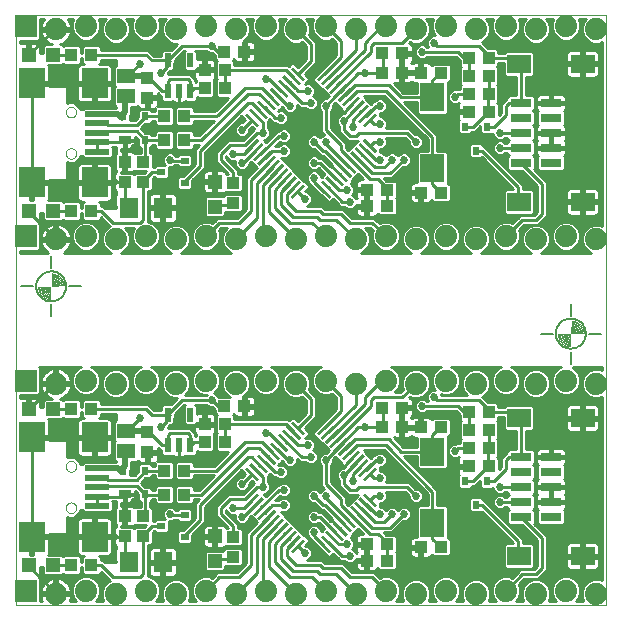
<source format=gtl>
G75*
G70*
%OFA0B0*%
%FSLAX24Y24*%
%IPPOS*%
%LPD*%
%AMOC8*
5,1,8,0,0,1.08239X$1,22.5*
%
%ADD10C,0.0000*%
%ADD11R,0.0472X0.0472*%
%ADD12R,0.0433X0.0394*%
%ADD13R,0.0394X0.0433*%
%ADD14R,0.0787X0.0945*%
%ADD15R,0.0787X0.0197*%
%ADD16R,0.0866X0.0984*%
%ADD17R,0.0630X0.0710*%
%ADD18R,0.0394X0.0276*%
%ADD19R,0.0236X0.0276*%
%ADD20R,0.0787X0.0630*%
%ADD21R,0.0217X0.0472*%
%ADD22R,0.0591X0.0512*%
%ADD23R,0.0740X0.0740*%
%ADD24C,0.0740*%
%ADD25R,0.0700X0.0300*%
%ADD26R,0.0591X0.0098*%
%ADD27R,0.0098X0.0591*%
%ADD28R,0.0276X0.0236*%
%ADD29C,0.0060*%
%ADD30C,0.0040*%
%ADD31C,0.0100*%
%ADD32C,0.0270*%
%ADD33C,0.0160*%
%ADD34C,0.0200*%
D10*
X001657Y006396D02*
X001657Y026081D01*
X021343Y026081D01*
X021343Y006396D01*
X001657Y006396D01*
X003323Y009644D02*
X003325Y009670D01*
X003331Y009696D01*
X003341Y009721D01*
X003354Y009744D01*
X003370Y009764D01*
X003390Y009782D01*
X003412Y009797D01*
X003435Y009809D01*
X003461Y009817D01*
X003487Y009821D01*
X003513Y009821D01*
X003539Y009817D01*
X003565Y009809D01*
X003589Y009797D01*
X003610Y009782D01*
X003630Y009764D01*
X003646Y009744D01*
X003659Y009721D01*
X003669Y009696D01*
X003675Y009670D01*
X003677Y009644D01*
X003675Y009618D01*
X003669Y009592D01*
X003659Y009567D01*
X003646Y009544D01*
X003630Y009524D01*
X003610Y009506D01*
X003588Y009491D01*
X003565Y009479D01*
X003539Y009471D01*
X003513Y009467D01*
X003487Y009467D01*
X003461Y009471D01*
X003435Y009479D01*
X003411Y009491D01*
X003390Y009506D01*
X003370Y009524D01*
X003354Y009544D01*
X003341Y009567D01*
X003331Y009592D01*
X003325Y009618D01*
X003323Y009644D01*
X003323Y011022D02*
X003325Y011048D01*
X003331Y011074D01*
X003341Y011099D01*
X003354Y011122D01*
X003370Y011142D01*
X003390Y011160D01*
X003412Y011175D01*
X003435Y011187D01*
X003461Y011195D01*
X003487Y011199D01*
X003513Y011199D01*
X003539Y011195D01*
X003565Y011187D01*
X003589Y011175D01*
X003610Y011160D01*
X003630Y011142D01*
X003646Y011122D01*
X003659Y011099D01*
X003669Y011074D01*
X003675Y011048D01*
X003677Y011022D01*
X003675Y010996D01*
X003669Y010970D01*
X003659Y010945D01*
X003646Y010922D01*
X003630Y010902D01*
X003610Y010884D01*
X003588Y010869D01*
X003565Y010857D01*
X003539Y010849D01*
X003513Y010845D01*
X003487Y010845D01*
X003461Y010849D01*
X003435Y010857D01*
X003411Y010869D01*
X003390Y010884D01*
X003370Y010902D01*
X003354Y010922D01*
X003341Y010945D01*
X003331Y010970D01*
X003325Y010996D01*
X003323Y011022D01*
X003323Y021455D02*
X003325Y021481D01*
X003331Y021507D01*
X003341Y021532D01*
X003354Y021555D01*
X003370Y021575D01*
X003390Y021593D01*
X003412Y021608D01*
X003435Y021620D01*
X003461Y021628D01*
X003487Y021632D01*
X003513Y021632D01*
X003539Y021628D01*
X003565Y021620D01*
X003589Y021608D01*
X003610Y021593D01*
X003630Y021575D01*
X003646Y021555D01*
X003659Y021532D01*
X003669Y021507D01*
X003675Y021481D01*
X003677Y021455D01*
X003675Y021429D01*
X003669Y021403D01*
X003659Y021378D01*
X003646Y021355D01*
X003630Y021335D01*
X003610Y021317D01*
X003588Y021302D01*
X003565Y021290D01*
X003539Y021282D01*
X003513Y021278D01*
X003487Y021278D01*
X003461Y021282D01*
X003435Y021290D01*
X003411Y021302D01*
X003390Y021317D01*
X003370Y021335D01*
X003354Y021355D01*
X003341Y021378D01*
X003331Y021403D01*
X003325Y021429D01*
X003323Y021455D01*
X003323Y022833D02*
X003325Y022859D01*
X003331Y022885D01*
X003341Y022910D01*
X003354Y022933D01*
X003370Y022953D01*
X003390Y022971D01*
X003412Y022986D01*
X003435Y022998D01*
X003461Y023006D01*
X003487Y023010D01*
X003513Y023010D01*
X003539Y023006D01*
X003565Y022998D01*
X003589Y022986D01*
X003610Y022971D01*
X003630Y022953D01*
X003646Y022933D01*
X003659Y022910D01*
X003669Y022885D01*
X003675Y022859D01*
X003677Y022833D01*
X003675Y022807D01*
X003669Y022781D01*
X003659Y022756D01*
X003646Y022733D01*
X003630Y022713D01*
X003610Y022695D01*
X003588Y022680D01*
X003565Y022668D01*
X003539Y022660D01*
X003513Y022656D01*
X003487Y022656D01*
X003461Y022660D01*
X003435Y022668D01*
X003411Y022680D01*
X003390Y022695D01*
X003370Y022713D01*
X003354Y022733D01*
X003341Y022756D01*
X003331Y022781D01*
X003325Y022807D01*
X003323Y022833D01*
D11*
X002913Y024744D03*
X002087Y024744D03*
X002087Y019544D03*
X002913Y019544D03*
X008300Y019681D03*
X008300Y020508D03*
X002913Y012933D03*
X002087Y012933D03*
X002087Y007733D03*
X002913Y007733D03*
X008300Y007870D03*
X008300Y008697D03*
D12*
X008900Y008668D03*
X008900Y007999D03*
X005900Y008699D03*
X005900Y009368D03*
X005300Y009368D03*
X005300Y008699D03*
X008615Y013033D03*
X009285Y013033D03*
X013365Y008433D03*
X013365Y007883D03*
X014035Y007883D03*
X014035Y008433D03*
X015165Y008333D03*
X015835Y008333D03*
X016765Y011033D03*
X017435Y011033D03*
X015835Y012333D03*
X015165Y012333D03*
X014535Y012333D03*
X014535Y012983D03*
X013865Y012983D03*
X013865Y012333D03*
X014035Y019694D03*
X014035Y020244D03*
X013365Y020244D03*
X013365Y019694D03*
X015165Y020144D03*
X015835Y020144D03*
X016765Y022844D03*
X017435Y022844D03*
X015835Y024144D03*
X015165Y024144D03*
X014535Y024144D03*
X014535Y024794D03*
X013865Y024794D03*
X013865Y024144D03*
X009285Y024844D03*
X008615Y024844D03*
X005900Y021179D03*
X005300Y021179D03*
X005300Y020510D03*
X005900Y020510D03*
X008900Y020479D03*
X008900Y019810D03*
D13*
X007285Y021894D03*
X006615Y021894D03*
X006615Y022694D03*
X006050Y023310D03*
X006050Y023979D03*
X007285Y022694D03*
X007965Y023644D03*
X007965Y024244D03*
X008635Y024244D03*
X008635Y023644D03*
X004185Y024744D03*
X003515Y024744D03*
X003515Y019544D03*
X004185Y019544D03*
X004185Y012933D03*
X003515Y012933D03*
X006050Y012168D03*
X006050Y011499D03*
X006615Y010883D03*
X007285Y010883D03*
X007285Y010083D03*
X006615Y010083D03*
X007965Y011833D03*
X007965Y012433D03*
X008635Y012433D03*
X008635Y011833D03*
X004185Y007733D03*
X003515Y007733D03*
X016765Y011633D03*
X016765Y012233D03*
X016765Y012833D03*
X017435Y012833D03*
X017435Y012233D03*
X017435Y011633D03*
X017435Y023444D03*
X017435Y024044D03*
X017435Y024644D03*
X016765Y024644D03*
X016765Y024044D03*
X016765Y023444D03*
D14*
X015550Y023325D03*
X015550Y020963D03*
X015550Y011514D03*
X015550Y009152D03*
D15*
X004386Y009703D03*
X004386Y010018D03*
X004386Y010333D03*
X004386Y010648D03*
X004386Y010963D03*
X004386Y021514D03*
X004386Y021829D03*
X004386Y022144D03*
X004386Y022459D03*
X004386Y022774D03*
D16*
X004287Y023798D03*
X002201Y023798D03*
X002201Y020491D03*
X004287Y020491D03*
X004287Y011987D03*
X002201Y011987D03*
X002201Y008680D03*
X004287Y008680D03*
D17*
X005440Y007833D03*
X006560Y007833D03*
X006560Y019644D03*
X005440Y019644D03*
D18*
X005305Y021901D03*
X005305Y010090D03*
D19*
X005974Y010090D03*
X005974Y010877D03*
X005226Y010877D03*
X005974Y021901D03*
X005974Y022688D03*
X005226Y022688D03*
X016626Y022338D03*
X017374Y022338D03*
X017000Y021551D03*
X016626Y010527D03*
X017374Y010527D03*
X017000Y009740D03*
D20*
X018437Y008033D03*
X020563Y008033D03*
X020563Y012633D03*
X018437Y012633D03*
X018437Y019844D03*
X020563Y019844D03*
X020563Y024444D03*
X018437Y024444D03*
D21*
X007474Y024556D03*
X006726Y024556D03*
X006726Y023533D03*
X007100Y023533D03*
X007474Y023533D03*
X007474Y012745D03*
X006726Y012745D03*
X006726Y011721D03*
X007100Y011721D03*
X007474Y011721D03*
D22*
X005350Y011549D03*
X005350Y012218D03*
X005350Y023360D03*
X005350Y024029D03*
D23*
X002000Y025694D03*
X002000Y018694D03*
X002000Y013883D03*
X002000Y006883D03*
D24*
X003000Y006783D03*
X004000Y006883D03*
X005000Y006783D03*
X006000Y006883D03*
X007000Y006783D03*
X008000Y006883D03*
X009000Y006783D03*
X010000Y006883D03*
X011000Y006783D03*
X012000Y006883D03*
X013000Y006783D03*
X014000Y006883D03*
X015000Y006783D03*
X016000Y006883D03*
X017000Y006783D03*
X018000Y006883D03*
X019000Y006783D03*
X020000Y006883D03*
X021000Y006783D03*
X021000Y013783D03*
X020000Y013883D03*
X019000Y013783D03*
X018000Y013883D03*
X017000Y013783D03*
X016000Y013883D03*
X015000Y013783D03*
X014000Y013883D03*
X013000Y013783D03*
X012000Y013883D03*
X011000Y013783D03*
X010000Y013883D03*
X009000Y013783D03*
X008000Y013883D03*
X007000Y013783D03*
X006000Y013883D03*
X005000Y013783D03*
X004000Y013883D03*
X003000Y013783D03*
X003000Y018594D03*
X004000Y018694D03*
X005000Y018594D03*
X006000Y018694D03*
X007000Y018594D03*
X008000Y018694D03*
X009000Y018594D03*
X010000Y018694D03*
X011000Y018594D03*
X012000Y018694D03*
X013000Y018594D03*
X014000Y018694D03*
X015000Y018594D03*
X016000Y018694D03*
X017000Y018594D03*
X018000Y018694D03*
X019000Y018594D03*
X020000Y018694D03*
X021000Y018594D03*
X021000Y025594D03*
X020000Y025694D03*
X019000Y025594D03*
X018000Y025694D03*
X017000Y025594D03*
X016000Y025694D03*
X015000Y025594D03*
X014000Y025694D03*
X013000Y025594D03*
X012000Y025694D03*
X011000Y025594D03*
X010000Y025694D03*
X009000Y025594D03*
X008000Y025694D03*
X007000Y025594D03*
X006000Y025694D03*
X005000Y025594D03*
X004000Y025694D03*
X003000Y025594D03*
D25*
X018500Y023144D03*
X018500Y022644D03*
X018500Y022144D03*
X018500Y021644D03*
X018500Y021144D03*
X019500Y021144D03*
X019500Y021644D03*
X019500Y022144D03*
X019500Y022644D03*
X019500Y023144D03*
X019500Y011333D03*
X019500Y010833D03*
X019500Y010333D03*
X019500Y009833D03*
X019500Y009333D03*
X018500Y009333D03*
X018500Y009833D03*
X018500Y010333D03*
X018500Y010833D03*
X018500Y011333D03*
D26*
G36*
X013220Y010592D02*
X013636Y011008D01*
X013706Y010938D01*
X013290Y010522D01*
X013220Y010592D01*
G37*
G36*
X013080Y010731D02*
X013496Y011147D01*
X013566Y011077D01*
X013150Y010661D01*
X013080Y010731D01*
G37*
G36*
X012941Y010870D02*
X013357Y011286D01*
X013427Y011216D01*
X013011Y010800D01*
X012941Y010870D01*
G37*
G36*
X012802Y011009D02*
X013218Y011425D01*
X013288Y011355D01*
X012872Y010939D01*
X012802Y011009D01*
G37*
G36*
X012663Y011149D02*
X013079Y011565D01*
X013149Y011495D01*
X012733Y011079D01*
X012663Y011149D01*
G37*
G36*
X012524Y011288D02*
X012940Y011704D01*
X013010Y011634D01*
X012594Y011218D01*
X012524Y011288D01*
G37*
G36*
X012384Y011427D02*
X012800Y011843D01*
X012870Y011773D01*
X012454Y011357D01*
X012384Y011427D01*
G37*
G36*
X012245Y011566D02*
X012661Y011982D01*
X012731Y011912D01*
X012315Y011496D01*
X012245Y011566D01*
G37*
G36*
X012106Y011705D02*
X012522Y012121D01*
X012592Y012051D01*
X012176Y011635D01*
X012106Y011705D01*
G37*
G36*
X011967Y011845D02*
X012383Y012261D01*
X012453Y012191D01*
X012037Y011775D01*
X011967Y011845D01*
G37*
G36*
X011828Y011984D02*
X012244Y012400D01*
X012314Y012330D01*
X011898Y011914D01*
X011828Y011984D01*
G37*
G36*
X011689Y012123D02*
X012105Y012539D01*
X012175Y012469D01*
X011759Y012053D01*
X011689Y012123D01*
G37*
G36*
X009294Y009729D02*
X009710Y010145D01*
X009780Y010075D01*
X009364Y009659D01*
X009294Y009729D01*
G37*
G36*
X009434Y009590D02*
X009850Y010006D01*
X009920Y009936D01*
X009504Y009520D01*
X009434Y009590D01*
G37*
G36*
X009573Y009450D02*
X009989Y009866D01*
X010059Y009796D01*
X009643Y009380D01*
X009573Y009450D01*
G37*
G36*
X009712Y009311D02*
X010128Y009727D01*
X010198Y009657D01*
X009782Y009241D01*
X009712Y009311D01*
G37*
G36*
X009851Y009172D02*
X010267Y009588D01*
X010337Y009518D01*
X009921Y009102D01*
X009851Y009172D01*
G37*
G36*
X009990Y009033D02*
X010406Y009449D01*
X010476Y009379D01*
X010060Y008963D01*
X009990Y009033D01*
G37*
G36*
X010130Y008894D02*
X010546Y009310D01*
X010616Y009240D01*
X010200Y008824D01*
X010130Y008894D01*
G37*
G36*
X010269Y008754D02*
X010685Y009170D01*
X010755Y009100D01*
X010339Y008684D01*
X010269Y008754D01*
G37*
G36*
X010408Y008615D02*
X010824Y009031D01*
X010894Y008961D01*
X010478Y008545D01*
X010408Y008615D01*
G37*
G36*
X010547Y008476D02*
X010963Y008892D01*
X011033Y008822D01*
X010617Y008406D01*
X010547Y008476D01*
G37*
G36*
X010686Y008337D02*
X011102Y008753D01*
X011172Y008683D01*
X010756Y008267D01*
X010686Y008337D01*
G37*
G36*
X010825Y008198D02*
X011241Y008614D01*
X011311Y008544D01*
X010895Y008128D01*
X010825Y008198D01*
G37*
G36*
X010825Y020009D02*
X011241Y020425D01*
X011311Y020355D01*
X010895Y019939D01*
X010825Y020009D01*
G37*
G36*
X010686Y020148D02*
X011102Y020564D01*
X011172Y020494D01*
X010756Y020078D01*
X010686Y020148D01*
G37*
G36*
X010547Y020287D02*
X010963Y020703D01*
X011033Y020633D01*
X010617Y020217D01*
X010547Y020287D01*
G37*
G36*
X010408Y020426D02*
X010824Y020842D01*
X010894Y020772D01*
X010478Y020356D01*
X010408Y020426D01*
G37*
G36*
X010269Y020565D02*
X010685Y020981D01*
X010755Y020911D01*
X010339Y020495D01*
X010269Y020565D01*
G37*
G36*
X010130Y020705D02*
X010546Y021121D01*
X010616Y021051D01*
X010200Y020635D01*
X010130Y020705D01*
G37*
G36*
X009990Y020844D02*
X010406Y021260D01*
X010476Y021190D01*
X010060Y020774D01*
X009990Y020844D01*
G37*
G36*
X009851Y020983D02*
X010267Y021399D01*
X010337Y021329D01*
X009921Y020913D01*
X009851Y020983D01*
G37*
G36*
X009712Y021122D02*
X010128Y021538D01*
X010198Y021468D01*
X009782Y021052D01*
X009712Y021122D01*
G37*
G36*
X009573Y021261D02*
X009989Y021677D01*
X010059Y021607D01*
X009643Y021191D01*
X009573Y021261D01*
G37*
G36*
X009434Y021401D02*
X009850Y021817D01*
X009920Y021747D01*
X009504Y021331D01*
X009434Y021401D01*
G37*
G36*
X009294Y021540D02*
X009710Y021956D01*
X009780Y021886D01*
X009364Y021470D01*
X009294Y021540D01*
G37*
G36*
X011689Y023934D02*
X012105Y024350D01*
X012175Y024280D01*
X011759Y023864D01*
X011689Y023934D01*
G37*
G36*
X011828Y023795D02*
X012244Y024211D01*
X012314Y024141D01*
X011898Y023725D01*
X011828Y023795D01*
G37*
G36*
X011967Y023656D02*
X012383Y024072D01*
X012453Y024002D01*
X012037Y023586D01*
X011967Y023656D01*
G37*
G36*
X012106Y023516D02*
X012522Y023932D01*
X012592Y023862D01*
X012176Y023446D01*
X012106Y023516D01*
G37*
G36*
X012245Y023377D02*
X012661Y023793D01*
X012731Y023723D01*
X012315Y023307D01*
X012245Y023377D01*
G37*
G36*
X012384Y023238D02*
X012800Y023654D01*
X012870Y023584D01*
X012454Y023168D01*
X012384Y023238D01*
G37*
G36*
X012524Y023099D02*
X012940Y023515D01*
X013010Y023445D01*
X012594Y023029D01*
X012524Y023099D01*
G37*
G36*
X012663Y022960D02*
X013079Y023376D01*
X013149Y023306D01*
X012733Y022890D01*
X012663Y022960D01*
G37*
G36*
X012802Y022820D02*
X013218Y023236D01*
X013288Y023166D01*
X012872Y022750D01*
X012802Y022820D01*
G37*
G36*
X012941Y022681D02*
X013357Y023097D01*
X013427Y023027D01*
X013011Y022611D01*
X012941Y022681D01*
G37*
G36*
X013080Y022542D02*
X013496Y022958D01*
X013566Y022888D01*
X013150Y022472D01*
X013080Y022542D01*
G37*
G36*
X013220Y022403D02*
X013636Y022819D01*
X013706Y022749D01*
X013290Y022333D01*
X013220Y022403D01*
G37*
D27*
G36*
X013220Y021886D02*
X013290Y021956D01*
X013706Y021540D01*
X013636Y021470D01*
X013220Y021886D01*
G37*
G36*
X013080Y021747D02*
X013150Y021817D01*
X013566Y021401D01*
X013496Y021331D01*
X013080Y021747D01*
G37*
G36*
X012941Y021607D02*
X013011Y021677D01*
X013427Y021261D01*
X013357Y021191D01*
X012941Y021607D01*
G37*
G36*
X012802Y021468D02*
X012872Y021538D01*
X013288Y021122D01*
X013218Y021052D01*
X012802Y021468D01*
G37*
G36*
X012663Y021329D02*
X012733Y021399D01*
X013149Y020983D01*
X013079Y020913D01*
X012663Y021329D01*
G37*
G36*
X012524Y021190D02*
X012594Y021260D01*
X013010Y020844D01*
X012940Y020774D01*
X012524Y021190D01*
G37*
G36*
X012384Y021051D02*
X012454Y021121D01*
X012870Y020705D01*
X012800Y020635D01*
X012384Y021051D01*
G37*
G36*
X012245Y020911D02*
X012315Y020981D01*
X012731Y020565D01*
X012661Y020495D01*
X012245Y020911D01*
G37*
G36*
X012106Y020772D02*
X012176Y020842D01*
X012592Y020426D01*
X012522Y020356D01*
X012106Y020772D01*
G37*
G36*
X011967Y020633D02*
X012037Y020703D01*
X012453Y020287D01*
X012383Y020217D01*
X011967Y020633D01*
G37*
G36*
X011828Y020494D02*
X011898Y020564D01*
X012314Y020148D01*
X012244Y020078D01*
X011828Y020494D01*
G37*
G36*
X011689Y020355D02*
X011759Y020425D01*
X012175Y020009D01*
X012105Y019939D01*
X011689Y020355D01*
G37*
G36*
X009294Y022749D02*
X009364Y022819D01*
X009780Y022403D01*
X009710Y022333D01*
X009294Y022749D01*
G37*
G36*
X009434Y022888D02*
X009504Y022958D01*
X009920Y022542D01*
X009850Y022472D01*
X009434Y022888D01*
G37*
G36*
X009573Y023027D02*
X009643Y023097D01*
X010059Y022681D01*
X009989Y022611D01*
X009573Y023027D01*
G37*
G36*
X009712Y023166D02*
X009782Y023236D01*
X010198Y022820D01*
X010128Y022750D01*
X009712Y023166D01*
G37*
G36*
X009851Y023306D02*
X009921Y023376D01*
X010337Y022960D01*
X010267Y022890D01*
X009851Y023306D01*
G37*
G36*
X009990Y023445D02*
X010060Y023515D01*
X010476Y023099D01*
X010406Y023029D01*
X009990Y023445D01*
G37*
G36*
X010130Y023584D02*
X010200Y023654D01*
X010616Y023238D01*
X010546Y023168D01*
X010130Y023584D01*
G37*
G36*
X010269Y023723D02*
X010339Y023793D01*
X010755Y023377D01*
X010685Y023307D01*
X010269Y023723D01*
G37*
G36*
X010408Y023862D02*
X010478Y023932D01*
X010894Y023516D01*
X010824Y023446D01*
X010408Y023862D01*
G37*
G36*
X010547Y024002D02*
X010617Y024072D01*
X011033Y023656D01*
X010963Y023586D01*
X010547Y024002D01*
G37*
G36*
X010686Y024141D02*
X010756Y024211D01*
X011172Y023795D01*
X011102Y023725D01*
X010686Y024141D01*
G37*
G36*
X010825Y024280D02*
X010895Y024350D01*
X011311Y023934D01*
X011241Y023864D01*
X010825Y024280D01*
G37*
G36*
X010825Y012469D02*
X010895Y012539D01*
X011311Y012123D01*
X011241Y012053D01*
X010825Y012469D01*
G37*
G36*
X010686Y012330D02*
X010756Y012400D01*
X011172Y011984D01*
X011102Y011914D01*
X010686Y012330D01*
G37*
G36*
X010547Y012191D02*
X010617Y012261D01*
X011033Y011845D01*
X010963Y011775D01*
X010547Y012191D01*
G37*
G36*
X010408Y012051D02*
X010478Y012121D01*
X010894Y011705D01*
X010824Y011635D01*
X010408Y012051D01*
G37*
G36*
X010269Y011912D02*
X010339Y011982D01*
X010755Y011566D01*
X010685Y011496D01*
X010269Y011912D01*
G37*
G36*
X010130Y011773D02*
X010200Y011843D01*
X010616Y011427D01*
X010546Y011357D01*
X010130Y011773D01*
G37*
G36*
X009990Y011634D02*
X010060Y011704D01*
X010476Y011288D01*
X010406Y011218D01*
X009990Y011634D01*
G37*
G36*
X009851Y011495D02*
X009921Y011565D01*
X010337Y011149D01*
X010267Y011079D01*
X009851Y011495D01*
G37*
G36*
X009712Y011355D02*
X009782Y011425D01*
X010198Y011009D01*
X010128Y010939D01*
X009712Y011355D01*
G37*
G36*
X009573Y011216D02*
X009643Y011286D01*
X010059Y010870D01*
X009989Y010800D01*
X009573Y011216D01*
G37*
G36*
X009434Y011077D02*
X009504Y011147D01*
X009920Y010731D01*
X009850Y010661D01*
X009434Y011077D01*
G37*
G36*
X009294Y010938D02*
X009364Y011008D01*
X009780Y010592D01*
X009710Y010522D01*
X009294Y010938D01*
G37*
G36*
X011689Y008544D02*
X011759Y008614D01*
X012175Y008198D01*
X012105Y008128D01*
X011689Y008544D01*
G37*
G36*
X011828Y008683D02*
X011898Y008753D01*
X012314Y008337D01*
X012244Y008267D01*
X011828Y008683D01*
G37*
G36*
X011967Y008822D02*
X012037Y008892D01*
X012453Y008476D01*
X012383Y008406D01*
X011967Y008822D01*
G37*
G36*
X012106Y008961D02*
X012176Y009031D01*
X012592Y008615D01*
X012522Y008545D01*
X012106Y008961D01*
G37*
G36*
X012245Y009100D02*
X012315Y009170D01*
X012731Y008754D01*
X012661Y008684D01*
X012245Y009100D01*
G37*
G36*
X012384Y009240D02*
X012454Y009310D01*
X012870Y008894D01*
X012800Y008824D01*
X012384Y009240D01*
G37*
G36*
X012524Y009379D02*
X012594Y009449D01*
X013010Y009033D01*
X012940Y008963D01*
X012524Y009379D01*
G37*
G36*
X012663Y009518D02*
X012733Y009588D01*
X013149Y009172D01*
X013079Y009102D01*
X012663Y009518D01*
G37*
G36*
X012802Y009657D02*
X012872Y009727D01*
X013288Y009311D01*
X013218Y009241D01*
X012802Y009657D01*
G37*
G36*
X012941Y009796D02*
X013011Y009866D01*
X013427Y009450D01*
X013357Y009380D01*
X012941Y009796D01*
G37*
G36*
X013080Y009936D02*
X013150Y010006D01*
X013566Y009590D01*
X013496Y009520D01*
X013080Y009936D01*
G37*
G36*
X013220Y010075D02*
X013290Y010145D01*
X013706Y009729D01*
X013636Y009659D01*
X013220Y010075D01*
G37*
D28*
X007294Y009407D03*
X007294Y008659D03*
X006506Y009033D03*
X007294Y020470D03*
X007294Y021218D03*
X006506Y020844D03*
D29*
X002839Y018026D02*
X002839Y017626D01*
X002339Y017026D02*
X002341Y017070D01*
X002347Y017114D01*
X002357Y017157D01*
X002370Y017199D01*
X002387Y017240D01*
X002408Y017279D01*
X002432Y017316D01*
X002459Y017351D01*
X002489Y017383D01*
X002522Y017413D01*
X002558Y017439D01*
X002595Y017463D01*
X002635Y017482D01*
X002676Y017499D01*
X002719Y017511D01*
X002762Y017520D01*
X002806Y017525D01*
X002850Y017526D01*
X002894Y017523D01*
X002938Y017516D01*
X002981Y017505D01*
X003023Y017491D01*
X003063Y017473D01*
X003102Y017451D01*
X003138Y017427D01*
X003172Y017399D01*
X003204Y017368D01*
X003233Y017334D01*
X003259Y017298D01*
X003281Y017260D01*
X003300Y017220D01*
X003315Y017178D01*
X003327Y017136D01*
X003335Y017092D01*
X003339Y017048D01*
X003339Y017004D01*
X003335Y016960D01*
X003327Y016916D01*
X003315Y016874D01*
X003300Y016832D01*
X003281Y016792D01*
X003259Y016754D01*
X003233Y016718D01*
X003204Y016684D01*
X003172Y016653D01*
X003138Y016625D01*
X003102Y016601D01*
X003063Y016579D01*
X003023Y016561D01*
X002981Y016547D01*
X002938Y016536D01*
X002894Y016529D01*
X002850Y016526D01*
X002806Y016527D01*
X002762Y016532D01*
X002719Y016541D01*
X002676Y016553D01*
X002635Y016570D01*
X002595Y016589D01*
X002558Y016613D01*
X002522Y016639D01*
X002489Y016669D01*
X002459Y016701D01*
X002432Y016736D01*
X002408Y016773D01*
X002387Y016812D01*
X002370Y016853D01*
X002357Y016895D01*
X002347Y016938D01*
X002341Y016982D01*
X002339Y017026D01*
X002239Y017026D02*
X001839Y017026D01*
X002839Y016426D02*
X002839Y016026D01*
X003439Y017026D02*
X003839Y017026D01*
X019161Y015451D02*
X019561Y015451D01*
X019661Y015451D02*
X019663Y015495D01*
X019669Y015539D01*
X019679Y015582D01*
X019692Y015624D01*
X019709Y015665D01*
X019730Y015704D01*
X019754Y015741D01*
X019781Y015776D01*
X019811Y015808D01*
X019844Y015838D01*
X019880Y015864D01*
X019917Y015888D01*
X019957Y015907D01*
X019998Y015924D01*
X020041Y015936D01*
X020084Y015945D01*
X020128Y015950D01*
X020172Y015951D01*
X020216Y015948D01*
X020260Y015941D01*
X020303Y015930D01*
X020345Y015916D01*
X020385Y015898D01*
X020424Y015876D01*
X020460Y015852D01*
X020494Y015824D01*
X020526Y015793D01*
X020555Y015759D01*
X020581Y015723D01*
X020603Y015685D01*
X020622Y015645D01*
X020637Y015603D01*
X020649Y015561D01*
X020657Y015517D01*
X020661Y015473D01*
X020661Y015429D01*
X020657Y015385D01*
X020649Y015341D01*
X020637Y015299D01*
X020622Y015257D01*
X020603Y015217D01*
X020581Y015179D01*
X020555Y015143D01*
X020526Y015109D01*
X020494Y015078D01*
X020460Y015050D01*
X020424Y015026D01*
X020385Y015004D01*
X020345Y014986D01*
X020303Y014972D01*
X020260Y014961D01*
X020216Y014954D01*
X020172Y014951D01*
X020128Y014952D01*
X020084Y014957D01*
X020041Y014966D01*
X019998Y014978D01*
X019957Y014995D01*
X019917Y015014D01*
X019880Y015038D01*
X019844Y015064D01*
X019811Y015094D01*
X019781Y015126D01*
X019754Y015161D01*
X019730Y015198D01*
X019709Y015237D01*
X019692Y015278D01*
X019679Y015320D01*
X019669Y015363D01*
X019663Y015407D01*
X019661Y015451D01*
X020161Y014851D02*
X020161Y014451D01*
X020761Y015451D02*
X021161Y015451D01*
X020161Y016051D02*
X020161Y016451D01*
D30*
X020590Y015480D02*
X020185Y015475D01*
X020185Y015475D01*
X020190Y015880D01*
X020191Y015881D01*
X020230Y015877D01*
X020268Y015870D01*
X020305Y015859D01*
X020341Y015845D01*
X020376Y015828D01*
X020408Y015807D01*
X020439Y015784D01*
X020468Y015758D01*
X020494Y015729D01*
X020517Y015698D01*
X020538Y015666D01*
X020555Y015631D01*
X020569Y015595D01*
X020580Y015558D01*
X020587Y015520D01*
X020591Y015481D01*
X020553Y015481D01*
X020550Y015518D01*
X020542Y015555D01*
X020531Y015591D01*
X020517Y015625D01*
X020499Y015658D01*
X020478Y015689D01*
X020455Y015718D01*
X020428Y015745D01*
X020399Y015768D01*
X020368Y015789D01*
X020335Y015807D01*
X020301Y015821D01*
X020265Y015832D01*
X020228Y015840D01*
X020191Y015843D01*
X020191Y015806D01*
X020227Y015802D01*
X020262Y015795D01*
X020296Y015784D01*
X020329Y015769D01*
X020360Y015751D01*
X020389Y015730D01*
X020416Y015706D01*
X020440Y015679D01*
X020461Y015650D01*
X020479Y015619D01*
X020494Y015586D01*
X020505Y015552D01*
X020512Y015517D01*
X020516Y015481D01*
X020479Y015481D01*
X020475Y015515D01*
X020467Y015548D01*
X020456Y015581D01*
X020441Y015611D01*
X020423Y015640D01*
X020401Y015667D01*
X020377Y015691D01*
X020350Y015713D01*
X020321Y015731D01*
X020291Y015746D01*
X020258Y015757D01*
X020225Y015765D01*
X020191Y015769D01*
X020191Y015732D01*
X020223Y015728D01*
X020254Y015720D01*
X020284Y015708D01*
X020313Y015693D01*
X020339Y015675D01*
X020363Y015653D01*
X020385Y015629D01*
X020403Y015603D01*
X020418Y015574D01*
X020430Y015544D01*
X020438Y015513D01*
X020442Y015481D01*
X020405Y015481D01*
X020401Y015511D01*
X020393Y015539D01*
X020381Y015567D01*
X020366Y015593D01*
X020347Y015616D01*
X020326Y015637D01*
X020303Y015656D01*
X020277Y015671D01*
X020249Y015683D01*
X020221Y015691D01*
X020191Y015695D01*
X020191Y015658D01*
X020218Y015653D01*
X020243Y015645D01*
X020268Y015634D01*
X020291Y015619D01*
X020311Y015601D01*
X020329Y015581D01*
X020344Y015558D01*
X020355Y015533D01*
X020363Y015508D01*
X020368Y015481D01*
X020331Y015481D01*
X020326Y015504D01*
X020318Y015526D01*
X020307Y015547D01*
X020293Y015566D01*
X020276Y015583D01*
X020257Y015597D01*
X020236Y015608D01*
X020214Y015616D01*
X020191Y015621D01*
X020191Y015583D01*
X020210Y015579D01*
X020228Y015571D01*
X020244Y015561D01*
X020259Y015549D01*
X020271Y015534D01*
X020281Y015518D01*
X020289Y015500D01*
X020293Y015481D01*
X020256Y015481D01*
X020251Y015496D01*
X020243Y015510D01*
X020233Y015523D01*
X020220Y015533D01*
X020206Y015541D01*
X020191Y015546D01*
X020190Y015507D01*
X020202Y015501D01*
X020211Y015492D01*
X020217Y015480D01*
X019732Y015422D02*
X020137Y015427D01*
X020137Y015427D01*
X020132Y015022D01*
X020131Y015021D01*
X020092Y015025D01*
X020054Y015032D01*
X020017Y015043D01*
X019981Y015057D01*
X019946Y015074D01*
X019914Y015095D01*
X019883Y015118D01*
X019854Y015144D01*
X019828Y015173D01*
X019805Y015204D01*
X019784Y015236D01*
X019767Y015271D01*
X019753Y015307D01*
X019742Y015344D01*
X019735Y015382D01*
X019731Y015421D01*
X019769Y015421D01*
X019772Y015384D01*
X019780Y015347D01*
X019791Y015311D01*
X019805Y015277D01*
X019823Y015244D01*
X019844Y015213D01*
X019867Y015184D01*
X019894Y015157D01*
X019923Y015134D01*
X019954Y015113D01*
X019987Y015095D01*
X020021Y015081D01*
X020057Y015070D01*
X020094Y015062D01*
X020131Y015059D01*
X020131Y015096D01*
X020095Y015100D01*
X020060Y015107D01*
X020026Y015118D01*
X019993Y015133D01*
X019962Y015151D01*
X019933Y015172D01*
X019906Y015196D01*
X019882Y015223D01*
X019861Y015252D01*
X019843Y015283D01*
X019828Y015316D01*
X019817Y015350D01*
X019810Y015385D01*
X019806Y015421D01*
X019843Y015421D01*
X019847Y015387D01*
X019855Y015354D01*
X019866Y015321D01*
X019881Y015291D01*
X019899Y015262D01*
X019921Y015235D01*
X019945Y015211D01*
X019972Y015189D01*
X020001Y015171D01*
X020031Y015156D01*
X020064Y015145D01*
X020097Y015137D01*
X020131Y015133D01*
X020131Y015170D01*
X020099Y015174D01*
X020068Y015182D01*
X020038Y015194D01*
X020009Y015209D01*
X019983Y015227D01*
X019959Y015249D01*
X019937Y015273D01*
X019919Y015299D01*
X019904Y015328D01*
X019892Y015358D01*
X019884Y015389D01*
X019880Y015421D01*
X019917Y015421D01*
X019921Y015391D01*
X019929Y015363D01*
X019941Y015335D01*
X019956Y015309D01*
X019975Y015286D01*
X019996Y015265D01*
X020019Y015246D01*
X020045Y015231D01*
X020073Y015219D01*
X020101Y015211D01*
X020131Y015207D01*
X020131Y015244D01*
X020104Y015249D01*
X020079Y015257D01*
X020054Y015268D01*
X020031Y015283D01*
X020011Y015301D01*
X019993Y015321D01*
X019978Y015344D01*
X019967Y015369D01*
X019959Y015394D01*
X019954Y015421D01*
X019991Y015421D01*
X019996Y015398D01*
X020004Y015376D01*
X020015Y015355D01*
X020029Y015336D01*
X020046Y015319D01*
X020065Y015305D01*
X020086Y015294D01*
X020108Y015286D01*
X020131Y015281D01*
X020131Y015319D01*
X020112Y015323D01*
X020094Y015331D01*
X020078Y015341D01*
X020063Y015353D01*
X020051Y015368D01*
X020041Y015384D01*
X020033Y015402D01*
X020029Y015421D01*
X020066Y015421D01*
X020071Y015406D01*
X020079Y015392D01*
X020089Y015379D01*
X020102Y015369D01*
X020116Y015361D01*
X020131Y015356D01*
X020132Y015395D01*
X020120Y015401D01*
X020111Y015410D01*
X020105Y015422D01*
X003268Y017055D02*
X002863Y017050D01*
X002863Y017050D01*
X002868Y017455D01*
X002869Y017456D01*
X002908Y017452D01*
X002946Y017445D01*
X002983Y017434D01*
X003019Y017420D01*
X003054Y017403D01*
X003086Y017382D01*
X003117Y017359D01*
X003146Y017333D01*
X003172Y017304D01*
X003195Y017273D01*
X003216Y017241D01*
X003233Y017206D01*
X003247Y017170D01*
X003258Y017133D01*
X003265Y017095D01*
X003269Y017056D01*
X003231Y017056D01*
X003228Y017093D01*
X003220Y017130D01*
X003209Y017166D01*
X003195Y017200D01*
X003177Y017233D01*
X003156Y017264D01*
X003133Y017293D01*
X003106Y017320D01*
X003077Y017343D01*
X003046Y017364D01*
X003013Y017382D01*
X002979Y017396D01*
X002943Y017407D01*
X002906Y017415D01*
X002869Y017418D01*
X002869Y017381D01*
X002905Y017377D01*
X002940Y017370D01*
X002974Y017359D01*
X003007Y017344D01*
X003038Y017326D01*
X003067Y017305D01*
X003094Y017281D01*
X003118Y017254D01*
X003139Y017225D01*
X003157Y017194D01*
X003172Y017161D01*
X003183Y017127D01*
X003190Y017092D01*
X003194Y017056D01*
X003157Y017056D01*
X003153Y017090D01*
X003145Y017123D01*
X003134Y017156D01*
X003119Y017186D01*
X003101Y017215D01*
X003079Y017242D01*
X003055Y017266D01*
X003028Y017288D01*
X002999Y017306D01*
X002969Y017321D01*
X002936Y017332D01*
X002903Y017340D01*
X002869Y017344D01*
X002869Y017307D01*
X002901Y017303D01*
X002932Y017295D01*
X002962Y017283D01*
X002991Y017268D01*
X003017Y017250D01*
X003041Y017228D01*
X003063Y017204D01*
X003081Y017178D01*
X003096Y017149D01*
X003108Y017119D01*
X003116Y017088D01*
X003120Y017056D01*
X003083Y017056D01*
X003079Y017086D01*
X003071Y017114D01*
X003059Y017142D01*
X003044Y017168D01*
X003025Y017191D01*
X003004Y017212D01*
X002981Y017231D01*
X002955Y017246D01*
X002927Y017258D01*
X002899Y017266D01*
X002869Y017270D01*
X002869Y017233D01*
X002896Y017228D01*
X002921Y017220D01*
X002946Y017209D01*
X002969Y017194D01*
X002989Y017176D01*
X003007Y017156D01*
X003022Y017133D01*
X003033Y017108D01*
X003041Y017083D01*
X003046Y017056D01*
X003009Y017056D01*
X003004Y017079D01*
X002996Y017101D01*
X002985Y017122D01*
X002971Y017141D01*
X002954Y017158D01*
X002935Y017172D01*
X002914Y017183D01*
X002892Y017191D01*
X002869Y017196D01*
X002869Y017158D01*
X002888Y017154D01*
X002906Y017146D01*
X002922Y017136D01*
X002937Y017124D01*
X002949Y017109D01*
X002959Y017093D01*
X002967Y017075D01*
X002971Y017056D01*
X002934Y017056D01*
X002929Y017071D01*
X002921Y017085D01*
X002911Y017098D01*
X002898Y017108D01*
X002884Y017116D01*
X002869Y017121D01*
X002868Y017082D01*
X002880Y017076D01*
X002889Y017067D01*
X002895Y017055D01*
X002410Y016997D02*
X002815Y017002D01*
X002815Y017002D01*
X002810Y016597D01*
X002809Y016596D01*
X002770Y016600D01*
X002732Y016607D01*
X002695Y016618D01*
X002659Y016632D01*
X002624Y016649D01*
X002592Y016670D01*
X002561Y016693D01*
X002532Y016719D01*
X002506Y016748D01*
X002483Y016779D01*
X002462Y016811D01*
X002445Y016846D01*
X002431Y016882D01*
X002420Y016919D01*
X002413Y016957D01*
X002409Y016996D01*
X002447Y016996D01*
X002450Y016959D01*
X002458Y016922D01*
X002469Y016886D01*
X002483Y016852D01*
X002501Y016819D01*
X002522Y016788D01*
X002545Y016759D01*
X002572Y016732D01*
X002601Y016709D01*
X002632Y016688D01*
X002665Y016670D01*
X002699Y016656D01*
X002735Y016645D01*
X002772Y016637D01*
X002809Y016634D01*
X002809Y016671D01*
X002773Y016675D01*
X002738Y016682D01*
X002704Y016693D01*
X002671Y016708D01*
X002640Y016726D01*
X002611Y016747D01*
X002584Y016771D01*
X002560Y016798D01*
X002539Y016827D01*
X002521Y016858D01*
X002506Y016891D01*
X002495Y016925D01*
X002488Y016960D01*
X002484Y016996D01*
X002521Y016996D01*
X002525Y016962D01*
X002533Y016929D01*
X002544Y016896D01*
X002559Y016866D01*
X002577Y016837D01*
X002599Y016810D01*
X002623Y016786D01*
X002650Y016764D01*
X002679Y016746D01*
X002709Y016731D01*
X002742Y016720D01*
X002775Y016712D01*
X002809Y016708D01*
X002809Y016745D01*
X002777Y016749D01*
X002746Y016757D01*
X002716Y016769D01*
X002687Y016784D01*
X002661Y016802D01*
X002637Y016824D01*
X002615Y016848D01*
X002597Y016874D01*
X002582Y016903D01*
X002570Y016933D01*
X002562Y016964D01*
X002558Y016996D01*
X002595Y016996D01*
X002599Y016966D01*
X002607Y016938D01*
X002619Y016910D01*
X002634Y016884D01*
X002653Y016861D01*
X002674Y016840D01*
X002697Y016821D01*
X002723Y016806D01*
X002751Y016794D01*
X002779Y016786D01*
X002809Y016782D01*
X002809Y016819D01*
X002782Y016824D01*
X002757Y016832D01*
X002732Y016843D01*
X002709Y016858D01*
X002689Y016876D01*
X002671Y016896D01*
X002656Y016919D01*
X002645Y016944D01*
X002637Y016969D01*
X002632Y016996D01*
X002669Y016996D01*
X002674Y016973D01*
X002682Y016951D01*
X002693Y016930D01*
X002707Y016911D01*
X002724Y016894D01*
X002743Y016880D01*
X002764Y016869D01*
X002786Y016861D01*
X002809Y016856D01*
X002809Y016894D01*
X002790Y016898D01*
X002772Y016906D01*
X002756Y016916D01*
X002741Y016928D01*
X002729Y016943D01*
X002719Y016959D01*
X002711Y016977D01*
X002707Y016996D01*
X002744Y016996D01*
X002749Y016981D01*
X002757Y016967D01*
X002767Y016954D01*
X002780Y016944D01*
X002794Y016936D01*
X002809Y016931D01*
X002810Y016970D01*
X002798Y016976D01*
X002789Y016985D01*
X002783Y016997D01*
D31*
X002738Y018144D02*
X001807Y018144D01*
X001807Y018214D01*
X002416Y018214D01*
X002480Y018279D01*
X002480Y019110D01*
X002416Y019174D01*
X002391Y019174D01*
X002415Y019188D01*
X002443Y019216D01*
X002463Y019250D01*
X002473Y019288D01*
X002473Y019484D01*
X002567Y019484D01*
X002567Y019263D01*
X002632Y019198D01*
X003195Y019198D01*
X003244Y019247D01*
X003273Y019218D01*
X003758Y019218D01*
X003822Y019282D01*
X003822Y019484D01*
X003878Y019484D01*
X003878Y019282D01*
X003942Y019218D01*
X004427Y019218D01*
X004491Y019282D01*
X004491Y019327D01*
X004740Y019078D01*
X004791Y019027D01*
X004728Y019001D01*
X004593Y018866D01*
X004520Y018690D01*
X004520Y018499D01*
X004593Y018322D01*
X004728Y018187D01*
X004832Y018144D01*
X003262Y018144D01*
X003273Y018150D01*
X003339Y018198D01*
X003397Y018256D01*
X003445Y018322D01*
X003482Y018395D01*
X003507Y018473D01*
X003519Y018544D01*
X003050Y018544D01*
X003050Y018644D01*
X003519Y018644D01*
X003507Y018716D01*
X003482Y018794D01*
X003445Y018867D01*
X003397Y018933D01*
X003339Y018991D01*
X003273Y019039D01*
X003200Y019076D01*
X003122Y019102D01*
X003050Y019113D01*
X003050Y018644D01*
X002950Y018644D01*
X002950Y018544D01*
X002481Y018544D01*
X002493Y018473D01*
X002518Y018395D01*
X002555Y018322D01*
X002603Y018256D01*
X002661Y018198D01*
X002727Y018150D01*
X002738Y018144D01*
X002722Y018153D02*
X001807Y018153D01*
X002453Y018252D02*
X002607Y018252D01*
X002541Y018350D02*
X002480Y018350D01*
X002480Y018449D02*
X002501Y018449D01*
X002480Y018547D02*
X002950Y018547D01*
X003000Y018594D02*
X002087Y019508D01*
X002087Y019544D01*
X002151Y019891D02*
X002151Y020441D01*
X002251Y020441D01*
X002251Y020541D01*
X002784Y020541D01*
X002784Y020579D01*
X003344Y020579D01*
X003373Y020608D01*
X003373Y021154D01*
X003435Y021128D01*
X003565Y021128D01*
X003685Y021178D01*
X003777Y021270D01*
X003817Y021366D01*
X003887Y021366D01*
X003947Y021306D01*
X004825Y021306D01*
X004890Y021370D01*
X004890Y021658D01*
X004879Y021669D01*
X005000Y021669D01*
X005000Y021448D01*
X004973Y021421D01*
X004973Y020937D01*
X005000Y020910D01*
X005000Y020832D01*
X004991Y020827D01*
X004963Y020799D01*
X004944Y020764D01*
X004933Y020726D01*
X004933Y020558D01*
X005000Y020558D01*
X005000Y020461D01*
X004933Y020461D01*
X004933Y020293D01*
X004944Y020255D01*
X004963Y020221D01*
X004991Y020193D01*
X005000Y020188D01*
X005000Y020082D01*
X004985Y020057D01*
X004975Y020019D01*
X004975Y019694D01*
X005000Y019694D01*
X005000Y019644D01*
X004626Y019644D01*
X004566Y019704D01*
X004491Y019704D01*
X004491Y019806D01*
X004449Y019849D01*
X004740Y019849D01*
X004778Y019859D01*
X004813Y019879D01*
X004841Y019907D01*
X004860Y019941D01*
X004870Y019979D01*
X004870Y020441D01*
X004337Y020441D01*
X004337Y020541D01*
X004237Y020541D01*
X004237Y020441D01*
X003704Y020441D01*
X003704Y019979D01*
X003715Y019941D01*
X003734Y019907D01*
X003762Y019879D01*
X003796Y019859D01*
X003835Y019849D01*
X003920Y019849D01*
X003878Y019806D01*
X003878Y019644D01*
X003822Y019644D01*
X003822Y019806D01*
X003758Y019871D01*
X003273Y019871D01*
X003244Y019842D01*
X003195Y019891D01*
X002738Y019891D01*
X002754Y019907D01*
X002774Y019941D01*
X002784Y019979D01*
X002784Y020441D01*
X002251Y020441D01*
X002251Y019891D01*
X002151Y019891D01*
X002151Y019926D02*
X002251Y019926D01*
X002251Y020025D02*
X002151Y020025D01*
X002151Y020123D02*
X002251Y020123D01*
X002251Y020222D02*
X002151Y020222D01*
X002151Y020320D02*
X002251Y020320D01*
X002201Y020345D02*
X002000Y020144D01*
X002201Y020345D02*
X002201Y023798D01*
X002251Y023768D02*
X004237Y023768D01*
X004237Y023748D02*
X004237Y023848D01*
X003704Y023848D01*
X003704Y024310D01*
X003715Y024348D01*
X003734Y024382D01*
X003762Y024410D01*
X003796Y024430D01*
X003835Y024440D01*
X003920Y024440D01*
X003878Y024482D01*
X003878Y024644D01*
X003822Y024644D01*
X003822Y024482D01*
X003758Y024418D01*
X003273Y024418D01*
X003244Y024447D01*
X003195Y024398D01*
X002738Y024398D01*
X002754Y024382D01*
X002774Y024348D01*
X002784Y024310D01*
X002784Y023848D01*
X002251Y023848D01*
X002251Y023748D01*
X002784Y023748D01*
X002784Y023710D01*
X003344Y023710D01*
X003373Y023681D01*
X003373Y023135D01*
X003435Y023160D01*
X003565Y023160D01*
X003685Y023111D01*
X003777Y023019D01*
X003817Y022923D01*
X003887Y022923D01*
X003947Y022983D01*
X004297Y022983D01*
X004299Y022984D01*
X005000Y022984D01*
X005000Y023003D01*
X004945Y023058D01*
X004945Y023661D01*
X004978Y023694D01*
X004945Y023728D01*
X004945Y024330D01*
X005000Y024386D01*
X005000Y024584D01*
X004491Y024584D01*
X004491Y024482D01*
X004449Y024440D01*
X004740Y024440D01*
X004778Y024430D01*
X004813Y024410D01*
X004841Y024382D01*
X004860Y024348D01*
X004870Y024310D01*
X004870Y023848D01*
X004337Y023848D01*
X004337Y023748D01*
X004337Y023156D01*
X004740Y023156D01*
X004778Y023166D01*
X004813Y023186D01*
X004841Y023214D01*
X004860Y023248D01*
X004870Y023286D01*
X004870Y023748D01*
X004337Y023748D01*
X004237Y023748D01*
X003704Y023748D01*
X003704Y023286D01*
X003715Y023248D01*
X003734Y023214D01*
X003762Y023186D01*
X003796Y023166D01*
X003835Y023156D01*
X004237Y023156D01*
X004237Y023748D01*
X004237Y023669D02*
X004337Y023669D01*
X004337Y023571D02*
X004237Y023571D01*
X004237Y023472D02*
X004337Y023472D01*
X004337Y023374D02*
X004237Y023374D01*
X004237Y023275D02*
X004337Y023275D01*
X004337Y023177D02*
X004237Y023177D01*
X003944Y022980D02*
X003793Y022980D01*
X003718Y023078D02*
X004945Y023078D01*
X004945Y023177D02*
X004797Y023177D01*
X004868Y023275D02*
X004945Y023275D01*
X004945Y023374D02*
X004870Y023374D01*
X004870Y023472D02*
X004945Y023472D01*
X004945Y023571D02*
X004870Y023571D01*
X004870Y023669D02*
X004953Y023669D01*
X004945Y023768D02*
X004337Y023768D01*
X004870Y023866D02*
X004945Y023866D01*
X004945Y023965D02*
X004870Y023965D01*
X004870Y024063D02*
X004945Y024063D01*
X004945Y024162D02*
X004870Y024162D01*
X004870Y024260D02*
X004945Y024260D01*
X004973Y024359D02*
X004854Y024359D01*
X005000Y024457D02*
X004467Y024457D01*
X004491Y024556D02*
X005000Y024556D01*
X004491Y024904D02*
X004491Y025006D01*
X004427Y025071D01*
X003942Y025071D01*
X003878Y025006D01*
X003878Y024804D01*
X003822Y024804D01*
X003822Y025006D01*
X003758Y025071D01*
X003273Y025071D01*
X003244Y025042D01*
X003195Y025091D01*
X003132Y025091D01*
X003200Y025112D01*
X003273Y025150D01*
X003339Y025198D01*
X003397Y025256D01*
X003445Y025322D01*
X003482Y025395D01*
X003507Y025473D01*
X003519Y025544D01*
X003050Y025544D01*
X003050Y025644D01*
X003519Y025644D01*
X003507Y025716D01*
X003482Y025794D01*
X003445Y025867D01*
X003398Y025931D01*
X003579Y025931D01*
X003520Y025790D01*
X003520Y025599D01*
X003593Y025422D01*
X003728Y025287D01*
X003905Y025214D01*
X004095Y025214D01*
X004272Y025287D01*
X004407Y025422D01*
X004480Y025599D01*
X004480Y025790D01*
X004421Y025931D01*
X004658Y025931D01*
X004593Y025866D01*
X004520Y025690D01*
X004520Y025499D01*
X004593Y025322D01*
X004728Y025187D01*
X004905Y025114D01*
X005095Y025114D01*
X005272Y025187D01*
X005407Y025322D01*
X005480Y025499D01*
X005480Y025690D01*
X005407Y025866D01*
X005342Y025931D01*
X005579Y025931D01*
X005520Y025790D01*
X005520Y025599D01*
X005593Y025422D01*
X005728Y025287D01*
X005905Y025214D01*
X006095Y025214D01*
X006272Y025287D01*
X006407Y025422D01*
X006480Y025599D01*
X006480Y025790D01*
X006421Y025931D01*
X006658Y025931D01*
X006593Y025866D01*
X006520Y025690D01*
X006520Y025499D01*
X006593Y025322D01*
X006728Y025187D01*
X006905Y025114D01*
X007044Y025114D01*
X006832Y024902D01*
X006572Y024902D01*
X006508Y024838D01*
X006508Y024716D01*
X006254Y024716D01*
X006160Y024811D01*
X006066Y024904D01*
X004491Y024904D01*
X004491Y024950D02*
X006879Y024950D01*
X006978Y025048D02*
X004450Y025048D01*
X004670Y025245D02*
X004170Y025245D01*
X004328Y025344D02*
X004584Y025344D01*
X004543Y025442D02*
X004415Y025442D01*
X004456Y025541D02*
X004520Y025541D01*
X004520Y025639D02*
X004480Y025639D01*
X004480Y025738D02*
X004540Y025738D01*
X004581Y025836D02*
X004461Y025836D01*
X003830Y025245D02*
X003386Y025245D01*
X003456Y025344D02*
X003672Y025344D01*
X003585Y025442D02*
X003497Y025442D01*
X003518Y025541D02*
X003544Y025541D01*
X003520Y025639D02*
X003050Y025639D01*
X003000Y025644D02*
X002150Y024794D01*
X002150Y024744D01*
X002087Y024744D01*
X002137Y024804D02*
X002037Y024804D01*
X002037Y025131D01*
X001831Y025131D01*
X001807Y025124D01*
X001807Y025214D01*
X002416Y025214D01*
X002480Y025279D01*
X002480Y025931D01*
X002602Y025931D01*
X002555Y025867D01*
X002518Y025794D01*
X002493Y025716D01*
X002481Y025644D01*
X002950Y025644D01*
X002950Y025544D01*
X002481Y025544D01*
X002493Y025473D01*
X002518Y025395D01*
X002555Y025322D01*
X002603Y025256D01*
X002661Y025198D01*
X002727Y025150D01*
X002800Y025112D01*
X002868Y025091D01*
X002632Y025091D01*
X002567Y025026D01*
X002567Y024804D01*
X002473Y024804D01*
X002473Y025000D01*
X002463Y025038D01*
X002443Y025073D01*
X002415Y025101D01*
X002381Y025120D01*
X002343Y025131D01*
X002137Y025131D01*
X002137Y024804D01*
X002137Y024851D02*
X002037Y024851D01*
X002037Y024950D02*
X002137Y024950D01*
X002137Y025048D02*
X002037Y025048D01*
X001807Y025147D02*
X002733Y025147D01*
X002614Y025245D02*
X002447Y025245D01*
X002480Y025344D02*
X002544Y025344D01*
X002503Y025442D02*
X002480Y025442D01*
X002480Y025541D02*
X002482Y025541D01*
X002480Y025639D02*
X002950Y025639D01*
X002540Y025836D02*
X002480Y025836D01*
X002480Y025738D02*
X002500Y025738D01*
X002457Y025048D02*
X002589Y025048D01*
X002567Y024950D02*
X002473Y024950D01*
X002473Y024851D02*
X002567Y024851D01*
X002913Y024744D02*
X003500Y024744D01*
X003500Y024644D01*
X003822Y024556D02*
X003878Y024556D01*
X003903Y024457D02*
X003797Y024457D01*
X003721Y024359D02*
X002767Y024359D01*
X002784Y024260D02*
X003704Y024260D01*
X003704Y024162D02*
X002784Y024162D01*
X002784Y024063D02*
X003704Y024063D01*
X003704Y023965D02*
X002784Y023965D01*
X002784Y023866D02*
X003704Y023866D01*
X003704Y023669D02*
X003373Y023669D01*
X003373Y023571D02*
X003704Y023571D01*
X003704Y023472D02*
X003373Y023472D01*
X003373Y023374D02*
X003704Y023374D01*
X003707Y023275D02*
X003373Y023275D01*
X003373Y023177D02*
X003778Y023177D01*
X004386Y022459D02*
X004685Y022459D01*
X004750Y022394D01*
X005600Y022394D01*
X005650Y022394D01*
X005700Y022394D01*
X005944Y022638D01*
X005944Y022688D01*
X005974Y022688D01*
X005980Y022694D01*
X006615Y022694D01*
X006922Y022684D02*
X006978Y022684D01*
X006978Y022586D02*
X006922Y022586D01*
X006922Y022487D02*
X006978Y022487D01*
X006978Y022432D02*
X007042Y022368D01*
X007527Y022368D01*
X007591Y022432D01*
X007591Y022534D01*
X008264Y022534D01*
X007784Y022054D01*
X007591Y022054D01*
X007591Y022156D01*
X007527Y022221D01*
X007042Y022221D01*
X006978Y022156D01*
X006978Y021632D01*
X007042Y021568D01*
X007527Y021568D01*
X007591Y021632D01*
X007591Y021734D01*
X007764Y021734D01*
X007734Y021704D01*
X007640Y021611D01*
X007640Y021111D01*
X007234Y020704D01*
X007228Y020698D01*
X007110Y020698D01*
X007046Y020634D01*
X007046Y020307D01*
X007110Y020242D01*
X007477Y020242D01*
X007541Y020307D01*
X007541Y020560D01*
X007960Y020978D01*
X007960Y021478D01*
X008960Y022478D01*
X008960Y022478D01*
X009185Y022703D01*
X009309Y022579D01*
X009219Y022489D01*
X009151Y022489D01*
X009061Y022452D01*
X008992Y022383D01*
X008955Y022293D01*
X008955Y022196D01*
X008992Y022106D01*
X009061Y022037D01*
X009151Y021999D01*
X009249Y021999D01*
X009339Y022037D01*
X009408Y022106D01*
X009445Y022196D01*
X009445Y022263D01*
X009535Y022353D01*
X009609Y022279D01*
X009540Y022211D01*
X009234Y021904D01*
X008734Y021904D01*
X008640Y021811D01*
X008340Y021511D01*
X008340Y021178D01*
X008434Y021084D01*
X008732Y020786D01*
X008680Y020786D01*
X008676Y020802D01*
X008656Y020836D01*
X008628Y020864D01*
X008594Y020884D01*
X008556Y020894D01*
X008350Y020894D01*
X008350Y020558D01*
X008250Y020558D01*
X008250Y020894D01*
X008044Y020894D01*
X008006Y020884D01*
X007972Y020864D01*
X007944Y020836D01*
X007924Y020802D01*
X007914Y020764D01*
X007914Y020558D01*
X008250Y020558D01*
X008250Y020458D01*
X007914Y020458D01*
X007914Y020252D01*
X007924Y020214D01*
X007944Y020179D01*
X007972Y020151D01*
X008006Y020132D01*
X008044Y020122D01*
X008250Y020122D01*
X008250Y020458D01*
X008350Y020458D01*
X008350Y020122D01*
X008556Y020122D01*
X008594Y020132D01*
X008628Y020151D01*
X008649Y020172D01*
X009162Y020172D01*
X009227Y020237D01*
X009227Y020721D01*
X009162Y020786D01*
X009060Y020786D01*
X009060Y020911D01*
X008660Y021311D01*
X008660Y021378D01*
X008662Y021380D01*
X008692Y021306D01*
X008761Y021237D01*
X008851Y021199D01*
X008949Y021199D01*
X008959Y021204D01*
X008955Y021193D01*
X008955Y021096D01*
X008992Y021006D01*
X009061Y020937D01*
X009151Y020899D01*
X009249Y020899D01*
X009339Y020937D01*
X009408Y021006D01*
X009445Y021096D01*
X009445Y021116D01*
X009503Y021174D01*
X009596Y021081D01*
X009601Y021081D01*
X009601Y021076D01*
X009694Y020983D01*
X009434Y020722D01*
X009340Y020628D01*
X009340Y019611D01*
X009034Y019304D01*
X008384Y019304D01*
X008290Y019211D01*
X008207Y019128D01*
X008095Y019174D01*
X007905Y019174D01*
X007728Y019101D01*
X007593Y018966D01*
X007520Y018790D01*
X007520Y018599D01*
X007593Y018422D01*
X007728Y018287D01*
X007905Y018214D01*
X008095Y018214D01*
X008272Y018287D01*
X008407Y018422D01*
X008480Y018599D01*
X008480Y018790D01*
X008434Y018902D01*
X008516Y018984D01*
X008711Y018984D01*
X008593Y018866D01*
X008520Y018690D01*
X008520Y018499D01*
X008593Y018322D01*
X008728Y018187D01*
X008832Y018144D01*
X007168Y018144D01*
X007272Y018187D01*
X007407Y018322D01*
X007480Y018499D01*
X007480Y018690D01*
X007407Y018866D01*
X007272Y019001D01*
X007095Y019074D01*
X006905Y019074D01*
X006728Y019001D01*
X006593Y018866D01*
X006520Y018690D01*
X006520Y018499D01*
X006593Y018322D01*
X006728Y018187D01*
X006832Y018144D01*
X005168Y018144D01*
X005272Y018187D01*
X005407Y018322D01*
X005480Y018499D01*
X005480Y018690D01*
X005407Y018866D01*
X005289Y018984D01*
X005611Y018984D01*
X005593Y018966D01*
X005520Y018790D01*
X005520Y018599D01*
X005593Y018422D01*
X005728Y018287D01*
X005905Y018214D01*
X006095Y018214D01*
X006272Y018287D01*
X006407Y018422D01*
X006480Y018599D01*
X006480Y018790D01*
X006407Y018966D01*
X006272Y019101D01*
X006095Y019174D01*
X006056Y019174D01*
X006060Y019178D01*
X006060Y020203D01*
X006162Y020203D01*
X006227Y020267D01*
X006227Y020645D01*
X006261Y020679D01*
X006323Y020616D01*
X006690Y020616D01*
X006754Y020681D01*
X006754Y020999D01*
X006849Y020999D01*
X006939Y021037D01*
X006960Y021058D01*
X007046Y021058D01*
X007046Y021055D01*
X007110Y020990D01*
X007477Y020990D01*
X007541Y021055D01*
X007541Y021382D01*
X007477Y021446D01*
X007110Y021446D01*
X007046Y021382D01*
X007046Y021378D01*
X007010Y021378D01*
X007008Y021383D01*
X006939Y021452D01*
X006849Y021489D01*
X006751Y021489D01*
X006661Y021452D01*
X006592Y021383D01*
X006555Y021293D01*
X006555Y021196D01*
X006592Y021106D01*
X006625Y021072D01*
X006323Y021072D01*
X006259Y021008D01*
X006259Y021004D01*
X006227Y021004D01*
X006227Y021421D01*
X006162Y021486D01*
X006140Y021486D01*
X006140Y021655D01*
X006202Y021717D01*
X006202Y021734D01*
X006309Y021734D01*
X006309Y021632D01*
X006373Y021568D01*
X006858Y021568D01*
X006922Y021632D01*
X006922Y022156D01*
X006858Y022221D01*
X006373Y022221D01*
X006309Y022156D01*
X006309Y022054D01*
X006202Y022054D01*
X006202Y022084D01*
X006138Y022148D01*
X005972Y022148D01*
X005826Y022294D01*
X005860Y022328D01*
X005972Y022440D01*
X006138Y022440D01*
X006202Y022505D01*
X006202Y022534D01*
X006309Y022534D01*
X006309Y022432D01*
X006373Y022368D01*
X006858Y022368D01*
X006922Y022432D01*
X006922Y022956D01*
X006858Y023021D01*
X006378Y023021D01*
X006387Y023035D01*
X006397Y023073D01*
X006397Y023261D01*
X006098Y023261D01*
X006098Y022943D01*
X006267Y022943D01*
X006305Y022953D01*
X006309Y022956D01*
X006309Y022854D01*
X006202Y022854D01*
X006202Y022871D01*
X006138Y022936D01*
X005810Y022936D01*
X005746Y022871D01*
X005746Y022667D01*
X005634Y022554D01*
X005454Y022554D01*
X005454Y022701D01*
X005510Y022757D01*
X005510Y022994D01*
X005691Y022994D01*
X005720Y023023D01*
X005733Y023001D01*
X005761Y022973D01*
X005795Y022953D01*
X005833Y022943D01*
X006002Y022943D01*
X006002Y023261D01*
X006098Y023261D01*
X006098Y023358D01*
X006397Y023358D01*
X006397Y023456D01*
X006468Y023384D01*
X006508Y023384D01*
X006508Y023251D01*
X006572Y023186D01*
X006880Y023186D01*
X006885Y023191D01*
X006900Y023176D01*
X006934Y023157D01*
X006972Y023146D01*
X007096Y023146D01*
X007096Y023528D01*
X007104Y023528D01*
X007104Y023146D01*
X007228Y023146D01*
X007266Y023157D01*
X007300Y023176D01*
X007315Y023191D01*
X007320Y023186D01*
X007628Y023186D01*
X007692Y023251D01*
X007692Y023348D01*
X007723Y023318D01*
X008208Y023318D01*
X008272Y023382D01*
X008272Y023906D01*
X008263Y023916D01*
X008282Y023936D01*
X008302Y023970D01*
X008312Y024008D01*
X008312Y024196D01*
X008014Y024196D01*
X008014Y024293D01*
X007917Y024293D01*
X007917Y024611D01*
X007749Y024611D01*
X007711Y024601D01*
X007692Y024590D01*
X007692Y024838D01*
X007646Y024884D01*
X008014Y024884D01*
X008061Y024837D01*
X008151Y024799D01*
X008219Y024799D01*
X008289Y024729D01*
X008289Y024602D01*
X008353Y024538D01*
X008359Y024538D01*
X008328Y024506D01*
X008328Y023982D01*
X008366Y023944D01*
X008328Y023906D01*
X008328Y023382D01*
X008392Y023318D01*
X008747Y023318D01*
X008334Y022904D01*
X008284Y022854D01*
X007591Y022854D01*
X007591Y022956D01*
X007527Y023021D01*
X007042Y023021D01*
X006978Y022956D01*
X006978Y022432D01*
X007021Y022389D02*
X006879Y022389D01*
X006887Y022192D02*
X007013Y022192D01*
X006978Y022093D02*
X006922Y022093D01*
X006922Y021995D02*
X006978Y021995D01*
X006978Y021896D02*
X006922Y021896D01*
X006922Y021798D02*
X006978Y021798D01*
X006978Y021699D02*
X006922Y021699D01*
X006891Y021601D02*
X007009Y021601D01*
X006987Y021404D02*
X007068Y021404D01*
X007294Y021218D02*
X006826Y021218D01*
X006800Y021244D01*
X006874Y021010D02*
X007091Y021010D01*
X007342Y020813D02*
X006754Y020813D01*
X006754Y020911D02*
X007441Y020911D01*
X007497Y021010D02*
X007539Y021010D01*
X007541Y021108D02*
X007638Y021108D01*
X007640Y021207D02*
X007541Y021207D01*
X007541Y021305D02*
X007640Y021305D01*
X007640Y021404D02*
X007520Y021404D01*
X007640Y021502D02*
X006140Y021502D01*
X006140Y021601D02*
X006340Y021601D01*
X006309Y021699D02*
X006184Y021699D01*
X005980Y021894D02*
X005980Y021259D01*
X005900Y021179D01*
X005820Y021486D02*
X005638Y021486D01*
X005628Y021476D01*
X005609Y021496D01*
X005574Y021516D01*
X005536Y021526D01*
X005348Y021526D01*
X005348Y021227D01*
X005252Y021227D01*
X005252Y021526D01*
X005160Y021526D01*
X005160Y021613D01*
X005286Y021613D01*
X005286Y021882D01*
X005324Y021882D01*
X005324Y021920D01*
X005652Y021920D01*
X005652Y022017D01*
X005746Y021922D01*
X005746Y021717D01*
X005810Y021653D01*
X005820Y021653D01*
X005820Y021486D01*
X005820Y021502D02*
X005597Y021502D01*
X005559Y021623D02*
X005594Y021643D01*
X005622Y021671D01*
X005641Y021705D01*
X005652Y021743D01*
X005652Y021882D01*
X005324Y021882D01*
X005324Y021613D01*
X005521Y021613D01*
X005559Y021623D01*
X005638Y021699D02*
X005764Y021699D01*
X005746Y021798D02*
X005652Y021798D01*
X005746Y021896D02*
X005324Y021896D01*
X005305Y021901D02*
X005233Y021829D01*
X004386Y021829D01*
X004386Y021514D01*
X004337Y021133D02*
X004740Y021133D01*
X004778Y021123D01*
X004813Y021103D01*
X004841Y021075D01*
X004860Y021041D01*
X004870Y021003D01*
X004870Y020541D01*
X004337Y020541D01*
X004337Y021133D01*
X004337Y021108D02*
X004237Y021108D01*
X004237Y021133D02*
X003835Y021133D01*
X003796Y021123D01*
X003762Y021103D01*
X003734Y021075D01*
X003715Y021041D01*
X003704Y021003D01*
X003704Y020541D01*
X004237Y020541D01*
X004237Y021133D01*
X004237Y021010D02*
X004337Y021010D01*
X004337Y020911D02*
X004237Y020911D01*
X004237Y020813D02*
X004337Y020813D01*
X004337Y020714D02*
X004237Y020714D01*
X004237Y020616D02*
X004337Y020616D01*
X004337Y020517D02*
X005000Y020517D01*
X004933Y020419D02*
X004870Y020419D01*
X004870Y020320D02*
X004933Y020320D01*
X004963Y020222D02*
X004870Y020222D01*
X004870Y020123D02*
X005000Y020123D01*
X004977Y020025D02*
X004870Y020025D01*
X004852Y019926D02*
X004975Y019926D01*
X004975Y019828D02*
X004470Y019828D01*
X004491Y019729D02*
X004975Y019729D01*
X005300Y019785D02*
X005440Y019644D01*
X005300Y019785D02*
X005300Y020510D01*
X005231Y020491D01*
X004287Y020491D01*
X004237Y020517D02*
X002251Y020517D01*
X002251Y020419D02*
X002151Y020419D01*
X002784Y020419D02*
X003704Y020419D01*
X003704Y020320D02*
X002784Y020320D01*
X002784Y020222D02*
X003704Y020222D01*
X003704Y020123D02*
X002784Y020123D01*
X002784Y020025D02*
X003704Y020025D01*
X003723Y019926D02*
X002765Y019926D01*
X002913Y019544D02*
X003515Y019544D01*
X003822Y019434D02*
X003878Y019434D01*
X003878Y019335D02*
X003822Y019335D01*
X003777Y019237D02*
X003923Y019237D01*
X003905Y019174D02*
X004095Y019174D01*
X004272Y019101D01*
X004407Y018966D01*
X004480Y018790D01*
X004480Y018599D01*
X004407Y018422D01*
X004272Y018287D01*
X004095Y018214D01*
X003905Y018214D01*
X003728Y018287D01*
X003593Y018422D01*
X003520Y018599D01*
X003520Y018790D01*
X003593Y018966D01*
X003728Y019101D01*
X003905Y019174D01*
X003818Y019138D02*
X002452Y019138D01*
X002455Y019237D02*
X002593Y019237D01*
X002567Y019335D02*
X002473Y019335D01*
X002473Y019434D02*
X002567Y019434D01*
X002480Y019040D02*
X002729Y019040D01*
X002727Y019039D02*
X002661Y018991D01*
X002603Y018933D01*
X002555Y018867D01*
X002518Y018794D01*
X002493Y018716D01*
X002481Y018644D01*
X002950Y018644D01*
X002950Y019113D01*
X002878Y019102D01*
X002800Y019076D01*
X002727Y019039D01*
X002612Y018941D02*
X002480Y018941D01*
X002480Y018843D02*
X002543Y018843D01*
X002502Y018744D02*
X002480Y018744D01*
X002480Y018646D02*
X002482Y018646D01*
X002950Y018646D02*
X003050Y018646D01*
X003050Y018744D02*
X002950Y018744D01*
X002950Y018843D02*
X003050Y018843D01*
X003050Y018941D02*
X002950Y018941D01*
X002950Y019040D02*
X003050Y019040D01*
X003271Y019040D02*
X003667Y019040D01*
X003583Y018941D02*
X003388Y018941D01*
X003457Y018843D02*
X003542Y018843D01*
X003520Y018744D02*
X003498Y018744D01*
X003518Y018646D02*
X003520Y018646D01*
X003541Y018547D02*
X003050Y018547D01*
X003393Y018252D02*
X003814Y018252D01*
X003665Y018350D02*
X003459Y018350D01*
X003499Y018449D02*
X003582Y018449D01*
X003278Y018153D02*
X004810Y018153D01*
X004664Y018252D02*
X004186Y018252D01*
X004335Y018350D02*
X004582Y018350D01*
X004541Y018449D02*
X004418Y018449D01*
X004459Y018547D02*
X004520Y018547D01*
X004520Y018646D02*
X004480Y018646D01*
X004480Y018744D02*
X004543Y018744D01*
X004583Y018843D02*
X004458Y018843D01*
X004417Y018941D02*
X004668Y018941D01*
X004778Y019040D02*
X004333Y019040D01*
X004182Y019138D02*
X004680Y019138D01*
X004581Y019237D02*
X004446Y019237D01*
X004500Y019544D02*
X004185Y019544D01*
X003878Y019729D02*
X003822Y019729D01*
X003801Y019828D02*
X003899Y019828D01*
X003254Y019237D02*
X003234Y019237D01*
X004500Y019544D02*
X004900Y019144D01*
X005800Y019144D01*
X005900Y019244D01*
X005900Y020510D01*
X005900Y020544D01*
X006200Y020844D01*
X006500Y020844D01*
X006506Y020844D01*
X006591Y021108D02*
X006227Y021108D01*
X006227Y021010D02*
X006260Y021010D01*
X006227Y021207D02*
X006555Y021207D01*
X006560Y021305D02*
X006227Y021305D01*
X006227Y021404D02*
X006613Y021404D01*
X006615Y021894D02*
X005980Y021894D01*
X005974Y021901D01*
X005974Y021920D01*
X005700Y022194D01*
X004750Y022194D01*
X004700Y022144D01*
X004386Y022144D01*
X004890Y021601D02*
X005000Y021601D01*
X005000Y021502D02*
X004890Y021502D01*
X004890Y021404D02*
X004973Y021404D01*
X004973Y021305D02*
X003792Y021305D01*
X003714Y021207D02*
X004973Y021207D01*
X004973Y021108D02*
X004803Y021108D01*
X004869Y021010D02*
X004973Y021010D01*
X004999Y020911D02*
X004870Y020911D01*
X004870Y020813D02*
X004978Y020813D01*
X004933Y020714D02*
X004870Y020714D01*
X004870Y020616D02*
X004933Y020616D01*
X005160Y020817D02*
X005160Y020832D01*
X005252Y020832D01*
X005252Y021131D01*
X005348Y021131D01*
X005348Y020832D01*
X005536Y020832D01*
X005574Y020842D01*
X005609Y020862D01*
X005628Y020882D01*
X005638Y020872D01*
X006002Y020872D01*
X005946Y020817D01*
X005638Y020817D01*
X005600Y020779D01*
X005562Y020817D01*
X005160Y020817D01*
X005252Y020911D02*
X005348Y020911D01*
X005348Y021010D02*
X005252Y021010D01*
X005252Y021108D02*
X005348Y021108D01*
X005348Y021305D02*
X005252Y021305D01*
X005252Y021404D02*
X005348Y021404D01*
X005348Y021502D02*
X005252Y021502D01*
X005160Y021601D02*
X005820Y021601D01*
X005673Y021995D02*
X005652Y021995D01*
X005929Y022192D02*
X006344Y022192D01*
X006309Y022093D02*
X006193Y022093D01*
X006352Y022389D02*
X005921Y022389D01*
X005830Y022290D02*
X008020Y022290D01*
X007921Y022192D02*
X007556Y022192D01*
X007591Y022093D02*
X007823Y022093D01*
X007850Y021894D02*
X007285Y021894D01*
X007591Y021699D02*
X007729Y021699D01*
X007640Y021601D02*
X007560Y021601D01*
X007800Y021544D02*
X007800Y021044D01*
X007300Y020544D01*
X007300Y020477D01*
X007294Y020470D01*
X007244Y020714D02*
X006754Y020714D01*
X007046Y020616D02*
X006227Y020616D01*
X006227Y020517D02*
X007046Y020517D01*
X007046Y020419D02*
X006227Y020419D01*
X006227Y020320D02*
X007046Y020320D01*
X006933Y020139D02*
X006895Y020149D01*
X006610Y020149D01*
X006610Y019694D01*
X007025Y019694D01*
X007025Y020019D01*
X007015Y020057D01*
X006995Y020091D01*
X006967Y020119D01*
X006933Y020139D01*
X006960Y020123D02*
X008037Y020123D01*
X008018Y020027D02*
X007954Y019963D01*
X007954Y019399D01*
X008018Y019335D01*
X008582Y019335D01*
X008646Y019399D01*
X008646Y019503D01*
X009162Y019503D01*
X009227Y019567D01*
X009227Y020052D01*
X009162Y020117D01*
X008638Y020117D01*
X008573Y020052D01*
X008573Y020027D01*
X008018Y020027D01*
X008016Y020025D02*
X007023Y020025D01*
X007025Y019926D02*
X007954Y019926D01*
X007954Y019828D02*
X007025Y019828D01*
X007025Y019729D02*
X007954Y019729D01*
X007954Y019631D02*
X006610Y019631D01*
X006610Y019594D02*
X006610Y019694D01*
X006510Y019694D01*
X006510Y019594D01*
X006610Y019594D01*
X006610Y019139D01*
X006895Y019139D01*
X006933Y019150D01*
X006967Y019169D01*
X006995Y019197D01*
X007015Y019232D01*
X007025Y019270D01*
X007025Y019594D01*
X006610Y019594D01*
X006610Y019532D02*
X006510Y019532D01*
X006510Y019594D02*
X006510Y019139D01*
X006225Y019139D01*
X006187Y019150D01*
X006153Y019169D01*
X006125Y019197D01*
X006105Y019232D01*
X006095Y019270D01*
X006095Y019594D01*
X006510Y019594D01*
X006510Y019631D02*
X006060Y019631D01*
X006095Y019694D02*
X006510Y019694D01*
X006510Y020149D01*
X006225Y020149D01*
X006187Y020139D01*
X006153Y020119D01*
X006125Y020091D01*
X006105Y020057D01*
X006095Y020019D01*
X006095Y019694D01*
X006095Y019729D02*
X006060Y019729D01*
X006060Y019828D02*
X006095Y019828D01*
X006095Y019926D02*
X006060Y019926D01*
X006060Y020025D02*
X006096Y020025D01*
X006060Y020123D02*
X006160Y020123D01*
X006181Y020222D02*
X007922Y020222D01*
X007914Y020320D02*
X007541Y020320D01*
X007541Y020419D02*
X007914Y020419D01*
X007914Y020616D02*
X007598Y020616D01*
X007541Y020517D02*
X008250Y020517D01*
X008250Y020419D02*
X008350Y020419D01*
X008350Y020320D02*
X008250Y020320D01*
X008250Y020222D02*
X008350Y020222D01*
X008350Y020123D02*
X008250Y020123D01*
X008563Y020123D02*
X009340Y020123D01*
X009340Y020025D02*
X009227Y020025D01*
X009227Y019926D02*
X009340Y019926D01*
X009340Y019828D02*
X009227Y019828D01*
X009227Y019729D02*
X009340Y019729D01*
X009340Y019631D02*
X009227Y019631D01*
X009192Y019532D02*
X009262Y019532D01*
X009163Y019434D02*
X008646Y019434D01*
X008582Y019335D02*
X009065Y019335D01*
X009100Y019144D02*
X008450Y019144D01*
X008000Y018694D01*
X007665Y018350D02*
X007418Y018350D01*
X007459Y018449D02*
X007582Y018449D01*
X007541Y018547D02*
X007480Y018547D01*
X007480Y018646D02*
X007520Y018646D01*
X007520Y018744D02*
X007457Y018744D01*
X007417Y018843D02*
X007542Y018843D01*
X007583Y018941D02*
X007332Y018941D01*
X007179Y019040D02*
X007667Y019040D01*
X007818Y019138D02*
X006182Y019138D01*
X006104Y019237D02*
X006060Y019237D01*
X006060Y019335D02*
X006095Y019335D01*
X006095Y019434D02*
X006060Y019434D01*
X006060Y019532D02*
X006095Y019532D01*
X006510Y019434D02*
X006610Y019434D01*
X006610Y019335D02*
X006510Y019335D01*
X006510Y019237D02*
X006610Y019237D01*
X006821Y019040D02*
X006333Y019040D01*
X006417Y018941D02*
X006668Y018941D01*
X006583Y018843D02*
X006458Y018843D01*
X006480Y018744D02*
X006543Y018744D01*
X006520Y018646D02*
X006480Y018646D01*
X006459Y018547D02*
X006520Y018547D01*
X006541Y018449D02*
X006418Y018449D01*
X006335Y018350D02*
X006582Y018350D01*
X006664Y018252D02*
X006186Y018252D01*
X005814Y018252D02*
X005336Y018252D01*
X005418Y018350D02*
X005665Y018350D01*
X005582Y018449D02*
X005459Y018449D01*
X005480Y018547D02*
X005541Y018547D01*
X005520Y018646D02*
X005480Y018646D01*
X005457Y018744D02*
X005520Y018744D01*
X005542Y018843D02*
X005417Y018843D01*
X005332Y018941D02*
X005583Y018941D01*
X005190Y018153D02*
X006810Y018153D01*
X007190Y018153D02*
X008810Y018153D01*
X008664Y018252D02*
X008186Y018252D01*
X008335Y018350D02*
X008582Y018350D01*
X008541Y018449D02*
X008418Y018449D01*
X008459Y018547D02*
X008520Y018547D01*
X008520Y018646D02*
X008480Y018646D01*
X008480Y018744D02*
X008543Y018744D01*
X008583Y018843D02*
X008458Y018843D01*
X008473Y018941D02*
X008668Y018941D01*
X008316Y019237D02*
X007016Y019237D01*
X007025Y019335D02*
X008018Y019335D01*
X007954Y019434D02*
X007025Y019434D01*
X007025Y019532D02*
X007954Y019532D01*
X008300Y019681D02*
X008300Y019744D01*
X008835Y019744D01*
X008900Y019810D01*
X009212Y020222D02*
X009340Y020222D01*
X009340Y020320D02*
X009227Y020320D01*
X009227Y020419D02*
X009340Y020419D01*
X009340Y020517D02*
X009227Y020517D01*
X009227Y020616D02*
X009340Y020616D01*
X009426Y020714D02*
X009227Y020714D01*
X009060Y020813D02*
X009525Y020813D01*
X009623Y020911D02*
X009278Y020911D01*
X009122Y020911D02*
X009059Y020911D01*
X008991Y021010D02*
X008961Y021010D01*
X008955Y021108D02*
X008862Y021108D01*
X008833Y021207D02*
X008764Y021207D01*
X008693Y021305D02*
X008665Y021305D01*
X008500Y021244D02*
X008500Y021444D01*
X008800Y021744D01*
X009300Y021744D01*
X009700Y022144D01*
X009900Y022144D01*
X009900Y022492D01*
X009677Y022715D01*
X009816Y022854D02*
X009526Y023144D01*
X009400Y023144D01*
X008800Y022544D01*
X007800Y021544D01*
X007984Y021502D02*
X008340Y021502D01*
X008340Y021404D02*
X007960Y021404D01*
X007960Y021305D02*
X008340Y021305D01*
X008340Y021207D02*
X007960Y021207D01*
X007960Y021108D02*
X008410Y021108D01*
X008508Y021010D02*
X007960Y021010D01*
X007893Y020911D02*
X008607Y020911D01*
X008670Y020813D02*
X008705Y020813D01*
X008900Y020844D02*
X008500Y021244D01*
X008430Y021601D02*
X008083Y021601D01*
X008181Y021699D02*
X008529Y021699D01*
X008627Y021798D02*
X008280Y021798D01*
X008378Y021896D02*
X008726Y021896D01*
X008575Y022093D02*
X009005Y022093D01*
X008957Y022192D02*
X008674Y022192D01*
X008772Y022290D02*
X008955Y022290D01*
X008998Y022389D02*
X008871Y022389D01*
X008969Y022487D02*
X009146Y022487D01*
X009068Y022586D02*
X009302Y022586D01*
X009204Y022684D02*
X009166Y022684D01*
X009532Y022576D02*
X009200Y022244D01*
X009395Y022093D02*
X009423Y022093D01*
X009443Y022192D02*
X009521Y022192D01*
X009472Y022290D02*
X009598Y022290D01*
X009537Y022576D02*
X009532Y022576D01*
X010060Y022525D02*
X010128Y022594D01*
X010144Y022578D01*
X010238Y022484D01*
X010314Y022484D01*
X010361Y022437D01*
X010451Y022399D01*
X010549Y022399D01*
X010639Y022437D01*
X010708Y022506D01*
X010745Y022596D01*
X010745Y022693D01*
X010708Y022783D01*
X011840Y022783D01*
X011840Y022858D02*
X011840Y022178D01*
X011934Y022084D01*
X011935Y022083D01*
X011861Y022052D01*
X011800Y021991D01*
X011739Y022052D01*
X011649Y022089D01*
X011551Y022089D01*
X011461Y022052D01*
X011392Y021983D01*
X011355Y021893D01*
X011355Y021796D01*
X011392Y021706D01*
X011461Y021637D01*
X011551Y021599D01*
X011619Y021599D01*
X011634Y021584D01*
X011834Y021384D01*
X011895Y021384D01*
X012199Y021079D01*
X012173Y021053D01*
X012147Y021027D01*
X011964Y021211D01*
X011870Y021304D01*
X011786Y021304D01*
X011739Y021352D01*
X011649Y021389D01*
X011551Y021389D01*
X011461Y021352D01*
X011392Y021283D01*
X011355Y021193D01*
X011355Y021096D01*
X011392Y021006D01*
X011461Y020937D01*
X011551Y020899D01*
X011649Y020899D01*
X011739Y020937D01*
X011762Y020960D01*
X011949Y020773D01*
X011856Y020680D01*
X011856Y020674D01*
X011851Y020674D01*
X011845Y020668D01*
X011845Y020693D01*
X011808Y020783D01*
X011739Y020852D01*
X011649Y020889D01*
X011551Y020889D01*
X011461Y020852D01*
X011392Y020783D01*
X011355Y020693D01*
X011355Y020596D01*
X011392Y020506D01*
X011440Y020458D01*
X011440Y020447D01*
X011534Y020353D01*
X011865Y020022D01*
X011866Y020022D01*
X012060Y019828D01*
X012151Y019828D01*
X012244Y019921D01*
X012387Y019778D01*
X012481Y019684D01*
X012614Y019684D01*
X012661Y019637D01*
X012751Y019599D01*
X012849Y019599D01*
X012939Y019637D01*
X013008Y019706D01*
X013023Y019743D01*
X013317Y019743D01*
X013317Y020196D01*
X013414Y020196D01*
X013414Y019898D01*
X013414Y019743D01*
X013317Y019743D01*
X013317Y019646D01*
X013414Y019646D01*
X013414Y019348D01*
X013602Y019348D01*
X013640Y019358D01*
X013674Y019377D01*
X013702Y019405D01*
X013721Y019439D01*
X013773Y019388D01*
X014297Y019388D01*
X014361Y019452D01*
X014361Y019937D01*
X014329Y019969D01*
X014361Y020002D01*
X014361Y020487D01*
X014297Y020551D01*
X014019Y020551D01*
X013936Y020634D01*
X014216Y020634D01*
X014581Y020999D01*
X014649Y020999D01*
X014739Y021037D01*
X014808Y021106D01*
X014845Y021196D01*
X014845Y021293D01*
X014808Y021383D01*
X014739Y021452D01*
X014649Y021489D01*
X014551Y021489D01*
X014461Y021452D01*
X014400Y021391D01*
X014339Y021452D01*
X014249Y021489D01*
X014151Y021489D01*
X014061Y021452D01*
X014000Y021391D01*
X013939Y021452D01*
X013849Y021489D01*
X013812Y021489D01*
X013816Y021493D01*
X013816Y021584D01*
X013801Y021599D01*
X013849Y021599D01*
X013939Y021637D01*
X014008Y021706D01*
X014045Y021796D01*
X014045Y021893D01*
X014008Y021983D01*
X014006Y021984D01*
X014634Y021984D01*
X014755Y021863D01*
X014755Y021796D01*
X014792Y021706D01*
X014861Y021637D01*
X014951Y021599D01*
X015049Y021599D01*
X015139Y021637D01*
X015208Y021706D01*
X015245Y021796D01*
X015245Y021893D01*
X015208Y021983D01*
X015139Y022052D01*
X015049Y022089D01*
X014981Y022089D01*
X014860Y022211D01*
X014766Y022304D01*
X014006Y022304D01*
X014008Y022306D01*
X014045Y022396D01*
X014045Y022493D01*
X014008Y022583D01*
X013939Y022652D01*
X013849Y022689D01*
X013801Y022689D01*
X013816Y022704D01*
X013816Y022795D01*
X013812Y022799D01*
X013849Y022799D01*
X013939Y022837D01*
X014008Y022906D01*
X014045Y022996D01*
X014045Y023093D01*
X014008Y023183D01*
X013939Y023252D01*
X013849Y023289D01*
X013751Y023289D01*
X013661Y023252D01*
X013614Y023204D01*
X013586Y023204D01*
X013497Y023115D01*
X013404Y023208D01*
X013399Y023208D01*
X013399Y023213D01*
X013299Y023312D01*
X013299Y023326D01*
X013289Y023365D01*
X013278Y023384D01*
X013934Y023384D01*
X015390Y021928D01*
X015390Y021546D01*
X015111Y021546D01*
X015046Y021481D01*
X015046Y020491D01*
X014929Y020491D01*
X014891Y020481D01*
X014857Y020461D01*
X014829Y020433D01*
X014809Y020399D01*
X014799Y020361D01*
X014799Y020193D01*
X015117Y020193D01*
X015117Y020096D01*
X015214Y020096D01*
X015214Y019798D01*
X015402Y019798D01*
X015440Y019808D01*
X015474Y019827D01*
X015502Y019855D01*
X015521Y019889D01*
X015573Y019838D01*
X016097Y019838D01*
X016161Y019902D01*
X016161Y020387D01*
X016097Y020451D01*
X016054Y020451D01*
X016054Y021481D01*
X015989Y021546D01*
X015710Y021546D01*
X015710Y022061D01*
X015616Y022154D01*
X014605Y023165D01*
X015046Y023165D01*
X015046Y022807D01*
X015111Y022743D01*
X015989Y022743D01*
X016054Y022807D01*
X016054Y023838D01*
X016097Y023838D01*
X016161Y023902D01*
X016161Y024387D01*
X016097Y024451D01*
X015573Y024451D01*
X015521Y024400D01*
X015502Y024433D01*
X015474Y024461D01*
X015440Y024481D01*
X015402Y024491D01*
X015214Y024491D01*
X015214Y024193D01*
X015117Y024193D01*
X015117Y024491D01*
X014929Y024491D01*
X014891Y024481D01*
X014857Y024461D01*
X014850Y024455D01*
X014843Y024461D01*
X014829Y024469D01*
X014843Y024477D01*
X014871Y024505D01*
X014891Y024540D01*
X014901Y024578D01*
X014901Y024746D01*
X014583Y024746D01*
X014583Y024193D01*
X014486Y024193D01*
X014486Y024448D01*
X014486Y024746D01*
X014583Y024746D01*
X014583Y024843D01*
X014901Y024843D01*
X014901Y025011D01*
X014891Y025049D01*
X014871Y025083D01*
X014843Y025111D01*
X014809Y025131D01*
X014773Y025141D01*
X014793Y025161D01*
X014905Y025114D01*
X015095Y025114D01*
X015272Y025187D01*
X015407Y025322D01*
X015480Y025499D01*
X015480Y025690D01*
X015407Y025866D01*
X015342Y025931D01*
X015579Y025931D01*
X015520Y025790D01*
X015520Y025599D01*
X015593Y025422D01*
X015626Y025389D01*
X015551Y025389D01*
X015461Y025352D01*
X015392Y025283D01*
X015355Y025193D01*
X015355Y025096D01*
X015392Y025006D01*
X015394Y025004D01*
X015386Y025004D01*
X015339Y025052D01*
X015249Y025089D01*
X015151Y025089D01*
X015061Y025052D01*
X014992Y024983D01*
X014955Y024893D01*
X014955Y024796D01*
X014992Y024706D01*
X015061Y024637D01*
X015151Y024599D01*
X015249Y024599D01*
X015339Y024637D01*
X015386Y024684D01*
X016334Y024684D01*
X016459Y024560D01*
X016459Y024382D01*
X016496Y024344D01*
X016459Y024306D01*
X016459Y023782D01*
X016496Y023744D01*
X016459Y023706D01*
X016459Y023604D01*
X016334Y023604D01*
X016319Y023589D01*
X016251Y023589D01*
X016161Y023552D01*
X016092Y023483D01*
X016055Y023393D01*
X016055Y023296D01*
X016092Y023206D01*
X016161Y023137D01*
X016251Y023099D01*
X016349Y023099D01*
X016428Y023132D01*
X016409Y023099D01*
X016399Y023061D01*
X016399Y022893D01*
X016717Y022893D01*
X016717Y022796D01*
X016399Y022796D01*
X016399Y022628D01*
X016409Y022590D01*
X016429Y022555D01*
X016430Y022554D01*
X016398Y022521D01*
X016398Y022155D01*
X016462Y022090D01*
X016790Y022090D01*
X016854Y022155D01*
X016854Y022184D01*
X016966Y022184D01*
X017060Y022278D01*
X017146Y022364D01*
X017146Y022155D01*
X017210Y022090D01*
X017538Y022090D01*
X017555Y022108D01*
X017555Y022096D01*
X017592Y022006D01*
X017661Y021937D01*
X017751Y021899D01*
X017849Y021899D01*
X017939Y021937D01*
X017986Y021984D01*
X018040Y021984D01*
X018040Y021949D01*
X018094Y021894D01*
X018040Y021840D01*
X018040Y021804D01*
X017986Y021804D01*
X017939Y021852D01*
X017849Y021889D01*
X017751Y021889D01*
X017661Y021852D01*
X017592Y021783D01*
X017555Y021693D01*
X017555Y021596D01*
X017592Y021506D01*
X017661Y021437D01*
X017751Y021399D01*
X017849Y021399D01*
X017939Y021437D01*
X017986Y021484D01*
X018040Y021484D01*
X018040Y021449D01*
X018094Y021394D01*
X018040Y021340D01*
X018040Y020949D01*
X018104Y020884D01*
X018534Y020884D01*
X019040Y020378D01*
X019040Y019511D01*
X018934Y019404D01*
X018484Y019404D01*
X018390Y019311D01*
X018390Y019311D01*
X018207Y019128D01*
X018095Y019174D01*
X017905Y019174D01*
X017728Y019101D01*
X017593Y018966D01*
X017520Y018790D01*
X017520Y018599D01*
X017593Y018422D01*
X017728Y018287D01*
X017905Y018214D01*
X018095Y018214D01*
X018272Y018287D01*
X018407Y018422D01*
X018480Y018599D01*
X018480Y018790D01*
X018434Y018902D01*
X018616Y019084D01*
X019066Y019084D01*
X019160Y019178D01*
X019360Y019378D01*
X019360Y020511D01*
X019266Y020604D01*
X018941Y020930D01*
X018960Y020949D01*
X018960Y021340D01*
X018906Y021394D01*
X018960Y021449D01*
X018960Y021840D01*
X018906Y021894D01*
X018960Y021949D01*
X018960Y022340D01*
X018906Y022394D01*
X018960Y022449D01*
X018960Y022840D01*
X018906Y022894D01*
X018960Y022949D01*
X018960Y023340D01*
X018896Y023404D01*
X018660Y023404D01*
X018660Y024019D01*
X018876Y024019D01*
X018941Y024084D01*
X018941Y024805D01*
X018876Y024869D01*
X017998Y024869D01*
X017933Y024805D01*
X017933Y024804D01*
X017741Y024804D01*
X017741Y024906D01*
X017677Y024971D01*
X017400Y024971D01*
X017260Y025111D01*
X017209Y025161D01*
X017272Y025187D01*
X017407Y025322D01*
X017480Y025499D01*
X017480Y025690D01*
X017407Y025866D01*
X017342Y025931D01*
X017579Y025931D01*
X017520Y025790D01*
X017520Y025599D01*
X017593Y025422D01*
X017728Y025287D01*
X017905Y025214D01*
X018095Y025214D01*
X018272Y025287D01*
X018407Y025422D01*
X018480Y025599D01*
X018480Y025790D01*
X018421Y025931D01*
X018658Y025931D01*
X018593Y025866D01*
X018520Y025690D01*
X018520Y025499D01*
X018593Y025322D01*
X018728Y025187D01*
X018905Y025114D01*
X019095Y025114D01*
X019272Y025187D01*
X019407Y025322D01*
X019480Y025499D01*
X019480Y025690D01*
X019407Y025866D01*
X019342Y025931D01*
X019579Y025931D01*
X019520Y025790D01*
X019520Y025599D01*
X019593Y025422D01*
X019728Y025287D01*
X019905Y025214D01*
X020095Y025214D01*
X020272Y025287D01*
X020407Y025422D01*
X020480Y025599D01*
X020480Y025790D01*
X020421Y025931D01*
X020658Y025931D01*
X020593Y025866D01*
X020520Y025690D01*
X020520Y025499D01*
X020593Y025322D01*
X020728Y025187D01*
X020905Y025114D01*
X021095Y025114D01*
X021193Y025155D01*
X021193Y019034D01*
X021095Y019074D01*
X020905Y019074D01*
X020728Y019001D01*
X020593Y018866D01*
X020520Y018690D01*
X020520Y018499D01*
X020593Y018322D01*
X020728Y018187D01*
X020832Y018144D01*
X019168Y018144D01*
X019272Y018187D01*
X019407Y018322D01*
X019480Y018499D01*
X019480Y018690D01*
X019407Y018866D01*
X019272Y019001D01*
X019095Y019074D01*
X018905Y019074D01*
X018728Y019001D01*
X018593Y018866D01*
X018520Y018690D01*
X018520Y018499D01*
X018593Y018322D01*
X018728Y018187D01*
X018832Y018144D01*
X017168Y018144D01*
X017272Y018187D01*
X017407Y018322D01*
X017480Y018499D01*
X017480Y018690D01*
X017407Y018866D01*
X017272Y019001D01*
X017095Y019074D01*
X016905Y019074D01*
X016728Y019001D01*
X016593Y018866D01*
X016520Y018690D01*
X016520Y018499D01*
X016593Y018322D01*
X016728Y018187D01*
X016832Y018144D01*
X015168Y018144D01*
X015272Y018187D01*
X015407Y018322D01*
X015480Y018499D01*
X015480Y018690D01*
X015407Y018866D01*
X015272Y019001D01*
X015095Y019074D01*
X014905Y019074D01*
X014728Y019001D01*
X014593Y018866D01*
X014520Y018690D01*
X014520Y018499D01*
X014593Y018322D01*
X014728Y018187D01*
X014832Y018144D01*
X013168Y018144D01*
X013272Y018187D01*
X013407Y018322D01*
X013480Y018499D01*
X013480Y018690D01*
X013407Y018866D01*
X013289Y018984D01*
X013484Y018984D01*
X013566Y018902D01*
X013520Y018790D01*
X013520Y018599D01*
X013593Y018422D01*
X013728Y018287D01*
X013905Y018214D01*
X014095Y018214D01*
X014272Y018287D01*
X014407Y018422D01*
X014480Y018599D01*
X014480Y018790D01*
X014407Y018966D01*
X014272Y019101D01*
X014095Y019174D01*
X013905Y019174D01*
X013793Y019128D01*
X013710Y019211D01*
X013616Y019304D01*
X012866Y019304D01*
X012566Y019604D01*
X011966Y019604D01*
X011866Y019704D01*
X011361Y019704D01*
X011439Y019737D01*
X011508Y019806D01*
X011545Y019896D01*
X011545Y019993D01*
X011508Y020083D01*
X011439Y020152D01*
X011349Y020189D01*
X011301Y020189D01*
X011422Y020310D01*
X011422Y020401D01*
X011288Y020535D01*
X011283Y020535D01*
X011283Y020540D01*
X011149Y020674D01*
X011144Y020674D01*
X011144Y020680D01*
X011010Y020814D01*
X011005Y020814D01*
X011005Y020819D01*
X010870Y020953D01*
X010865Y020953D01*
X010865Y020958D01*
X010731Y021092D01*
X010726Y021092D01*
X010726Y021097D01*
X010592Y021231D01*
X010587Y021231D01*
X010587Y021236D01*
X010505Y021319D01*
X010551Y021299D01*
X010649Y021299D01*
X010739Y021337D01*
X010808Y021406D01*
X010845Y021496D01*
X010845Y021593D01*
X010808Y021683D01*
X010739Y021752D01*
X010649Y021789D01*
X010551Y021789D01*
X010461Y021752D01*
X010414Y021704D01*
X010312Y021704D01*
X010453Y021845D01*
X010461Y021837D01*
X010551Y021799D01*
X010649Y021799D01*
X010739Y021837D01*
X010808Y021906D01*
X010845Y021996D01*
X010845Y022093D01*
X010808Y022183D01*
X010739Y022252D01*
X010649Y022289D01*
X010551Y022289D01*
X010461Y022252D01*
X010414Y022204D01*
X010359Y022204D01*
X010266Y022111D01*
X009989Y021834D01*
X009924Y021899D01*
X009949Y021899D01*
X010039Y021937D01*
X010108Y022006D01*
X010145Y022096D01*
X010145Y022193D01*
X010108Y022283D01*
X010060Y022331D01*
X010060Y022525D01*
X010060Y022487D02*
X010235Y022487D01*
X010136Y022586D02*
X010121Y022586D01*
X010304Y022644D02*
X010500Y022644D01*
X010304Y022644D02*
X009955Y022993D01*
X010094Y023133D02*
X009782Y023444D01*
X009400Y023444D01*
X007850Y021894D01*
X008118Y022389D02*
X007548Y022389D01*
X007591Y022487D02*
X008217Y022487D01*
X008350Y022694D02*
X008400Y022744D01*
X009300Y023644D01*
X009400Y023644D01*
X009861Y023644D01*
X010233Y023272D01*
X010373Y023411D02*
X010739Y023044D01*
X010800Y023044D01*
X010984Y022881D02*
X011816Y022881D01*
X011840Y022858D02*
X011792Y022906D01*
X011755Y022996D01*
X011755Y023093D01*
X011792Y023183D01*
X011861Y023252D01*
X011951Y023289D01*
X012001Y023289D01*
X012089Y023377D01*
X011995Y023470D01*
X011995Y023475D01*
X011990Y023475D01*
X011856Y023609D01*
X011856Y023614D01*
X011851Y023614D01*
X011717Y023748D01*
X011717Y023753D01*
X011712Y023753D01*
X011578Y023887D01*
X011578Y023979D01*
X011772Y024172D01*
X011772Y024173D01*
X012340Y024742D01*
X012340Y025128D01*
X012207Y025261D01*
X012095Y025214D01*
X011905Y025214D01*
X011728Y025287D01*
X011593Y025422D01*
X011520Y025599D01*
X011520Y025790D01*
X011579Y025931D01*
X011342Y025931D01*
X011407Y025866D01*
X011480Y025690D01*
X011480Y025499D01*
X011434Y025387D01*
X011566Y025254D01*
X011660Y025161D01*
X011660Y024472D01*
X011566Y024378D01*
X011294Y024106D01*
X011422Y023979D01*
X011422Y023887D01*
X011305Y023770D01*
X011351Y023789D01*
X011449Y023789D01*
X011539Y023752D01*
X011608Y023683D01*
X011645Y023593D01*
X011645Y023496D01*
X011608Y023406D01*
X011579Y023377D01*
X011639Y023352D01*
X011708Y023283D01*
X011745Y023193D01*
X011745Y023096D01*
X011708Y023006D01*
X011639Y022937D01*
X011549Y022899D01*
X011451Y022899D01*
X011361Y022937D01*
X011314Y022984D01*
X011130Y022984D01*
X011045Y023069D01*
X011045Y022996D01*
X011008Y022906D01*
X010939Y022837D01*
X010849Y022799D01*
X010751Y022799D01*
X010661Y022837D01*
X010592Y022906D01*
X010555Y022996D01*
X010555Y023002D01*
X010546Y023011D01*
X010453Y022918D01*
X010448Y022918D01*
X010448Y022913D01*
X010405Y022870D01*
X010451Y022889D01*
X010549Y022889D01*
X010639Y022852D01*
X010708Y022783D01*
X010745Y022684D02*
X011840Y022684D01*
X011840Y022586D02*
X010741Y022586D01*
X010689Y022487D02*
X011840Y022487D01*
X011840Y022389D02*
X010060Y022389D01*
X010100Y022290D02*
X011840Y022290D01*
X011840Y022192D02*
X010799Y022192D01*
X010845Y022093D02*
X011925Y022093D01*
X011804Y021995D02*
X011796Y021995D01*
X011600Y021844D02*
X011700Y021744D01*
X011900Y021544D01*
X011961Y021544D01*
X012627Y020878D01*
X012488Y020739D02*
X012488Y020738D01*
X012173Y021053D01*
X012488Y020739D01*
X012414Y020813D02*
X012414Y020813D01*
X012315Y020911D02*
X012315Y020911D01*
X012217Y021010D02*
X012217Y021010D01*
X012171Y021108D02*
X012066Y021108D01*
X012072Y021207D02*
X011968Y021207D01*
X011974Y021305D02*
X011785Y021305D01*
X011814Y021404D02*
X010806Y021404D01*
X010845Y021502D02*
X011716Y021502D01*
X011548Y021601D02*
X010842Y021601D01*
X010791Y021699D02*
X011399Y021699D01*
X011355Y021798D02*
X010405Y021798D01*
X010426Y022044D02*
X010600Y022044D01*
X010426Y022044D02*
X009816Y021434D01*
X009955Y021295D02*
X010204Y021544D01*
X010600Y021544D01*
X010663Y021305D02*
X011415Y021305D01*
X011361Y021207D02*
X010616Y021207D01*
X010537Y021305D02*
X010518Y021305D01*
X010715Y021108D02*
X011355Y021108D01*
X011391Y021010D02*
X010813Y021010D01*
X010912Y020911D02*
X011522Y020911D01*
X011422Y020813D02*
X011010Y020813D01*
X011109Y020714D02*
X011364Y020714D01*
X011355Y020616D02*
X011207Y020616D01*
X011306Y020517D02*
X011387Y020517D01*
X011404Y020419D02*
X011468Y020419D01*
X011422Y020320D02*
X011567Y020320D01*
X011665Y020222D02*
X011334Y020222D01*
X011467Y020123D02*
X011764Y020123D01*
X011862Y020025D02*
X011532Y020025D01*
X011545Y019926D02*
X011962Y019926D01*
X011932Y020182D02*
X011600Y020513D01*
X011600Y020644D01*
X011778Y020813D02*
X011909Y020813D01*
X011891Y020714D02*
X011836Y020714D01*
X011811Y020911D02*
X011678Y020911D01*
X011600Y021144D02*
X011804Y021144D01*
X012349Y020599D01*
X012210Y020460D02*
X012426Y020244D01*
X012700Y020244D01*
X012879Y020077D02*
X012908Y020106D01*
X012945Y020196D01*
X012945Y020293D01*
X012908Y020383D01*
X012839Y020452D01*
X012834Y020454D01*
X012852Y020472D01*
X012872Y020507D01*
X012882Y020545D01*
X012882Y020559D01*
X012981Y020658D01*
X012981Y020663D01*
X012986Y020663D01*
X013079Y020756D01*
X013244Y020591D01*
X013129Y020591D01*
X013091Y020581D01*
X013057Y020561D01*
X013029Y020533D01*
X013009Y020499D01*
X012999Y020461D01*
X012999Y020293D01*
X013317Y020293D01*
X013317Y020196D01*
X012999Y020196D01*
X012999Y020028D01*
X013009Y019990D01*
X013021Y019969D01*
X013016Y019962D01*
X013008Y019983D01*
X012939Y020052D01*
X012879Y020077D01*
X012915Y020123D02*
X012999Y020123D01*
X013000Y020025D02*
X012966Y020025D01*
X012945Y020222D02*
X013317Y020222D01*
X013317Y020123D02*
X013414Y020123D01*
X013414Y020025D02*
X013317Y020025D01*
X013317Y019926D02*
X013414Y019926D01*
X013414Y019828D02*
X013317Y019828D01*
X013317Y019729D02*
X013018Y019729D01*
X012999Y019646D02*
X012999Y019478D01*
X013009Y019440D01*
X013029Y019405D01*
X013057Y019377D01*
X013091Y019358D01*
X013129Y019348D01*
X013317Y019348D01*
X013317Y019646D01*
X012999Y019646D01*
X012999Y019631D02*
X012925Y019631D01*
X012999Y019532D02*
X012638Y019532D01*
X012675Y019631D02*
X011940Y019631D01*
X011800Y019544D02*
X011900Y019444D01*
X012400Y019444D01*
X012500Y019444D01*
X012800Y019144D01*
X013550Y019144D01*
X014000Y018694D01*
X013665Y018350D02*
X013418Y018350D01*
X013459Y018449D02*
X013582Y018449D01*
X013541Y018547D02*
X013480Y018547D01*
X013480Y018646D02*
X013520Y018646D01*
X013520Y018744D02*
X013457Y018744D01*
X013417Y018843D02*
X013542Y018843D01*
X013527Y018941D02*
X013332Y018941D01*
X013684Y019237D02*
X018316Y019237D01*
X018218Y019138D02*
X018182Y019138D01*
X018415Y019335D02*
X012835Y019335D01*
X012737Y019434D02*
X013012Y019434D01*
X013317Y019434D02*
X013414Y019434D01*
X013414Y019532D02*
X013317Y019532D01*
X013317Y019631D02*
X013414Y019631D01*
X013718Y019434D02*
X013726Y019434D01*
X013782Y019138D02*
X013818Y019138D01*
X014182Y019138D02*
X015818Y019138D01*
X015905Y019174D02*
X015728Y019101D01*
X015593Y018966D01*
X015520Y018790D01*
X015520Y018599D01*
X015593Y018422D01*
X015728Y018287D01*
X015905Y018214D01*
X016095Y018214D01*
X016272Y018287D01*
X016407Y018422D01*
X016480Y018599D01*
X016480Y018790D01*
X016407Y018966D01*
X016272Y019101D01*
X016095Y019174D01*
X015905Y019174D01*
X015667Y019040D02*
X015179Y019040D01*
X015332Y018941D02*
X015583Y018941D01*
X015542Y018843D02*
X015417Y018843D01*
X015457Y018744D02*
X015520Y018744D01*
X015520Y018646D02*
X015480Y018646D01*
X015480Y018547D02*
X015541Y018547D01*
X015582Y018449D02*
X015459Y018449D01*
X015418Y018350D02*
X015665Y018350D01*
X015814Y018252D02*
X015336Y018252D01*
X015190Y018153D02*
X016810Y018153D01*
X016664Y018252D02*
X016186Y018252D01*
X016335Y018350D02*
X016582Y018350D01*
X016541Y018449D02*
X016418Y018449D01*
X016459Y018547D02*
X016520Y018547D01*
X016520Y018646D02*
X016480Y018646D01*
X016480Y018744D02*
X016543Y018744D01*
X016583Y018843D02*
X016458Y018843D01*
X016417Y018941D02*
X016668Y018941D01*
X016821Y019040D02*
X016333Y019040D01*
X016182Y019138D02*
X017818Y019138D01*
X017667Y019040D02*
X017179Y019040D01*
X017332Y018941D02*
X017583Y018941D01*
X017542Y018843D02*
X017417Y018843D01*
X017457Y018744D02*
X017520Y018744D01*
X017520Y018646D02*
X017480Y018646D01*
X017480Y018547D02*
X017541Y018547D01*
X017582Y018449D02*
X017459Y018449D01*
X017418Y018350D02*
X017665Y018350D01*
X017814Y018252D02*
X017336Y018252D01*
X017190Y018153D02*
X018810Y018153D01*
X018664Y018252D02*
X018186Y018252D01*
X018335Y018350D02*
X018582Y018350D01*
X018541Y018449D02*
X018418Y018449D01*
X018459Y018547D02*
X018520Y018547D01*
X018520Y018646D02*
X018480Y018646D01*
X018480Y018744D02*
X018543Y018744D01*
X018583Y018843D02*
X018458Y018843D01*
X018473Y018941D02*
X018668Y018941D01*
X018572Y019040D02*
X018821Y019040D01*
X019000Y019244D02*
X018600Y019244D01*
X018550Y019244D01*
X018000Y018694D01*
X017998Y019419D02*
X018876Y019419D01*
X018941Y019484D01*
X018941Y020205D01*
X018876Y020269D01*
X018560Y020269D01*
X018560Y020411D01*
X017360Y021611D01*
X017266Y021704D01*
X017228Y021704D01*
X017228Y021734D01*
X017164Y021798D01*
X017607Y021798D01*
X017558Y021699D02*
X017271Y021699D01*
X017370Y021601D02*
X017555Y021601D01*
X017596Y021502D02*
X017468Y021502D01*
X017567Y021404D02*
X017740Y021404D01*
X017860Y021404D02*
X018085Y021404D01*
X018040Y021305D02*
X017665Y021305D01*
X017764Y021207D02*
X018040Y021207D01*
X018040Y021108D02*
X017862Y021108D01*
X017961Y021010D02*
X018040Y021010D01*
X018059Y020911D02*
X018077Y020911D01*
X018158Y020813D02*
X018605Y020813D01*
X018704Y020714D02*
X018256Y020714D01*
X018355Y020616D02*
X018802Y020616D01*
X018901Y020517D02*
X018453Y020517D01*
X018552Y020419D02*
X018999Y020419D01*
X019040Y020320D02*
X018560Y020320D01*
X018400Y020344D02*
X017200Y021544D01*
X017000Y021544D01*
X017000Y021551D01*
X016772Y021502D02*
X016033Y021502D01*
X016054Y021404D02*
X016772Y021404D01*
X016772Y021367D02*
X016836Y021303D01*
X017164Y021303D01*
X017189Y021329D01*
X018240Y020278D01*
X018240Y020269D01*
X017998Y020269D01*
X017933Y020205D01*
X017933Y019484D01*
X017998Y019419D01*
X017983Y019434D02*
X014343Y019434D01*
X014361Y019532D02*
X017933Y019532D01*
X017933Y019631D02*
X014361Y019631D01*
X014361Y019729D02*
X017933Y019729D01*
X017933Y019828D02*
X015474Y019828D01*
X015214Y019828D02*
X015117Y019828D01*
X015117Y019798D02*
X015117Y020096D01*
X014799Y020096D01*
X014799Y019928D01*
X014809Y019890D01*
X014829Y019855D01*
X014857Y019827D01*
X014891Y019808D01*
X014929Y019798D01*
X015117Y019798D01*
X015117Y019926D02*
X015214Y019926D01*
X015214Y020025D02*
X015117Y020025D01*
X015117Y020123D02*
X014361Y020123D01*
X014361Y020025D02*
X014799Y020025D01*
X014799Y019926D02*
X014361Y019926D01*
X014361Y019828D02*
X014856Y019828D01*
X014799Y020222D02*
X014361Y020222D01*
X014361Y020320D02*
X014799Y020320D01*
X014820Y020419D02*
X014361Y020419D01*
X014331Y020517D02*
X015046Y020517D01*
X015046Y020616D02*
X013955Y020616D01*
X013750Y020594D02*
X014000Y020344D01*
X014000Y020244D01*
X014035Y020244D01*
X014035Y019694D01*
X014333Y019040D02*
X014821Y019040D01*
X014668Y018941D02*
X014417Y018941D01*
X014458Y018843D02*
X014583Y018843D01*
X014543Y018744D02*
X014480Y018744D01*
X014480Y018646D02*
X014520Y018646D01*
X014520Y018547D02*
X014459Y018547D01*
X014418Y018449D02*
X014541Y018449D01*
X014582Y018350D02*
X014335Y018350D01*
X014186Y018252D02*
X014664Y018252D01*
X014810Y018153D02*
X013190Y018153D01*
X013336Y018252D02*
X013814Y018252D01*
X013000Y018594D02*
X012350Y019244D01*
X011800Y019244D01*
X011700Y019344D01*
X010900Y019344D01*
X010500Y019744D01*
X010500Y020170D01*
X010790Y020460D01*
X010651Y020599D02*
X010300Y020248D01*
X010300Y019644D01*
X010800Y019144D01*
X011550Y019144D01*
X012000Y018694D01*
X011800Y019544D02*
X011000Y019544D01*
X010700Y019844D01*
X010700Y020092D01*
X010929Y020321D01*
X011068Y020182D02*
X011068Y020176D01*
X011300Y019944D01*
X011517Y019828D02*
X012337Y019828D01*
X012436Y019729D02*
X011421Y019729D01*
X012071Y020321D02*
X012547Y019844D01*
X012800Y019844D01*
X012934Y020320D02*
X012999Y020320D01*
X012999Y020419D02*
X012872Y020419D01*
X012875Y020517D02*
X013020Y020517D01*
X012939Y020616D02*
X013220Y020616D01*
X013121Y020714D02*
X013037Y020714D01*
X012767Y021017D02*
X012000Y021784D01*
X012000Y021844D01*
X012000Y022244D02*
X012000Y022344D01*
X012000Y023044D01*
X012000Y023062D01*
X012488Y023550D01*
X013082Y024144D01*
X013300Y024144D01*
X013865Y024144D01*
X013900Y024144D01*
X013900Y024744D01*
X013500Y024840D02*
X013500Y024944D01*
X013500Y025044D01*
X013600Y025144D01*
X014550Y025144D01*
X015000Y025594D01*
X015330Y025245D02*
X015377Y025245D01*
X015355Y025147D02*
X015174Y025147D01*
X015058Y025048D02*
X014891Y025048D01*
X014901Y024950D02*
X014979Y024950D01*
X014955Y024851D02*
X014901Y024851D01*
X014973Y024753D02*
X014583Y024753D01*
X014583Y024654D02*
X014486Y024654D01*
X014486Y024556D02*
X014583Y024556D01*
X014583Y024457D02*
X014486Y024457D01*
X014486Y024359D02*
X014583Y024359D01*
X014583Y024260D02*
X014486Y024260D01*
X014583Y024193D02*
X014799Y024193D01*
X015117Y024193D01*
X015117Y024096D01*
X014583Y024096D01*
X014583Y023798D01*
X014771Y023798D01*
X014809Y023808D01*
X014843Y023827D01*
X014850Y023834D01*
X014857Y023827D01*
X014891Y023808D01*
X014929Y023798D01*
X015046Y023798D01*
X015046Y023485D01*
X014585Y023485D01*
X014264Y023807D01*
X014298Y023798D01*
X014486Y023798D01*
X014486Y024096D01*
X014583Y024096D01*
X014583Y024193D01*
X014583Y024162D02*
X015117Y024162D01*
X015117Y024260D02*
X015214Y024260D01*
X015214Y024359D02*
X015117Y024359D01*
X015117Y024457D02*
X015214Y024457D01*
X015357Y024654D02*
X016364Y024654D01*
X016459Y024556D02*
X014895Y024556D01*
X014901Y024654D02*
X015043Y024654D01*
X015200Y024844D02*
X016400Y024844D01*
X016600Y024644D01*
X016765Y024644D01*
X016765Y024044D01*
X016459Y024063D02*
X016161Y024063D01*
X016161Y023965D02*
X016459Y023965D01*
X016459Y023866D02*
X016126Y023866D01*
X016054Y023768D02*
X016473Y023768D01*
X016459Y023669D02*
X016054Y023669D01*
X016054Y023571D02*
X016207Y023571D01*
X016088Y023472D02*
X016054Y023472D01*
X016054Y023374D02*
X016055Y023374D01*
X016054Y023275D02*
X016063Y023275D01*
X016054Y023177D02*
X016121Y023177D01*
X016054Y023078D02*
X016403Y023078D01*
X016399Y022980D02*
X016054Y022980D01*
X016054Y022881D02*
X016717Y022881D01*
X016399Y022783D02*
X016029Y022783D01*
X016399Y022684D02*
X015086Y022684D01*
X015071Y022783D02*
X014988Y022783D01*
X015046Y022881D02*
X014889Y022881D01*
X014791Y022980D02*
X015046Y022980D01*
X015046Y023078D02*
X014692Y023078D01*
X014519Y023325D02*
X015550Y023325D01*
X015550Y023894D01*
X015800Y024144D01*
X016161Y024162D02*
X016459Y024162D01*
X016459Y024260D02*
X016161Y024260D01*
X016161Y024359D02*
X016482Y024359D01*
X016459Y024457D02*
X015478Y024457D01*
X015375Y025048D02*
X015342Y025048D01*
X015600Y025144D02*
X015700Y025044D01*
X017100Y025044D01*
X017435Y024710D01*
X017435Y024644D01*
X018100Y024644D01*
X018400Y024344D01*
X018437Y024381D01*
X018437Y024407D01*
X018400Y024444D01*
X018437Y024444D01*
X018500Y024381D01*
X018500Y023144D01*
X018100Y023144D01*
X018000Y023044D01*
X018000Y022744D01*
X017700Y022444D01*
X017594Y022338D01*
X017374Y022338D01*
X017146Y022290D02*
X017072Y022290D01*
X017146Y022192D02*
X016974Y022192D01*
X016900Y022344D02*
X016600Y022344D01*
X016620Y022344D01*
X016626Y022338D01*
X016398Y022290D02*
X015480Y022290D01*
X015579Y022192D02*
X016398Y022192D01*
X016459Y022093D02*
X015677Y022093D01*
X015710Y021995D02*
X017603Y021995D01*
X017556Y022093D02*
X017541Y022093D01*
X017800Y022144D02*
X018500Y022144D01*
X018960Y022192D02*
X019000Y022192D01*
X019000Y022169D02*
X019475Y022169D01*
X019475Y022119D01*
X019525Y022119D01*
X019525Y021844D01*
X019525Y021669D01*
X020000Y021669D01*
X020000Y021814D01*
X019990Y021852D01*
X019970Y021886D01*
X019962Y021894D01*
X019970Y021902D01*
X019990Y021936D01*
X020000Y021975D01*
X020000Y022119D01*
X019525Y022119D01*
X019525Y022169D01*
X020000Y022169D01*
X020000Y022314D01*
X019990Y022352D01*
X019970Y022386D01*
X019942Y022414D01*
X019932Y022420D01*
X019960Y022449D01*
X019960Y022840D01*
X019932Y022868D01*
X019942Y022874D01*
X019970Y022902D01*
X019990Y022936D01*
X020000Y022975D01*
X020000Y023119D01*
X019525Y023119D01*
X019525Y023169D01*
X020000Y023169D01*
X020000Y023314D01*
X019990Y023352D01*
X019970Y023386D01*
X019942Y023414D01*
X019908Y023434D01*
X019870Y023444D01*
X019525Y023444D01*
X019525Y023169D01*
X019475Y023169D01*
X019475Y023119D01*
X019000Y023119D01*
X019000Y022975D01*
X019010Y022936D01*
X019030Y022902D01*
X019058Y022874D01*
X019068Y022868D01*
X019040Y022840D01*
X019040Y022449D01*
X019068Y022420D01*
X019058Y022414D01*
X019030Y022386D01*
X019010Y022352D01*
X019000Y022314D01*
X019000Y022169D01*
X019000Y022119D02*
X019000Y021975D01*
X019010Y021936D01*
X019030Y021902D01*
X019038Y021894D01*
X019030Y021886D01*
X019010Y021852D01*
X019000Y021814D01*
X019000Y021669D01*
X019475Y021669D01*
X019475Y021619D01*
X019000Y021619D01*
X019000Y021475D01*
X019010Y021436D01*
X019030Y021402D01*
X019058Y021374D01*
X019068Y021368D01*
X019040Y021340D01*
X019040Y020949D01*
X019104Y020884D01*
X019896Y020884D01*
X019960Y020949D01*
X019960Y021340D01*
X019932Y021368D01*
X019942Y021374D01*
X019970Y021402D01*
X019990Y021436D01*
X020000Y021475D01*
X020000Y021619D01*
X019525Y021619D01*
X019525Y021669D01*
X019475Y021669D01*
X019475Y022119D01*
X019000Y022119D01*
X019000Y022093D02*
X018960Y022093D01*
X018960Y021995D02*
X019000Y021995D01*
X019036Y021896D02*
X018908Y021896D01*
X018960Y021798D02*
X019000Y021798D01*
X019000Y021699D02*
X018960Y021699D01*
X018960Y021601D02*
X019000Y021601D01*
X019000Y021502D02*
X018960Y021502D01*
X018915Y021404D02*
X019029Y021404D01*
X019040Y021305D02*
X018960Y021305D01*
X018960Y021207D02*
X019040Y021207D01*
X019040Y021108D02*
X018960Y021108D01*
X018960Y021010D02*
X019040Y021010D01*
X019077Y020911D02*
X018959Y020911D01*
X019058Y020813D02*
X021193Y020813D01*
X021193Y020911D02*
X019923Y020911D01*
X019960Y021010D02*
X021193Y021010D01*
X021193Y021108D02*
X019960Y021108D01*
X019960Y021207D02*
X021193Y021207D01*
X021193Y021305D02*
X019960Y021305D01*
X019971Y021404D02*
X021193Y021404D01*
X021193Y021502D02*
X020000Y021502D01*
X020000Y021601D02*
X021193Y021601D01*
X021193Y021699D02*
X020000Y021699D01*
X020000Y021798D02*
X021193Y021798D01*
X021193Y021896D02*
X019964Y021896D01*
X020000Y021995D02*
X021193Y021995D01*
X021193Y022093D02*
X020000Y022093D01*
X020000Y022192D02*
X021193Y022192D01*
X021193Y022290D02*
X020000Y022290D01*
X019968Y022389D02*
X021193Y022389D01*
X021193Y022487D02*
X019960Y022487D01*
X019960Y022586D02*
X021193Y022586D01*
X021193Y022684D02*
X019960Y022684D01*
X019960Y022783D02*
X021193Y022783D01*
X021193Y022881D02*
X019949Y022881D01*
X020000Y022980D02*
X021193Y022980D01*
X021193Y023078D02*
X020000Y023078D01*
X020000Y023177D02*
X021193Y023177D01*
X021193Y023275D02*
X020000Y023275D01*
X019977Y023374D02*
X021193Y023374D01*
X021193Y023472D02*
X018660Y023472D01*
X018660Y023571D02*
X021193Y023571D01*
X021193Y023669D02*
X018660Y023669D01*
X018660Y023768D02*
X021193Y023768D01*
X021193Y023866D02*
X018660Y023866D01*
X018660Y023965D02*
X021193Y023965D01*
X021193Y024063D02*
X021092Y024063D01*
X021096Y024071D02*
X021107Y024110D01*
X021107Y024394D01*
X020613Y024394D01*
X020613Y023979D01*
X020976Y023979D01*
X021015Y023990D01*
X021049Y024009D01*
X021077Y024037D01*
X021096Y024071D01*
X021107Y024162D02*
X021193Y024162D01*
X021193Y024260D02*
X021107Y024260D01*
X021107Y024359D02*
X021193Y024359D01*
X021193Y024457D02*
X020613Y024457D01*
X020613Y024494D02*
X021107Y024494D01*
X021107Y024779D01*
X021096Y024817D01*
X021077Y024851D01*
X021193Y024851D01*
X021193Y024753D02*
X021107Y024753D01*
X021107Y024654D02*
X021193Y024654D01*
X021193Y024556D02*
X021107Y024556D01*
X021077Y024851D02*
X021049Y024879D01*
X021015Y024899D01*
X020976Y024909D01*
X020613Y024909D01*
X020613Y024494D01*
X020613Y024394D01*
X020513Y024394D01*
X020513Y023979D01*
X020150Y023979D01*
X020111Y023990D01*
X020077Y024009D01*
X020049Y024037D01*
X020030Y024071D01*
X020019Y024110D01*
X020019Y024394D01*
X020513Y024394D01*
X020513Y024494D01*
X020019Y024494D01*
X020019Y024779D01*
X020030Y024817D01*
X020049Y024851D01*
X018894Y024851D01*
X018941Y024753D02*
X020019Y024753D01*
X020019Y024654D02*
X018941Y024654D01*
X018941Y024556D02*
X020019Y024556D01*
X020019Y024359D02*
X018941Y024359D01*
X018941Y024457D02*
X020513Y024457D01*
X020513Y024494D02*
X020513Y024909D01*
X020150Y024909D01*
X020111Y024899D01*
X020077Y024879D01*
X020049Y024851D01*
X020170Y025245D02*
X020670Y025245D01*
X020584Y025344D02*
X020328Y025344D01*
X020415Y025442D02*
X020543Y025442D01*
X020520Y025541D02*
X020456Y025541D01*
X020480Y025639D02*
X020520Y025639D01*
X020540Y025738D02*
X020480Y025738D01*
X020461Y025836D02*
X020581Y025836D01*
X020826Y025147D02*
X019174Y025147D01*
X019330Y025245D02*
X019830Y025245D01*
X019672Y025344D02*
X019416Y025344D01*
X019457Y025442D02*
X019585Y025442D01*
X019544Y025541D02*
X019480Y025541D01*
X019480Y025639D02*
X019520Y025639D01*
X019520Y025738D02*
X019460Y025738D01*
X019419Y025836D02*
X019539Y025836D01*
X018581Y025836D02*
X018461Y025836D01*
X018480Y025738D02*
X018540Y025738D01*
X018520Y025639D02*
X018480Y025639D01*
X018456Y025541D02*
X018520Y025541D01*
X018543Y025442D02*
X018415Y025442D01*
X018328Y025344D02*
X018584Y025344D01*
X018670Y025245D02*
X018170Y025245D01*
X017830Y025245D02*
X017330Y025245D01*
X017416Y025344D02*
X017672Y025344D01*
X017585Y025442D02*
X017457Y025442D01*
X017480Y025541D02*
X017544Y025541D01*
X017520Y025639D02*
X017480Y025639D01*
X017460Y025738D02*
X017520Y025738D01*
X017539Y025836D02*
X017419Y025836D01*
X017224Y025147D02*
X018826Y025147D01*
X018941Y024260D02*
X020019Y024260D01*
X020019Y024162D02*
X018941Y024162D01*
X018920Y024063D02*
X020034Y024063D01*
X020513Y024063D02*
X020613Y024063D01*
X020613Y024162D02*
X020513Y024162D01*
X020513Y024260D02*
X020613Y024260D01*
X020613Y024359D02*
X020513Y024359D01*
X020513Y024494D02*
X020613Y024494D01*
X020613Y024556D02*
X020513Y024556D01*
X020513Y024654D02*
X020613Y024654D01*
X020613Y024753D02*
X020513Y024753D01*
X020513Y024851D02*
X020613Y024851D01*
X021193Y024950D02*
X017698Y024950D01*
X017741Y024851D02*
X017980Y024851D01*
X017933Y024484D02*
X017741Y024484D01*
X017741Y024382D01*
X017704Y024344D01*
X017741Y024306D01*
X017741Y023782D01*
X017704Y023744D01*
X017741Y023706D01*
X017741Y023182D01*
X017704Y023144D01*
X017761Y023087D01*
X017761Y022732D01*
X017840Y022811D01*
X017840Y023111D01*
X017934Y023204D01*
X017940Y023211D01*
X018034Y023304D01*
X018040Y023304D01*
X018040Y023340D01*
X018104Y023404D01*
X018340Y023404D01*
X018340Y024019D01*
X017998Y024019D01*
X017933Y024084D01*
X017933Y024484D01*
X017933Y024457D02*
X017741Y024457D01*
X017718Y024359D02*
X017933Y024359D01*
X017933Y024260D02*
X017741Y024260D01*
X017741Y024162D02*
X017933Y024162D01*
X017954Y024063D02*
X017741Y024063D01*
X017741Y023965D02*
X018340Y023965D01*
X018340Y023866D02*
X017741Y023866D01*
X017727Y023768D02*
X018340Y023768D01*
X018340Y023669D02*
X017741Y023669D01*
X017741Y023571D02*
X018340Y023571D01*
X018340Y023472D02*
X017741Y023472D01*
X017741Y023374D02*
X018074Y023374D01*
X018005Y023275D02*
X017741Y023275D01*
X017736Y023177D02*
X017906Y023177D01*
X017840Y023078D02*
X017761Y023078D01*
X017761Y022980D02*
X017840Y022980D01*
X017840Y022881D02*
X017761Y022881D01*
X017761Y022783D02*
X017812Y022783D01*
X017435Y022844D02*
X017400Y022879D01*
X017400Y022844D01*
X016900Y022344D01*
X016793Y022093D02*
X017207Y022093D01*
X017164Y021798D02*
X016836Y021798D01*
X015710Y021798D01*
X015710Y021896D02*
X018092Y021896D01*
X017800Y021644D02*
X018500Y021644D01*
X018500Y021144D02*
X019200Y020444D01*
X019200Y019444D01*
X019000Y019244D01*
X019120Y019138D02*
X019818Y019138D01*
X019905Y019174D02*
X019728Y019101D01*
X019593Y018966D01*
X019520Y018790D01*
X019520Y018599D01*
X019593Y018422D01*
X019728Y018287D01*
X019905Y018214D01*
X020095Y018214D01*
X020272Y018287D01*
X020407Y018422D01*
X020480Y018599D01*
X020480Y018790D01*
X020407Y018966D01*
X020272Y019101D01*
X020095Y019174D01*
X019905Y019174D01*
X019667Y019040D02*
X019179Y019040D01*
X019332Y018941D02*
X019583Y018941D01*
X019542Y018843D02*
X019417Y018843D01*
X019457Y018744D02*
X019520Y018744D01*
X019520Y018646D02*
X019480Y018646D01*
X019480Y018547D02*
X019541Y018547D01*
X019582Y018449D02*
X019459Y018449D01*
X019418Y018350D02*
X019665Y018350D01*
X019814Y018252D02*
X019336Y018252D01*
X019190Y018153D02*
X020810Y018153D01*
X020664Y018252D02*
X020186Y018252D01*
X020335Y018350D02*
X020582Y018350D01*
X020541Y018449D02*
X020418Y018449D01*
X020459Y018547D02*
X020520Y018547D01*
X020520Y018646D02*
X020480Y018646D01*
X020480Y018744D02*
X020543Y018744D01*
X020583Y018843D02*
X020458Y018843D01*
X020417Y018941D02*
X020668Y018941D01*
X020821Y019040D02*
X020333Y019040D01*
X020182Y019138D02*
X021193Y019138D01*
X021179Y019040D02*
X021193Y019040D01*
X021193Y019237D02*
X019219Y019237D01*
X019317Y019335D02*
X021193Y019335D01*
X021193Y019434D02*
X021073Y019434D01*
X021077Y019437D02*
X021096Y019471D01*
X021107Y019510D01*
X021107Y019794D01*
X020613Y019794D01*
X020613Y019379D01*
X020976Y019379D01*
X021015Y019390D01*
X021049Y019409D01*
X021077Y019437D01*
X021107Y019532D02*
X021193Y019532D01*
X021193Y019631D02*
X021107Y019631D01*
X021107Y019729D02*
X021193Y019729D01*
X021193Y019828D02*
X020613Y019828D01*
X020613Y019794D02*
X020613Y019894D01*
X021107Y019894D01*
X021107Y020179D01*
X021096Y020217D01*
X021077Y020251D01*
X021049Y020279D01*
X021015Y020299D01*
X020976Y020309D01*
X020613Y020309D01*
X020613Y019894D01*
X020513Y019894D01*
X020513Y019794D01*
X020613Y019794D01*
X020613Y019729D02*
X020513Y019729D01*
X020513Y019794D02*
X020513Y019379D01*
X020150Y019379D01*
X020111Y019390D01*
X020077Y019409D01*
X020049Y019437D01*
X020030Y019471D01*
X020019Y019510D01*
X020019Y019794D01*
X020513Y019794D01*
X020513Y019828D02*
X019360Y019828D01*
X019360Y019926D02*
X020019Y019926D01*
X020019Y019894D02*
X020513Y019894D01*
X020513Y020309D01*
X020150Y020309D01*
X020111Y020299D01*
X020077Y020279D01*
X020049Y020251D01*
X020030Y020217D01*
X020019Y020179D01*
X020019Y019894D01*
X020019Y020025D02*
X019360Y020025D01*
X019360Y020123D02*
X020019Y020123D01*
X020032Y020222D02*
X019360Y020222D01*
X019360Y020320D02*
X021193Y020320D01*
X021193Y020222D02*
X021094Y020222D01*
X021107Y020123D02*
X021193Y020123D01*
X021193Y020025D02*
X021107Y020025D01*
X021107Y019926D02*
X021193Y019926D01*
X021193Y020419D02*
X019360Y020419D01*
X019353Y020517D02*
X021193Y020517D01*
X021193Y020616D02*
X019255Y020616D01*
X019266Y020604D02*
X019266Y020604D01*
X019156Y020714D02*
X021193Y020714D01*
X020613Y020222D02*
X020513Y020222D01*
X020513Y020123D02*
X020613Y020123D01*
X020613Y020025D02*
X020513Y020025D01*
X020513Y019926D02*
X020613Y019926D01*
X020613Y019631D02*
X020513Y019631D01*
X020513Y019532D02*
X020613Y019532D01*
X020613Y019434D02*
X020513Y019434D01*
X020053Y019434D02*
X019360Y019434D01*
X019360Y019532D02*
X020019Y019532D01*
X020019Y019631D02*
X019360Y019631D01*
X019360Y019729D02*
X020019Y019729D01*
X019040Y019729D02*
X018941Y019729D01*
X018941Y019631D02*
X019040Y019631D01*
X019040Y019532D02*
X018941Y019532D01*
X018963Y019434D02*
X018891Y019434D01*
X018941Y019828D02*
X019040Y019828D01*
X019040Y019926D02*
X018941Y019926D01*
X018941Y020025D02*
X019040Y020025D01*
X019040Y020123D02*
X018941Y020123D01*
X018924Y020222D02*
X019040Y020222D01*
X018400Y020344D02*
X018400Y019844D01*
X018437Y019844D01*
X017933Y019926D02*
X016161Y019926D01*
X016161Y020025D02*
X017933Y020025D01*
X017933Y020123D02*
X016161Y020123D01*
X016161Y020222D02*
X017950Y020222D01*
X018099Y020419D02*
X016129Y020419D01*
X016161Y020320D02*
X018198Y020320D01*
X018001Y020517D02*
X016054Y020517D01*
X016054Y020616D02*
X017902Y020616D01*
X017804Y020714D02*
X016054Y020714D01*
X016054Y020813D02*
X017705Y020813D01*
X017607Y020911D02*
X016054Y020911D01*
X016054Y021010D02*
X017508Y021010D01*
X017410Y021108D02*
X016054Y021108D01*
X016054Y021207D02*
X017311Y021207D01*
X017213Y021305D02*
X017166Y021305D01*
X016834Y021305D02*
X016054Y021305D01*
X015710Y021601D02*
X016772Y021601D01*
X016772Y021699D02*
X015710Y021699D01*
X015550Y021994D02*
X015550Y020963D01*
X015550Y020429D01*
X015835Y020144D01*
X015046Y020714D02*
X014296Y020714D01*
X014395Y020813D02*
X015046Y020813D01*
X015046Y020911D02*
X014493Y020911D01*
X014674Y021010D02*
X015046Y021010D01*
X015046Y021108D02*
X014809Y021108D01*
X014845Y021207D02*
X015046Y021207D01*
X015046Y021305D02*
X014840Y021305D01*
X014787Y021404D02*
X015046Y021404D01*
X015067Y021502D02*
X013816Y021502D01*
X013852Y021601D02*
X014948Y021601D01*
X015052Y021601D02*
X015390Y021601D01*
X015390Y021699D02*
X015201Y021699D01*
X015245Y021798D02*
X015390Y021798D01*
X015390Y021896D02*
X015244Y021896D01*
X015196Y021995D02*
X015323Y021995D01*
X015225Y022093D02*
X014977Y022093D01*
X014879Y022192D02*
X015126Y022192D01*
X015028Y022290D02*
X014780Y022290D01*
X014860Y022211D02*
X014860Y022211D01*
X014700Y022144D02*
X015000Y021844D01*
X014799Y021699D02*
X014001Y021699D01*
X014045Y021798D02*
X014755Y021798D01*
X014722Y021896D02*
X014044Y021896D01*
X013800Y021844D02*
X013594Y021844D01*
X013463Y021713D01*
X013323Y021574D02*
X013653Y021244D01*
X013800Y021244D01*
X013987Y021404D02*
X014013Y021404D01*
X014200Y021244D02*
X013950Y020994D01*
X013750Y020994D01*
X013700Y020994D01*
X013650Y020994D01*
X013624Y020994D01*
X013184Y021434D01*
X013045Y021295D02*
X013546Y020794D01*
X014150Y020794D01*
X014600Y021244D01*
X014413Y021404D02*
X014387Y021404D01*
X013750Y020594D02*
X013468Y020594D01*
X012906Y021156D01*
X012500Y021562D01*
X012500Y021744D01*
X012000Y022244D01*
X012160Y022311D02*
X012160Y022858D01*
X012208Y022906D01*
X012245Y022996D01*
X012245Y023081D01*
X012315Y023151D01*
X012408Y023057D01*
X012413Y023057D01*
X012413Y023052D01*
X012512Y022953D01*
X012512Y022939D01*
X012522Y022901D01*
X012542Y022867D01*
X012591Y022818D01*
X012906Y023133D01*
X012906Y023133D01*
X012591Y022818D01*
X012619Y022790D01*
X012619Y022789D01*
X012551Y022789D01*
X012461Y022752D01*
X012392Y022683D01*
X012355Y022593D01*
X012355Y022496D01*
X012392Y022406D01*
X012440Y022358D01*
X012440Y022178D01*
X012640Y021978D01*
X012734Y021884D01*
X013061Y021884D01*
X012970Y021793D01*
X012970Y021788D01*
X012965Y021788D01*
X012831Y021654D01*
X012831Y021649D01*
X012825Y021649D01*
X012732Y021556D01*
X012660Y021628D01*
X012660Y021811D01*
X012160Y022311D01*
X012180Y022290D02*
X012440Y022290D01*
X012440Y022192D02*
X012279Y022192D01*
X012377Y022093D02*
X012525Y022093D01*
X012476Y021995D02*
X012623Y021995D01*
X012574Y021896D02*
X012722Y021896D01*
X012660Y021798D02*
X012975Y021798D01*
X012876Y021699D02*
X012660Y021699D01*
X012687Y021601D02*
X012778Y021601D01*
X012800Y022044D02*
X012600Y022244D01*
X012600Y022544D01*
X013045Y022989D01*
X013045Y022993D01*
X013184Y022854D02*
X012900Y022570D01*
X012900Y022344D01*
X013100Y022144D02*
X013200Y022144D01*
X014700Y022144D01*
X014929Y022389D02*
X014042Y022389D01*
X014045Y022487D02*
X014831Y022487D01*
X014732Y022586D02*
X014005Y022586D01*
X013861Y022684D02*
X014634Y022684D01*
X014535Y022783D02*
X013816Y022783D01*
X013984Y022881D02*
X014437Y022881D01*
X014338Y022980D02*
X014038Y022980D01*
X014045Y023078D02*
X014240Y023078D01*
X014141Y023177D02*
X014010Y023177D01*
X014043Y023275D02*
X013882Y023275D01*
X013944Y023374D02*
X013284Y023374D01*
X013336Y023275D02*
X013718Y023275D01*
X013559Y023177D02*
X013435Y023177D01*
X013653Y023044D02*
X013323Y022715D01*
X013463Y022576D02*
X013594Y022444D01*
X013800Y022444D01*
X013800Y023044D02*
X013653Y023044D01*
X014000Y023544D02*
X013039Y023544D01*
X012767Y023272D01*
X012627Y023411D02*
X012961Y023744D01*
X013000Y023744D01*
X014100Y023744D01*
X014519Y023325D01*
X014500Y023571D02*
X015046Y023571D01*
X015046Y023669D02*
X014401Y023669D01*
X014303Y023768D02*
X015046Y023768D01*
X014583Y023866D02*
X014486Y023866D01*
X014486Y023965D02*
X014583Y023965D01*
X014583Y024063D02*
X014486Y024063D01*
X014847Y024457D02*
X014853Y024457D01*
X014826Y025147D02*
X014779Y025147D01*
X015416Y025344D02*
X015453Y025344D01*
X015457Y025442D02*
X015585Y025442D01*
X015544Y025541D02*
X015480Y025541D01*
X015480Y025639D02*
X015520Y025639D01*
X015520Y025738D02*
X015460Y025738D01*
X015419Y025836D02*
X015539Y025836D01*
X014000Y025694D02*
X013850Y025694D01*
X013300Y025144D01*
X013300Y024919D01*
X012210Y023829D01*
X012071Y023968D02*
X013000Y024897D01*
X013000Y025594D01*
X012500Y025194D02*
X012500Y024744D01*
X012500Y024675D01*
X011932Y024107D01*
X011859Y024260D02*
X011448Y024260D01*
X011350Y024162D02*
X011761Y024162D01*
X011663Y024063D02*
X011337Y024063D01*
X011422Y023965D02*
X011578Y023965D01*
X011599Y023866D02*
X011401Y023866D01*
X011501Y023768D02*
X011697Y023768D01*
X011613Y023669D02*
X011796Y023669D01*
X011894Y023571D02*
X011645Y023571D01*
X011635Y023472D02*
X011995Y023472D01*
X012086Y023374D02*
X011586Y023374D01*
X011711Y023275D02*
X011918Y023275D01*
X011790Y023177D02*
X011745Y023177D01*
X011738Y023078D02*
X011755Y023078D01*
X011762Y022980D02*
X011682Y022980D01*
X011500Y023144D02*
X011196Y023144D01*
X010651Y023689D01*
X010512Y023550D02*
X010118Y023944D01*
X010000Y023944D01*
X010200Y024244D02*
X008635Y024244D01*
X008635Y023644D01*
X008328Y023669D02*
X008272Y023669D01*
X008272Y023571D02*
X008328Y023571D01*
X008328Y023472D02*
X008272Y023472D01*
X008264Y023374D02*
X008336Y023374D01*
X008606Y023177D02*
X007301Y023177D01*
X007104Y023177D02*
X007096Y023177D01*
X007096Y023275D02*
X007104Y023275D01*
X007096Y023374D02*
X007104Y023374D01*
X007096Y023472D02*
X007104Y023472D01*
X007474Y023533D02*
X007474Y023870D01*
X007400Y023944D01*
X006802Y023944D01*
X006726Y023868D01*
X006726Y023533D01*
X006714Y023544D01*
X006700Y023544D01*
X006535Y023544D01*
X006161Y023918D01*
X006100Y023979D01*
X006050Y023979D02*
X006000Y024029D01*
X005800Y024444D02*
X005350Y023994D01*
X005350Y024029D01*
X006098Y023275D02*
X006508Y023275D01*
X006508Y023374D02*
X006397Y023374D01*
X006397Y023177D02*
X006899Y023177D01*
X006899Y022980D02*
X007001Y022980D01*
X006978Y022881D02*
X006922Y022881D01*
X006922Y022783D02*
X006978Y022783D01*
X007285Y022694D02*
X008350Y022694D01*
X008311Y022881D02*
X007591Y022881D01*
X007568Y022980D02*
X008409Y022980D01*
X008508Y023078D02*
X006397Y023078D01*
X006309Y022881D02*
X006192Y022881D01*
X006098Y022980D02*
X006002Y022980D01*
X006002Y023078D02*
X006098Y023078D01*
X006098Y023177D02*
X006002Y023177D01*
X005754Y022980D02*
X005510Y022980D01*
X005510Y022881D02*
X005756Y022881D01*
X005746Y022783D02*
X005510Y022783D01*
X005454Y022684D02*
X005746Y022684D01*
X005665Y022586D02*
X005454Y022586D01*
X005324Y021798D02*
X005286Y021798D01*
X005286Y021699D02*
X005324Y021699D01*
X005566Y020813D02*
X005634Y020813D01*
X006510Y020123D02*
X006610Y020123D01*
X006610Y020025D02*
X006510Y020025D01*
X006510Y019926D02*
X006610Y019926D01*
X006610Y019828D02*
X006510Y019828D01*
X006510Y019729D02*
X006610Y019729D01*
X007696Y020714D02*
X007914Y020714D01*
X007930Y020813D02*
X007795Y020813D01*
X008250Y020813D02*
X008350Y020813D01*
X008350Y020714D02*
X008250Y020714D01*
X008250Y020616D02*
X008350Y020616D01*
X008900Y020479D02*
X008900Y020844D01*
X009200Y021144D02*
X009247Y021144D01*
X009677Y021574D01*
X009537Y021713D02*
X009269Y021444D01*
X008900Y021444D01*
X008477Y021995D02*
X009324Y021995D01*
X009927Y021896D02*
X010051Y021896D01*
X010097Y021995D02*
X010150Y021995D01*
X010144Y022093D02*
X010248Y022093D01*
X010347Y022192D02*
X010145Y022192D01*
X010798Y021896D02*
X011356Y021896D01*
X011404Y021995D02*
X010845Y021995D01*
X010094Y021156D02*
X009500Y020562D01*
X009500Y019544D01*
X009100Y019144D01*
X009000Y018594D02*
X009700Y019294D01*
X009700Y020444D01*
X009700Y020484D01*
X010233Y021017D01*
X010373Y020878D02*
X009900Y020405D01*
X009900Y019644D01*
X009900Y019444D01*
X009900Y018944D01*
X009900Y018794D01*
X010000Y018694D01*
X010100Y019494D02*
X010100Y019644D01*
X010100Y019544D01*
X010100Y019494D02*
X011000Y018594D01*
X010100Y019644D02*
X010100Y020327D01*
X010512Y020738D01*
X009667Y021010D02*
X009409Y021010D01*
X009445Y021108D02*
X009569Y021108D01*
X009900Y019644D02*
X009900Y019544D01*
X008218Y019138D02*
X008182Y019138D01*
X007814Y018252D02*
X007336Y018252D01*
X007832Y014333D02*
X006168Y014333D01*
X006272Y014290D01*
X006407Y014155D01*
X006480Y013979D01*
X006480Y013788D01*
X006407Y013611D01*
X006272Y013476D01*
X006095Y013403D01*
X005905Y013403D01*
X005728Y013476D01*
X005593Y013611D01*
X005520Y013788D01*
X005520Y013979D01*
X005593Y014155D01*
X005728Y014290D01*
X005832Y014333D01*
X004168Y014333D01*
X004272Y014290D01*
X004407Y014155D01*
X004480Y013979D01*
X004480Y013788D01*
X004407Y013611D01*
X004272Y013476D01*
X004095Y013403D01*
X003905Y013403D01*
X003728Y013476D01*
X003593Y013611D01*
X003520Y013788D01*
X003520Y013979D01*
X003593Y014155D01*
X003728Y014290D01*
X003832Y014333D01*
X002446Y014333D01*
X002480Y014299D01*
X002480Y013468D01*
X002416Y013403D01*
X001807Y013403D01*
X001807Y013313D01*
X001831Y013320D01*
X002037Y013320D01*
X002037Y012993D01*
X002137Y012993D01*
X002137Y013320D01*
X002343Y013320D01*
X002381Y013309D01*
X002415Y013290D01*
X002443Y013262D01*
X002463Y013227D01*
X002473Y013189D01*
X002473Y012993D01*
X002567Y012993D01*
X002567Y013215D01*
X002632Y013280D01*
X002868Y013280D01*
X002800Y013301D01*
X002727Y013339D01*
X002661Y013387D01*
X002603Y013445D01*
X002555Y013511D01*
X002518Y013584D01*
X002493Y013662D01*
X002481Y013733D01*
X002950Y013733D01*
X002950Y013833D01*
X002481Y013833D01*
X002493Y013905D01*
X002518Y013983D01*
X002555Y014056D01*
X002603Y014122D01*
X002661Y014180D01*
X002727Y014228D01*
X002800Y014265D01*
X002878Y014291D01*
X002950Y014302D01*
X002950Y013833D01*
X003050Y013833D01*
X003519Y013833D01*
X003507Y013905D01*
X003482Y013983D01*
X003445Y014056D01*
X003397Y014122D01*
X003339Y014180D01*
X003273Y014228D01*
X003200Y014265D01*
X003122Y014291D01*
X003050Y014302D01*
X003050Y013833D01*
X003050Y013733D01*
X003519Y013733D01*
X003507Y013662D01*
X003482Y013584D01*
X003445Y013511D01*
X003397Y013445D01*
X003339Y013387D01*
X003273Y013339D01*
X003200Y013301D01*
X003132Y013280D01*
X003195Y013280D01*
X003244Y013231D01*
X003273Y013260D01*
X003758Y013260D01*
X003822Y013195D01*
X003822Y012993D01*
X003878Y012993D01*
X003878Y013195D01*
X003942Y013260D01*
X004427Y013260D01*
X004491Y013195D01*
X004491Y013093D01*
X006066Y013093D01*
X006160Y013000D01*
X006254Y012905D01*
X006508Y012905D01*
X006508Y013027D01*
X006572Y013091D01*
X006832Y013091D01*
X007044Y013303D01*
X006905Y013303D01*
X006728Y013376D01*
X006593Y013511D01*
X006520Y013688D01*
X006520Y013879D01*
X006593Y014055D01*
X006728Y014190D01*
X006905Y014263D01*
X007095Y014263D01*
X007272Y014190D01*
X007407Y014055D01*
X007480Y013879D01*
X007480Y013688D01*
X007407Y013511D01*
X007289Y013393D01*
X008014Y013393D01*
X008024Y013403D01*
X007905Y013403D01*
X007728Y013476D01*
X007593Y013611D01*
X007520Y013788D01*
X007520Y013979D01*
X007593Y014155D01*
X007728Y014290D01*
X007832Y014333D01*
X007780Y014312D02*
X006220Y014312D01*
X006349Y014213D02*
X006784Y014213D01*
X006653Y014115D02*
X006424Y014115D01*
X006464Y014016D02*
X006577Y014016D01*
X006536Y013918D02*
X006480Y013918D01*
X006480Y013819D02*
X006520Y013819D01*
X006520Y013721D02*
X006452Y013721D01*
X006411Y013622D02*
X006547Y013622D01*
X006588Y013524D02*
X006319Y013524D01*
X006149Y013425D02*
X006679Y013425D01*
X006848Y013327D02*
X005152Y013327D01*
X005095Y013303D02*
X005272Y013376D01*
X005407Y013511D01*
X005480Y013688D01*
X005480Y013879D01*
X005407Y014055D01*
X005272Y014190D01*
X005095Y014263D01*
X004905Y014263D01*
X004728Y014190D01*
X004593Y014055D01*
X004520Y013879D01*
X004520Y013688D01*
X004593Y013511D01*
X004728Y013376D01*
X004905Y013303D01*
X005095Y013303D01*
X004848Y013327D02*
X003250Y013327D01*
X003377Y013425D02*
X003851Y013425D01*
X003681Y013524D02*
X003451Y013524D01*
X003494Y013622D02*
X003589Y013622D01*
X003548Y013721D02*
X003517Y013721D01*
X003520Y013819D02*
X003050Y013819D01*
X003000Y013833D02*
X002150Y012983D01*
X002150Y012933D01*
X002087Y012933D01*
X002037Y013031D02*
X002137Y013031D01*
X002137Y013130D02*
X002037Y013130D01*
X002037Y013228D02*
X002137Y013228D01*
X002462Y013228D02*
X002580Y013228D01*
X002567Y013130D02*
X002473Y013130D01*
X002473Y013031D02*
X002567Y013031D01*
X002750Y013327D02*
X001807Y013327D01*
X002438Y013425D02*
X002623Y013425D01*
X002549Y013524D02*
X002480Y013524D01*
X002480Y013622D02*
X002506Y013622D01*
X002483Y013721D02*
X002480Y013721D01*
X002480Y013819D02*
X002950Y013819D01*
X002950Y013918D02*
X003050Y013918D01*
X003050Y014016D02*
X002950Y014016D01*
X002950Y014115D02*
X003050Y014115D01*
X003050Y014213D02*
X002950Y014213D01*
X002707Y014213D02*
X002480Y014213D01*
X002480Y014115D02*
X002598Y014115D01*
X002535Y014016D02*
X002480Y014016D01*
X002480Y013918D02*
X002497Y013918D01*
X002467Y014312D02*
X003780Y014312D01*
X003651Y014213D02*
X003293Y014213D01*
X003402Y014115D02*
X003576Y014115D01*
X003536Y014016D02*
X003465Y014016D01*
X003503Y013918D02*
X003520Y013918D01*
X004149Y013425D02*
X004679Y013425D01*
X004588Y013524D02*
X004319Y013524D01*
X004411Y013622D02*
X004547Y013622D01*
X004520Y013721D02*
X004452Y013721D01*
X004480Y013819D02*
X004520Y013819D01*
X004536Y013918D02*
X004480Y013918D01*
X004464Y014016D02*
X004577Y014016D01*
X004653Y014115D02*
X004424Y014115D01*
X004349Y014213D02*
X004784Y014213D01*
X005216Y014213D02*
X005651Y014213D01*
X005576Y014115D02*
X005347Y014115D01*
X005423Y014016D02*
X005536Y014016D01*
X005520Y013918D02*
X005464Y013918D01*
X005480Y013819D02*
X005520Y013819D01*
X005548Y013721D02*
X005480Y013721D01*
X005453Y013622D02*
X005589Y013622D01*
X005681Y013524D02*
X005412Y013524D01*
X005321Y013425D02*
X005851Y013425D01*
X006128Y013031D02*
X006512Y013031D01*
X006508Y012933D02*
X006227Y012933D01*
X006188Y012745D02*
X006000Y012933D01*
X004200Y012933D01*
X003878Y013031D02*
X003822Y013031D01*
X003822Y013130D02*
X003878Y013130D01*
X003911Y013228D02*
X003789Y013228D01*
X003822Y012833D02*
X003878Y012833D01*
X003878Y012671D01*
X003920Y012629D01*
X003835Y012629D01*
X003796Y012619D01*
X003762Y012599D01*
X003734Y012571D01*
X003715Y012537D01*
X003704Y012499D01*
X003704Y012037D01*
X004237Y012037D01*
X004237Y011937D01*
X003704Y011937D01*
X003704Y011475D01*
X003715Y011437D01*
X003734Y011403D01*
X003762Y011375D01*
X003796Y011355D01*
X003835Y011345D01*
X004237Y011345D01*
X004237Y011937D01*
X004337Y011937D01*
X004337Y011345D01*
X004740Y011345D01*
X004778Y011355D01*
X004813Y011375D01*
X004841Y011403D01*
X004860Y011437D01*
X004870Y011475D01*
X004870Y011937D01*
X004337Y011937D01*
X004337Y012037D01*
X004870Y012037D01*
X004870Y012499D01*
X004860Y012537D01*
X004841Y012571D01*
X004813Y012599D01*
X004778Y012619D01*
X004740Y012629D01*
X004449Y012629D01*
X004491Y012671D01*
X004491Y012773D01*
X005000Y012773D01*
X005000Y012575D01*
X004945Y012519D01*
X004945Y011917D01*
X004978Y011883D01*
X004945Y011850D01*
X004945Y011247D01*
X005000Y011192D01*
X005000Y011173D01*
X004299Y011173D01*
X004297Y011172D01*
X003947Y011172D01*
X003887Y011112D01*
X003817Y011112D01*
X003777Y011208D01*
X003685Y011300D01*
X003565Y011349D01*
X003435Y011349D01*
X003373Y011324D01*
X003373Y011870D01*
X003344Y011899D01*
X002784Y011899D01*
X002784Y011937D01*
X002251Y011937D01*
X002251Y012037D01*
X002784Y012037D01*
X002784Y012499D01*
X002774Y012537D01*
X002754Y012571D01*
X002738Y012587D01*
X003195Y012587D01*
X003244Y012636D01*
X003273Y012607D01*
X003758Y012607D01*
X003822Y012671D01*
X003822Y012833D01*
X003822Y012736D02*
X003878Y012736D01*
X003912Y012637D02*
X003788Y012637D01*
X003716Y012539D02*
X002773Y012539D01*
X002784Y012440D02*
X003704Y012440D01*
X003704Y012342D02*
X002784Y012342D01*
X002784Y012243D02*
X003704Y012243D01*
X003704Y012145D02*
X002784Y012145D01*
X002784Y012046D02*
X003704Y012046D01*
X003704Y011849D02*
X003373Y011849D01*
X003373Y011751D02*
X003704Y011751D01*
X003704Y011652D02*
X003373Y011652D01*
X003373Y011554D02*
X003704Y011554D01*
X003710Y011455D02*
X003373Y011455D01*
X003373Y011357D02*
X003793Y011357D01*
X003727Y011258D02*
X004945Y011258D01*
X004945Y011357D02*
X004782Y011357D01*
X004865Y011455D02*
X004945Y011455D01*
X004945Y011554D02*
X004870Y011554D01*
X004870Y011652D02*
X004945Y011652D01*
X004945Y011751D02*
X004870Y011751D01*
X004870Y011849D02*
X004945Y011849D01*
X004945Y011948D02*
X004337Y011948D01*
X004337Y011849D02*
X004237Y011849D01*
X004237Y011751D02*
X004337Y011751D01*
X004337Y011652D02*
X004237Y011652D01*
X004237Y011554D02*
X004337Y011554D01*
X004337Y011455D02*
X004237Y011455D01*
X004237Y011357D02*
X004337Y011357D01*
X003935Y011160D02*
X003797Y011160D01*
X004386Y010648D02*
X004685Y010648D01*
X004750Y010583D01*
X005600Y010583D01*
X005650Y010583D01*
X005700Y010583D01*
X005944Y010827D01*
X005944Y010877D01*
X005974Y010877D01*
X005980Y010883D01*
X006615Y010883D01*
X006922Y010864D02*
X006978Y010864D01*
X006978Y010766D02*
X006922Y010766D01*
X006922Y010667D02*
X006978Y010667D01*
X006978Y010621D02*
X007042Y010557D01*
X007527Y010557D01*
X007591Y010621D01*
X007591Y010723D01*
X008264Y010723D01*
X007784Y010243D01*
X007591Y010243D01*
X007591Y010345D01*
X007527Y010410D01*
X007042Y010410D01*
X006978Y010345D01*
X006978Y009821D01*
X007042Y009757D01*
X007527Y009757D01*
X007591Y009821D01*
X007591Y009923D01*
X007764Y009923D01*
X007734Y009893D01*
X007640Y009800D01*
X007640Y009300D01*
X007234Y008893D01*
X007228Y008887D01*
X007110Y008887D01*
X007046Y008823D01*
X007046Y008496D01*
X007110Y008431D01*
X007477Y008431D01*
X007541Y008496D01*
X007541Y008749D01*
X007960Y009167D01*
X007960Y009667D01*
X008960Y010667D01*
X009185Y010892D01*
X009309Y010768D01*
X009219Y010678D01*
X009151Y010678D01*
X009061Y010641D01*
X008992Y010572D01*
X008955Y010482D01*
X008955Y010385D01*
X008992Y010295D01*
X009061Y010226D01*
X009151Y010188D01*
X009249Y010188D01*
X009339Y010226D01*
X009408Y010295D01*
X009445Y010385D01*
X009445Y010452D01*
X009535Y010542D01*
X009609Y010468D01*
X009540Y010400D01*
X009234Y010093D01*
X008734Y010093D01*
X008640Y010000D01*
X008340Y009700D01*
X008340Y009367D01*
X008434Y009273D01*
X008732Y008975D01*
X008680Y008975D01*
X008676Y008991D01*
X008656Y009025D01*
X008628Y009053D01*
X008594Y009073D01*
X008556Y009083D01*
X008350Y009083D01*
X008350Y008747D01*
X008250Y008747D01*
X008250Y009083D01*
X008044Y009083D01*
X008006Y009073D01*
X007972Y009053D01*
X007944Y009025D01*
X007924Y008991D01*
X007914Y008953D01*
X007914Y008747D01*
X008250Y008747D01*
X008250Y008647D01*
X007914Y008647D01*
X007914Y008441D01*
X007924Y008403D01*
X007944Y008368D01*
X007972Y008340D01*
X008006Y008321D01*
X008044Y008310D01*
X008250Y008310D01*
X008250Y008647D01*
X008350Y008647D01*
X008350Y008310D01*
X008556Y008310D01*
X008594Y008321D01*
X008628Y008340D01*
X008649Y008361D01*
X009162Y008361D01*
X009227Y008426D01*
X009227Y008910D01*
X009162Y008975D01*
X009060Y008975D01*
X009060Y009100D01*
X008660Y009500D01*
X008660Y009567D01*
X008662Y009569D01*
X008692Y009495D01*
X008761Y009426D01*
X008851Y009388D01*
X008949Y009388D01*
X008959Y009393D01*
X008955Y009382D01*
X008955Y009285D01*
X008992Y009195D01*
X009061Y009126D01*
X009151Y009088D01*
X009249Y009088D01*
X009339Y009126D01*
X009408Y009195D01*
X009445Y009285D01*
X009445Y009305D01*
X009503Y009363D01*
X009596Y009270D01*
X009601Y009270D01*
X009601Y009265D01*
X009694Y009172D01*
X009434Y008911D01*
X009434Y008911D01*
X009340Y008817D01*
X009340Y007800D01*
X009034Y007493D01*
X008384Y007493D01*
X008290Y007400D01*
X008207Y007317D01*
X008095Y007363D01*
X007905Y007363D01*
X007728Y007290D01*
X007593Y007155D01*
X007520Y006979D01*
X007520Y006788D01*
X007593Y006611D01*
X007658Y006546D01*
X007421Y006546D01*
X007480Y006688D01*
X007480Y006879D01*
X007407Y007055D01*
X007272Y007190D01*
X007095Y007263D01*
X006905Y007263D01*
X006728Y007190D01*
X006593Y007055D01*
X006520Y006879D01*
X006520Y006688D01*
X006579Y006546D01*
X006342Y006546D01*
X006407Y006611D01*
X006480Y006788D01*
X006480Y006979D01*
X006407Y007155D01*
X006272Y007290D01*
X006095Y007363D01*
X006056Y007363D01*
X006060Y007367D01*
X006060Y008392D01*
X006162Y008392D01*
X006227Y008456D01*
X006227Y008834D01*
X006261Y008868D01*
X006323Y008805D01*
X006690Y008805D01*
X006754Y008870D01*
X006754Y009188D01*
X006849Y009188D01*
X006939Y009226D01*
X006960Y009247D01*
X007046Y009247D01*
X007046Y009244D01*
X007110Y009179D01*
X007477Y009179D01*
X007541Y009244D01*
X007541Y009571D01*
X007477Y009635D01*
X007110Y009635D01*
X007046Y009571D01*
X007046Y009567D01*
X007010Y009567D01*
X007008Y009572D01*
X006939Y009641D01*
X006849Y009678D01*
X006751Y009678D01*
X006661Y009641D01*
X006592Y009572D01*
X006555Y009482D01*
X006555Y009385D01*
X006592Y009295D01*
X006625Y009261D01*
X006323Y009261D01*
X006259Y009197D01*
X006259Y009193D01*
X006227Y009193D01*
X006227Y009610D01*
X006162Y009675D01*
X006140Y009675D01*
X006140Y009844D01*
X006202Y009906D01*
X006202Y009923D01*
X006309Y009923D01*
X006309Y009821D01*
X006373Y009757D01*
X006858Y009757D01*
X006922Y009821D01*
X006922Y010345D01*
X006858Y010410D01*
X006373Y010410D01*
X006309Y010345D01*
X006309Y010243D01*
X006202Y010243D01*
X006202Y010273D01*
X006138Y010337D01*
X005972Y010337D01*
X005826Y010483D01*
X005860Y010517D01*
X005972Y010629D01*
X006138Y010629D01*
X006202Y010694D01*
X006202Y010723D01*
X006309Y010723D01*
X006309Y010621D01*
X006373Y010557D01*
X006858Y010557D01*
X006922Y010621D01*
X006922Y011145D01*
X006858Y011210D01*
X006378Y011210D01*
X006387Y011224D01*
X006397Y011262D01*
X006397Y011450D01*
X006098Y011450D01*
X006098Y011132D01*
X006267Y011132D01*
X006305Y011142D01*
X006309Y011145D01*
X006309Y011043D01*
X006202Y011043D01*
X006202Y011060D01*
X006138Y011125D01*
X005810Y011125D01*
X005746Y011060D01*
X005746Y010856D01*
X005634Y010743D01*
X005454Y010743D01*
X005454Y010890D01*
X005510Y010946D01*
X005510Y011183D01*
X005691Y011183D01*
X005720Y011212D01*
X005733Y011190D01*
X005761Y011162D01*
X005795Y011142D01*
X005833Y011132D01*
X006002Y011132D01*
X006002Y011450D01*
X006098Y011450D01*
X006098Y011547D01*
X006397Y011547D01*
X006397Y011645D01*
X006468Y011573D01*
X006508Y011573D01*
X006508Y011440D01*
X006572Y011375D01*
X006880Y011375D01*
X006885Y011380D01*
X006900Y011365D01*
X006934Y011345D01*
X006972Y011335D01*
X007096Y011335D01*
X007096Y011717D01*
X007104Y011717D01*
X007104Y011335D01*
X007228Y011335D01*
X007266Y011345D01*
X007300Y011365D01*
X007315Y011380D01*
X007320Y011375D01*
X007628Y011375D01*
X007692Y011440D01*
X007692Y011537D01*
X007723Y011507D01*
X008208Y011507D01*
X008272Y011571D01*
X008272Y012095D01*
X008263Y012105D01*
X008282Y012125D01*
X008302Y012159D01*
X008312Y012197D01*
X008312Y012385D01*
X008014Y012385D01*
X008014Y012482D01*
X007917Y012482D01*
X007917Y012800D01*
X007749Y012800D01*
X007711Y012790D01*
X007692Y012779D01*
X007692Y013027D01*
X007646Y013073D01*
X008014Y013073D01*
X008061Y013026D01*
X008151Y012988D01*
X008219Y012988D01*
X008289Y012918D01*
X008289Y012791D01*
X008353Y012726D01*
X008359Y012726D01*
X008328Y012695D01*
X008328Y012171D01*
X008366Y012133D01*
X008328Y012095D01*
X008328Y011571D01*
X008392Y011507D01*
X008747Y011507D01*
X008334Y011093D01*
X008334Y011093D01*
X008284Y011043D01*
X007591Y011043D01*
X007591Y011145D01*
X007527Y011210D01*
X007042Y011210D01*
X006978Y011145D01*
X006978Y010621D01*
X007030Y010569D02*
X006870Y010569D01*
X006896Y010372D02*
X007004Y010372D01*
X006978Y010273D02*
X006922Y010273D01*
X006922Y010175D02*
X006978Y010175D01*
X006978Y010076D02*
X006922Y010076D01*
X006922Y009978D02*
X006978Y009978D01*
X006978Y009879D02*
X006922Y009879D01*
X006882Y009781D02*
X007018Y009781D01*
X006996Y009584D02*
X007059Y009584D01*
X006826Y009407D02*
X006800Y009433D01*
X006826Y009407D02*
X007294Y009407D01*
X007541Y009387D02*
X007640Y009387D01*
X007640Y009485D02*
X007541Y009485D01*
X007529Y009584D02*
X007640Y009584D01*
X007640Y009682D02*
X006140Y009682D01*
X006140Y009781D02*
X006349Y009781D01*
X006309Y009879D02*
X006175Y009879D01*
X005980Y010083D02*
X005980Y009448D01*
X005900Y009368D01*
X005820Y009675D02*
X005638Y009675D01*
X005628Y009665D01*
X005609Y009685D01*
X005574Y009705D01*
X005536Y009715D01*
X005348Y009715D01*
X005348Y009416D01*
X005252Y009416D01*
X005252Y009715D01*
X005160Y009715D01*
X005160Y009802D01*
X005286Y009802D01*
X005286Y010071D01*
X005324Y010071D01*
X005324Y010109D01*
X005652Y010109D01*
X005652Y010205D01*
X005746Y010111D01*
X005746Y009906D01*
X005810Y009842D01*
X005820Y009842D01*
X005820Y009675D01*
X005820Y009682D02*
X005611Y009682D01*
X005559Y009812D02*
X005594Y009832D01*
X005622Y009860D01*
X005641Y009894D01*
X005652Y009932D01*
X005652Y010071D01*
X005324Y010071D01*
X005324Y009802D01*
X005521Y009802D01*
X005559Y009812D01*
X005633Y009879D02*
X005773Y009879D01*
X005746Y009978D02*
X005652Y009978D01*
X005746Y010076D02*
X005324Y010076D01*
X005305Y010090D02*
X005233Y010018D01*
X004386Y010018D01*
X004386Y009703D01*
X004337Y009322D02*
X004740Y009322D01*
X004778Y009312D01*
X004813Y009292D01*
X004841Y009264D01*
X004860Y009230D01*
X004870Y009192D01*
X004870Y008730D01*
X004337Y008730D01*
X004237Y008730D01*
X004237Y008630D01*
X003704Y008630D01*
X003704Y008168D01*
X003715Y008130D01*
X003734Y008096D01*
X003762Y008068D01*
X003796Y008048D01*
X003835Y008038D01*
X003920Y008038D01*
X003878Y007995D01*
X003878Y007833D01*
X003822Y007833D01*
X003822Y007995D01*
X003758Y008060D01*
X003273Y008060D01*
X003244Y008031D01*
X003195Y008080D01*
X002738Y008080D01*
X002754Y008096D01*
X002774Y008130D01*
X002784Y008168D01*
X002784Y008630D01*
X002251Y008630D01*
X002251Y008730D01*
X002784Y008730D01*
X002784Y008768D01*
X003344Y008768D01*
X003373Y008797D01*
X003373Y009343D01*
X003435Y009317D01*
X003565Y009317D01*
X003685Y009367D01*
X003777Y009459D01*
X003817Y009555D01*
X003887Y009555D01*
X003947Y009495D01*
X004825Y009495D01*
X004890Y009559D01*
X004890Y009847D01*
X004879Y009858D01*
X005000Y009858D01*
X005000Y009637D01*
X004973Y009610D01*
X004973Y009126D01*
X005000Y009099D01*
X005000Y009021D01*
X004991Y009016D01*
X004963Y008988D01*
X004944Y008953D01*
X004933Y008915D01*
X004933Y008747D01*
X005000Y008747D01*
X005000Y008650D01*
X004933Y008650D01*
X004933Y008482D01*
X004944Y008444D01*
X004963Y008410D01*
X004991Y008382D01*
X005000Y008377D01*
X005000Y008271D01*
X004985Y008246D01*
X004975Y008208D01*
X004975Y007883D01*
X005000Y007883D01*
X005000Y007833D01*
X004626Y007833D01*
X004566Y007893D01*
X004491Y007893D01*
X004491Y007995D01*
X004449Y008038D01*
X004740Y008038D01*
X004778Y008048D01*
X004813Y008068D01*
X004841Y008096D01*
X004860Y008130D01*
X004870Y008168D01*
X004870Y008630D01*
X004337Y008630D01*
X004337Y008730D01*
X004337Y009322D01*
X004337Y009288D02*
X004237Y009288D01*
X004237Y009322D02*
X003835Y009322D01*
X003796Y009312D01*
X003762Y009292D01*
X003734Y009264D01*
X003715Y009230D01*
X003704Y009192D01*
X003704Y008730D01*
X004237Y008730D01*
X004237Y009322D01*
X004237Y009190D02*
X004337Y009190D01*
X004337Y009091D02*
X004237Y009091D01*
X004237Y008993D02*
X004337Y008993D01*
X004337Y008894D02*
X004237Y008894D01*
X004237Y008796D02*
X004337Y008796D01*
X004337Y008697D02*
X005000Y008697D01*
X004933Y008599D02*
X004870Y008599D01*
X004870Y008500D02*
X004933Y008500D01*
X004971Y008402D02*
X004870Y008402D01*
X004870Y008303D02*
X005000Y008303D01*
X004975Y008205D02*
X004870Y008205D01*
X004847Y008106D02*
X004975Y008106D01*
X004975Y008008D02*
X004479Y008008D01*
X004491Y007909D02*
X004975Y007909D01*
X005300Y007973D02*
X005440Y007833D01*
X005300Y007973D02*
X005300Y008699D01*
X005231Y008680D01*
X004287Y008680D01*
X004237Y008697D02*
X002251Y008697D01*
X002251Y008630D02*
X002151Y008630D01*
X002151Y008080D01*
X002251Y008080D01*
X002251Y008630D01*
X002251Y008599D02*
X002151Y008599D01*
X002201Y008534D02*
X002000Y008333D01*
X002151Y008303D02*
X002251Y008303D01*
X002251Y008205D02*
X002151Y008205D01*
X002151Y008106D02*
X002251Y008106D01*
X002251Y008402D02*
X002151Y008402D01*
X002151Y008500D02*
X002251Y008500D01*
X002201Y008534D02*
X002201Y011987D01*
X002251Y011948D02*
X004237Y011948D01*
X004870Y012046D02*
X004945Y012046D01*
X004945Y012145D02*
X004870Y012145D01*
X004870Y012243D02*
X004945Y012243D01*
X004945Y012342D02*
X004870Y012342D01*
X004870Y012440D02*
X004945Y012440D01*
X004964Y012539D02*
X004859Y012539D01*
X005000Y012637D02*
X004458Y012637D01*
X004491Y012736D02*
X005000Y012736D01*
X005350Y012218D02*
X005350Y012183D01*
X005800Y012633D01*
X006000Y012218D02*
X006050Y012168D01*
X006100Y012168D02*
X006161Y012107D01*
X006535Y011733D01*
X006700Y011733D01*
X006714Y011733D01*
X006726Y011721D01*
X006726Y012057D01*
X006802Y012133D01*
X007400Y012133D01*
X007474Y012059D01*
X007474Y011721D01*
X007488Y011721D01*
X007500Y011733D01*
X007600Y011833D01*
X007965Y011833D01*
X008272Y011849D02*
X008328Y011849D01*
X008328Y011751D02*
X008272Y011751D01*
X008272Y011652D02*
X008328Y011652D01*
X008345Y011554D02*
X008255Y011554D01*
X008499Y011258D02*
X006396Y011258D01*
X006397Y011357D02*
X006914Y011357D01*
X007096Y011357D02*
X007104Y011357D01*
X007096Y011455D02*
X007104Y011455D01*
X007096Y011554D02*
X007104Y011554D01*
X007096Y011652D02*
X007104Y011652D01*
X007286Y011357D02*
X008597Y011357D01*
X008696Y011455D02*
X007692Y011455D01*
X007577Y011160D02*
X008400Y011160D01*
X008302Y011061D02*
X007591Y011061D01*
X007285Y010883D02*
X008350Y010883D01*
X008400Y010933D01*
X009300Y011833D01*
X009400Y011833D01*
X009861Y011833D01*
X010233Y011461D01*
X010094Y011322D02*
X009782Y011633D01*
X009400Y011633D01*
X007850Y010083D01*
X007285Y010083D01*
X007591Y010273D02*
X007814Y010273D01*
X007912Y010372D02*
X007565Y010372D01*
X007539Y010569D02*
X008109Y010569D01*
X008011Y010470D02*
X005839Y010470D01*
X005912Y010569D02*
X006361Y010569D01*
X006309Y010667D02*
X006176Y010667D01*
X006335Y010372D02*
X005938Y010372D01*
X005700Y010383D02*
X005974Y010109D01*
X005974Y010090D01*
X005980Y010083D01*
X006615Y010083D01*
X006309Y010273D02*
X006202Y010273D01*
X005700Y010383D02*
X004750Y010383D01*
X004700Y010333D01*
X004386Y010333D01*
X004890Y009781D02*
X005000Y009781D01*
X005000Y009682D02*
X004890Y009682D01*
X004890Y009584D02*
X004973Y009584D01*
X004973Y009485D02*
X003788Y009485D01*
X003705Y009387D02*
X004973Y009387D01*
X004973Y009288D02*
X004816Y009288D01*
X004870Y009190D02*
X004973Y009190D01*
X005000Y009091D02*
X004870Y009091D01*
X004870Y008993D02*
X004969Y008993D01*
X004933Y008894D02*
X004870Y008894D01*
X004870Y008796D02*
X004933Y008796D01*
X005160Y009006D02*
X005160Y009021D01*
X005252Y009021D01*
X005252Y009320D01*
X005348Y009320D01*
X005348Y009021D01*
X005536Y009021D01*
X005574Y009031D01*
X005609Y009051D01*
X005628Y009071D01*
X005638Y009061D01*
X006002Y009061D01*
X005946Y009006D01*
X005638Y009006D01*
X005600Y008968D01*
X005562Y009006D01*
X005160Y009006D01*
X005252Y009091D02*
X005348Y009091D01*
X005348Y009190D02*
X005252Y009190D01*
X005252Y009288D02*
X005348Y009288D01*
X005348Y009485D02*
X005252Y009485D01*
X005252Y009584D02*
X005348Y009584D01*
X005348Y009682D02*
X005252Y009682D01*
X005160Y009781D02*
X005820Y009781D01*
X005324Y009879D02*
X005286Y009879D01*
X005286Y009978D02*
X005324Y009978D01*
X005652Y010175D02*
X005682Y010175D01*
X005656Y010766D02*
X005454Y010766D01*
X005454Y010864D02*
X005746Y010864D01*
X005746Y010963D02*
X005510Y010963D01*
X005510Y011061D02*
X005747Y011061D01*
X005765Y011160D02*
X005510Y011160D01*
X006002Y011160D02*
X006098Y011160D01*
X006098Y011258D02*
X006002Y011258D01*
X006002Y011357D02*
X006098Y011357D01*
X006098Y011455D02*
X006508Y011455D01*
X006508Y011554D02*
X006397Y011554D01*
X006309Y011061D02*
X006201Y011061D01*
X006908Y011160D02*
X006992Y011160D01*
X006978Y011061D02*
X006922Y011061D01*
X006922Y010963D02*
X006978Y010963D01*
X007591Y010667D02*
X008208Y010667D01*
X008566Y010273D02*
X009014Y010273D01*
X008960Y010372D02*
X008665Y010372D01*
X008763Y010470D02*
X008955Y010470D01*
X008991Y010569D02*
X008862Y010569D01*
X008960Y010667D02*
X009125Y010667D01*
X009059Y010766D02*
X009306Y010766D01*
X009213Y010864D02*
X009157Y010864D01*
X008800Y010733D02*
X007800Y009733D01*
X007800Y009233D01*
X007300Y008733D01*
X007300Y008666D01*
X007294Y008659D01*
X007235Y008894D02*
X006754Y008894D01*
X006754Y008993D02*
X007333Y008993D01*
X007432Y009091D02*
X006754Y009091D01*
X006852Y009190D02*
X007100Y009190D01*
X007488Y009190D02*
X007530Y009190D01*
X007541Y009288D02*
X007629Y009288D01*
X007884Y009091D02*
X008616Y009091D01*
X008675Y008993D02*
X008714Y008993D01*
X008900Y009033D02*
X008500Y009433D01*
X008500Y009633D01*
X008800Y009933D01*
X009300Y009933D01*
X009700Y010333D01*
X009900Y010333D01*
X009900Y010681D01*
X009677Y010904D01*
X009816Y011043D02*
X009526Y011333D01*
X009400Y011333D01*
X008800Y010733D01*
X009200Y010433D02*
X009532Y010765D01*
X009537Y010765D01*
X009607Y010470D02*
X009463Y010470D01*
X009440Y010372D02*
X009512Y010372D01*
X009414Y010273D02*
X009386Y010273D01*
X009315Y010175D02*
X008468Y010175D01*
X008369Y010076D02*
X008717Y010076D01*
X008618Y009978D02*
X008271Y009978D01*
X008172Y009879D02*
X008520Y009879D01*
X008421Y009781D02*
X008074Y009781D01*
X007975Y009682D02*
X008340Y009682D01*
X008340Y009584D02*
X007960Y009584D01*
X007960Y009485D02*
X008340Y009485D01*
X008340Y009387D02*
X007960Y009387D01*
X007960Y009288D02*
X008419Y009288D01*
X008517Y009190D02*
X007960Y009190D01*
X007925Y008993D02*
X007786Y008993D01*
X007687Y008894D02*
X007914Y008894D01*
X007914Y008796D02*
X007589Y008796D01*
X007541Y008697D02*
X008250Y008697D01*
X008250Y008599D02*
X008350Y008599D01*
X008350Y008500D02*
X008250Y008500D01*
X008250Y008402D02*
X008350Y008402D01*
X008573Y008241D02*
X008573Y008216D01*
X008018Y008216D01*
X007954Y008152D01*
X007954Y007588D01*
X008018Y007524D01*
X008582Y007524D01*
X008646Y007588D01*
X008646Y007692D01*
X009162Y007692D01*
X009227Y007756D01*
X009227Y008241D01*
X009162Y008306D01*
X008638Y008306D01*
X008573Y008241D01*
X008636Y008303D02*
X006972Y008303D01*
X006967Y008308D02*
X006933Y008328D01*
X006895Y008338D01*
X006610Y008338D01*
X006610Y007883D01*
X007025Y007883D01*
X007025Y008208D01*
X007015Y008246D01*
X006995Y008280D01*
X006967Y008308D01*
X007025Y008205D02*
X008007Y008205D01*
X007954Y008106D02*
X007025Y008106D01*
X007025Y008008D02*
X007954Y008008D01*
X007954Y007909D02*
X007025Y007909D01*
X007025Y007783D02*
X006610Y007783D01*
X006610Y007328D01*
X006895Y007328D01*
X006933Y007339D01*
X006967Y007358D01*
X006995Y007386D01*
X007015Y007421D01*
X007025Y007459D01*
X007025Y007783D01*
X007025Y007712D02*
X007954Y007712D01*
X007954Y007614D02*
X007025Y007614D01*
X007025Y007515D02*
X009056Y007515D01*
X009154Y007614D02*
X008646Y007614D01*
X008450Y007333D02*
X009100Y007333D01*
X009500Y007733D01*
X009500Y008751D01*
X010094Y009345D01*
X009955Y009484D02*
X010204Y009733D01*
X010600Y009733D01*
X010505Y009508D02*
X010551Y009488D01*
X010649Y009488D01*
X010739Y009526D01*
X010808Y009595D01*
X010845Y009685D01*
X010845Y009782D01*
X010808Y009872D01*
X010739Y009941D01*
X010649Y009978D01*
X010551Y009978D01*
X010461Y009941D01*
X010414Y009893D01*
X010312Y009893D01*
X010453Y010034D01*
X010461Y010026D01*
X010551Y009988D01*
X010649Y009988D01*
X010739Y010026D01*
X010808Y010095D01*
X010845Y010185D01*
X010845Y010282D01*
X010808Y010372D01*
X011840Y010372D01*
X011840Y010367D02*
X011934Y010273D01*
X011935Y010272D01*
X011861Y010241D01*
X011800Y010180D01*
X011739Y010241D01*
X011649Y010278D01*
X011551Y010278D01*
X011461Y010241D01*
X011392Y010172D01*
X011355Y010082D01*
X011355Y009985D01*
X011392Y009895D01*
X011461Y009826D01*
X011551Y009788D01*
X011619Y009788D01*
X011634Y009773D01*
X011834Y009573D01*
X011895Y009573D01*
X012199Y009268D01*
X012173Y009242D01*
X012147Y009216D01*
X011964Y009400D01*
X011870Y009493D01*
X011786Y009493D01*
X011739Y009541D01*
X011649Y009578D01*
X011551Y009578D01*
X011461Y009541D01*
X011392Y009472D01*
X011355Y009382D01*
X011355Y009285D01*
X011392Y009195D01*
X011461Y009126D01*
X011551Y009088D01*
X011649Y009088D01*
X011739Y009126D01*
X011762Y009149D01*
X011949Y008962D01*
X011856Y008869D01*
X011856Y008863D01*
X011851Y008863D01*
X011845Y008857D01*
X011845Y008882D01*
X011808Y008972D01*
X011739Y009041D01*
X011649Y009078D01*
X011551Y009078D01*
X011461Y009041D01*
X011392Y008972D01*
X011355Y008882D01*
X011355Y008785D01*
X011392Y008695D01*
X011440Y008647D01*
X011440Y008636D01*
X011534Y008542D01*
X011865Y008211D01*
X011866Y008211D01*
X012060Y008017D01*
X012151Y008017D01*
X012244Y008110D01*
X012387Y007967D01*
X012481Y007873D01*
X012614Y007873D01*
X012661Y007826D01*
X012751Y007788D01*
X012849Y007788D01*
X012939Y007826D01*
X013008Y007895D01*
X013023Y007932D01*
X013317Y007932D01*
X013317Y008385D01*
X012999Y008385D01*
X012999Y008217D01*
X013009Y008179D01*
X013021Y008158D01*
X013016Y008151D01*
X013008Y008172D01*
X012939Y008241D01*
X012879Y008266D01*
X012908Y008295D01*
X012945Y008385D01*
X012945Y008482D01*
X012908Y008572D01*
X012839Y008641D01*
X012834Y008643D01*
X012852Y008661D01*
X012872Y008696D01*
X012882Y008734D01*
X012882Y008748D01*
X012981Y008847D01*
X012981Y008852D01*
X012986Y008852D01*
X013079Y008945D01*
X013244Y008780D01*
X013129Y008780D01*
X013091Y008770D01*
X013057Y008750D01*
X013029Y008722D01*
X013009Y008688D01*
X012999Y008650D01*
X012999Y008482D01*
X013317Y008482D01*
X013317Y008385D01*
X013414Y008385D01*
X013414Y008230D01*
X013414Y007932D01*
X013317Y007932D01*
X013317Y007835D01*
X012999Y007835D01*
X012999Y007667D01*
X013009Y007629D01*
X013029Y007594D01*
X013057Y007566D01*
X013091Y007547D01*
X013129Y007536D01*
X013317Y007536D01*
X013317Y007835D01*
X013414Y007835D01*
X013414Y007536D01*
X013602Y007536D01*
X013640Y007547D01*
X013674Y007566D01*
X013702Y007594D01*
X013721Y007628D01*
X013773Y007576D01*
X014297Y007576D01*
X014361Y007641D01*
X014361Y008126D01*
X014329Y008158D01*
X014361Y008191D01*
X014361Y008676D01*
X014297Y008740D01*
X014019Y008740D01*
X013936Y008823D01*
X014216Y008823D01*
X014581Y009188D01*
X014649Y009188D01*
X014739Y009226D01*
X014808Y009295D01*
X014845Y009385D01*
X014845Y009482D01*
X014808Y009572D01*
X014739Y009641D01*
X014649Y009678D01*
X014551Y009678D01*
X014461Y009641D01*
X014400Y009580D01*
X014339Y009641D01*
X014249Y009678D01*
X014151Y009678D01*
X014061Y009641D01*
X014000Y009580D01*
X013939Y009641D01*
X013849Y009678D01*
X013812Y009678D01*
X013816Y009682D01*
X013816Y009773D01*
X013801Y009788D01*
X013849Y009788D01*
X013939Y009826D01*
X014008Y009895D01*
X014045Y009985D01*
X014045Y010082D01*
X014008Y010172D01*
X014006Y010173D01*
X014634Y010173D01*
X014755Y010052D01*
X014755Y009985D01*
X014792Y009895D01*
X014861Y009826D01*
X014951Y009788D01*
X015049Y009788D01*
X015139Y009826D01*
X015208Y009895D01*
X015245Y009985D01*
X015245Y010082D01*
X015208Y010172D01*
X015139Y010241D01*
X015049Y010278D01*
X014981Y010278D01*
X014766Y010493D01*
X014006Y010493D01*
X014008Y010495D01*
X014045Y010585D01*
X014045Y010682D01*
X014008Y010772D01*
X013939Y010841D01*
X013849Y010878D01*
X013801Y010878D01*
X013816Y010893D01*
X013816Y010984D01*
X013812Y010988D01*
X013849Y010988D01*
X013939Y011026D01*
X014008Y011095D01*
X014045Y011185D01*
X014045Y011282D01*
X014008Y011372D01*
X013939Y011441D01*
X013849Y011478D01*
X013751Y011478D01*
X013661Y011441D01*
X013614Y011393D01*
X013586Y011393D01*
X013497Y011304D01*
X013404Y011397D01*
X013399Y011397D01*
X013399Y011402D01*
X013299Y011501D01*
X013299Y011515D01*
X013289Y011554D01*
X013953Y011554D01*
X013934Y011573D02*
X015390Y010117D01*
X015390Y009735D01*
X015111Y009735D01*
X015046Y009670D01*
X015046Y008680D01*
X014929Y008680D01*
X014891Y008670D01*
X014857Y008650D01*
X014829Y008622D01*
X014809Y008588D01*
X014799Y008550D01*
X014799Y008382D01*
X015117Y008382D01*
X015117Y008285D01*
X014799Y008285D01*
X014799Y008117D01*
X014809Y008079D01*
X014829Y008044D01*
X014857Y008016D01*
X014891Y007997D01*
X014929Y007986D01*
X015117Y007986D01*
X015117Y008285D01*
X015214Y008285D01*
X015214Y007986D01*
X015402Y007986D01*
X015440Y007997D01*
X015474Y008016D01*
X015502Y008044D01*
X015521Y008078D01*
X015573Y008026D01*
X016097Y008026D01*
X016161Y008091D01*
X016161Y008576D01*
X016097Y008640D01*
X016054Y008640D01*
X016054Y009670D01*
X015989Y009735D01*
X015710Y009735D01*
X015710Y010250D01*
X014605Y011354D01*
X015046Y011354D01*
X015046Y010996D01*
X015111Y010932D01*
X015989Y010932D01*
X016054Y010996D01*
X016054Y012026D01*
X016097Y012026D01*
X016161Y012091D01*
X016161Y012576D01*
X016097Y012640D01*
X015573Y012640D01*
X015521Y012589D01*
X015502Y012622D01*
X015474Y012650D01*
X015440Y012670D01*
X015402Y012680D01*
X015214Y012680D01*
X015214Y012382D01*
X015117Y012382D01*
X015117Y012680D01*
X014929Y012680D01*
X014891Y012670D01*
X014857Y012650D01*
X014850Y012643D01*
X014843Y012650D01*
X014829Y012658D01*
X014843Y012666D01*
X014871Y012694D01*
X014891Y012729D01*
X014901Y012767D01*
X014901Y012935D01*
X014583Y012935D01*
X014583Y012382D01*
X014486Y012382D01*
X014486Y012636D01*
X014486Y012935D01*
X014583Y012935D01*
X014583Y013032D01*
X014901Y013032D01*
X014901Y013200D01*
X014891Y013238D01*
X014871Y013272D01*
X014843Y013300D01*
X014809Y013320D01*
X014773Y013330D01*
X014793Y013350D01*
X014905Y013303D01*
X015095Y013303D01*
X015272Y013376D01*
X015407Y013511D01*
X015480Y013688D01*
X015480Y013879D01*
X015407Y014055D01*
X015272Y014190D01*
X015095Y014263D01*
X014905Y014263D01*
X014728Y014190D01*
X014593Y014055D01*
X014520Y013879D01*
X014520Y013688D01*
X014566Y013576D01*
X014484Y013493D01*
X014289Y013493D01*
X014407Y013611D01*
X014480Y013788D01*
X014480Y013979D01*
X014407Y014155D01*
X014272Y014290D01*
X014168Y014333D01*
X015832Y014333D01*
X015728Y014290D01*
X015593Y014155D01*
X015520Y013979D01*
X015520Y013788D01*
X015593Y013611D01*
X015626Y013578D01*
X015551Y013578D01*
X015461Y013541D01*
X015392Y013472D01*
X015355Y013382D01*
X015355Y013285D01*
X015392Y013195D01*
X015394Y013193D01*
X015386Y013193D01*
X015339Y013241D01*
X015249Y013278D01*
X015151Y013278D01*
X015061Y013241D01*
X014992Y013172D01*
X014955Y013082D01*
X014955Y012985D01*
X014992Y012895D01*
X015061Y012826D01*
X015151Y012788D01*
X015249Y012788D01*
X015339Y012826D01*
X015386Y012873D01*
X016334Y012873D01*
X016459Y012749D01*
X016459Y012571D01*
X016496Y012533D01*
X016459Y012495D01*
X016459Y011971D01*
X016496Y011933D01*
X016459Y011895D01*
X016459Y011793D01*
X016334Y011793D01*
X016319Y011778D01*
X016251Y011778D01*
X016161Y011741D01*
X016092Y011672D01*
X016055Y011582D01*
X016055Y011485D01*
X016092Y011395D01*
X016161Y011326D01*
X016251Y011288D01*
X016349Y011288D01*
X016428Y011321D01*
X016409Y011288D01*
X016399Y011250D01*
X016399Y011082D01*
X016717Y011082D01*
X016717Y010985D01*
X016399Y010985D01*
X016399Y010817D01*
X016409Y010779D01*
X016429Y010744D01*
X016430Y010743D01*
X016398Y010710D01*
X016398Y010344D01*
X016462Y010279D01*
X016790Y010279D01*
X016854Y010344D01*
X016854Y010373D01*
X016966Y010373D01*
X017060Y010467D01*
X017146Y010553D01*
X017146Y010344D01*
X017210Y010279D01*
X017538Y010279D01*
X017555Y010297D01*
X017555Y010285D01*
X017592Y010195D01*
X017661Y010126D01*
X017751Y010088D01*
X017849Y010088D01*
X017939Y010126D01*
X017986Y010173D01*
X018040Y010173D01*
X018040Y010138D01*
X018094Y010083D01*
X018040Y010029D01*
X018040Y009993D01*
X017986Y009993D01*
X017939Y010041D01*
X017849Y010078D01*
X017751Y010078D01*
X017661Y010041D01*
X017592Y009972D01*
X017555Y009882D01*
X017555Y009785D01*
X017592Y009695D01*
X017661Y009626D01*
X017751Y009588D01*
X017849Y009588D01*
X017939Y009626D01*
X017986Y009673D01*
X018040Y009673D01*
X018040Y009638D01*
X018094Y009583D01*
X018040Y009529D01*
X018040Y009138D01*
X018104Y009073D01*
X018534Y009073D01*
X019040Y008567D01*
X019040Y007700D01*
X018934Y007593D01*
X018484Y007593D01*
X018390Y007500D01*
X018207Y007317D01*
X018095Y007363D01*
X017905Y007363D01*
X017728Y007290D01*
X017593Y007155D01*
X017520Y006979D01*
X017520Y006788D01*
X017593Y006611D01*
X017658Y006546D01*
X017421Y006546D01*
X017480Y006688D01*
X017480Y006879D01*
X017407Y007055D01*
X017272Y007190D01*
X017095Y007263D01*
X016905Y007263D01*
X016728Y007190D01*
X016593Y007055D01*
X016520Y006879D01*
X016520Y006688D01*
X016579Y006546D01*
X016342Y006546D01*
X016407Y006611D01*
X016480Y006788D01*
X016480Y006979D01*
X016407Y007155D01*
X016272Y007290D01*
X016095Y007363D01*
X015905Y007363D01*
X015728Y007290D01*
X015593Y007155D01*
X015520Y006979D01*
X015520Y006788D01*
X015593Y006611D01*
X015658Y006546D01*
X015421Y006546D01*
X015480Y006688D01*
X015480Y006879D01*
X015407Y007055D01*
X015272Y007190D01*
X015095Y007263D01*
X014905Y007263D01*
X014728Y007190D01*
X014593Y007055D01*
X014520Y006879D01*
X014520Y006688D01*
X014579Y006546D01*
X014342Y006546D01*
X014407Y006611D01*
X014480Y006788D01*
X014480Y006979D01*
X014407Y007155D01*
X014272Y007290D01*
X014095Y007363D01*
X013905Y007363D01*
X013793Y007317D01*
X013710Y007400D01*
X013616Y007493D01*
X012866Y007493D01*
X012566Y007793D01*
X011966Y007793D01*
X011866Y007893D01*
X011361Y007893D01*
X011439Y007926D01*
X011508Y007995D01*
X011545Y008085D01*
X011545Y008182D01*
X011508Y008272D01*
X011439Y008341D01*
X011349Y008378D01*
X011301Y008378D01*
X011422Y008499D01*
X011422Y008590D01*
X011288Y008724D01*
X011283Y008724D01*
X011283Y008729D01*
X011149Y008863D01*
X011144Y008863D01*
X011144Y008869D01*
X011010Y009003D01*
X011005Y009003D01*
X011005Y009008D01*
X010870Y009142D01*
X010865Y009142D01*
X010865Y009147D01*
X010731Y009281D01*
X010726Y009281D01*
X010726Y009286D01*
X010592Y009420D01*
X010587Y009420D01*
X010587Y009425D01*
X010505Y009508D01*
X010527Y009485D02*
X011406Y009485D01*
X011357Y009387D02*
X010625Y009387D01*
X010724Y009288D02*
X011355Y009288D01*
X011397Y009190D02*
X010822Y009190D01*
X010921Y009091D02*
X011544Y009091D01*
X011656Y009091D02*
X011820Y009091D01*
X011787Y008993D02*
X011918Y008993D01*
X011882Y008894D02*
X011840Y008894D01*
X011600Y008833D02*
X011600Y008702D01*
X011932Y008371D01*
X011773Y008303D02*
X011476Y008303D01*
X011536Y008205D02*
X011872Y008205D01*
X011971Y008106D02*
X011545Y008106D01*
X011513Y008008D02*
X012346Y008008D01*
X012248Y008106D02*
X012240Y008106D01*
X012445Y007909D02*
X011399Y007909D01*
X011300Y008133D02*
X011068Y008365D01*
X011068Y008371D01*
X010929Y008510D02*
X010700Y008281D01*
X010700Y008033D01*
X011000Y007733D01*
X011800Y007733D01*
X011900Y007633D01*
X012400Y007633D01*
X012500Y007633D01*
X012800Y007333D01*
X013550Y007333D01*
X014000Y006883D01*
X014342Y007220D02*
X014800Y007220D01*
X014659Y007121D02*
X014421Y007121D01*
X014462Y007023D02*
X014580Y007023D01*
X014539Y006924D02*
X014480Y006924D01*
X014480Y006826D02*
X014520Y006826D01*
X014520Y006727D02*
X014455Y006727D01*
X014414Y006629D02*
X014544Y006629D01*
X014204Y007318D02*
X015796Y007318D01*
X015658Y007220D02*
X015200Y007220D01*
X015341Y007121D02*
X015579Y007121D01*
X015538Y007023D02*
X015420Y007023D01*
X015461Y006924D02*
X015520Y006924D01*
X015520Y006826D02*
X015480Y006826D01*
X015480Y006727D02*
X015545Y006727D01*
X015586Y006629D02*
X015456Y006629D01*
X016414Y006629D02*
X016544Y006629D01*
X016520Y006727D02*
X016455Y006727D01*
X016480Y006826D02*
X016520Y006826D01*
X016539Y006924D02*
X016480Y006924D01*
X016462Y007023D02*
X016580Y007023D01*
X016659Y007121D02*
X016421Y007121D01*
X016342Y007220D02*
X016800Y007220D01*
X017200Y007220D02*
X017658Y007220D01*
X017579Y007121D02*
X017341Y007121D01*
X017420Y007023D02*
X017538Y007023D01*
X017520Y006924D02*
X017461Y006924D01*
X017480Y006826D02*
X017520Y006826D01*
X017545Y006727D02*
X017480Y006727D01*
X017456Y006629D02*
X017586Y006629D01*
X018000Y006883D02*
X018550Y007433D01*
X018600Y007433D01*
X019000Y007433D01*
X019200Y007633D01*
X019200Y008633D01*
X018500Y009333D01*
X018614Y008993D02*
X018167Y008993D01*
X018086Y009091D02*
X018068Y009091D01*
X018040Y009190D02*
X017970Y009190D01*
X018040Y009288D02*
X017871Y009288D01*
X017773Y009387D02*
X018040Y009387D01*
X018040Y009485D02*
X017674Y009485D01*
X017576Y009584D02*
X018094Y009584D01*
X017800Y009833D02*
X018500Y009833D01*
X018960Y009879D02*
X019000Y009879D01*
X019000Y009858D02*
X019475Y009858D01*
X019475Y009808D01*
X019000Y009808D01*
X019000Y009664D01*
X019010Y009625D01*
X019030Y009591D01*
X019058Y009563D01*
X019068Y009557D01*
X019040Y009529D01*
X019040Y009138D01*
X019104Y009073D01*
X019896Y009073D01*
X019960Y009138D01*
X019960Y009529D01*
X019932Y009557D01*
X019942Y009563D01*
X019970Y009591D01*
X019990Y009625D01*
X020000Y009664D01*
X020000Y009808D01*
X019525Y009808D01*
X019525Y009858D01*
X020000Y009858D01*
X020000Y010003D01*
X019990Y010041D01*
X019970Y010075D01*
X019962Y010083D01*
X019970Y010091D01*
X019990Y010125D01*
X020000Y010164D01*
X020000Y010308D01*
X019525Y010308D01*
X019525Y010033D01*
X019525Y009858D01*
X019475Y009858D01*
X019475Y010308D01*
X019525Y010308D01*
X019525Y010358D01*
X020000Y010358D01*
X020000Y010503D01*
X019990Y010541D01*
X019970Y010575D01*
X019942Y010603D01*
X019932Y010609D01*
X019960Y010638D01*
X019960Y011029D01*
X019932Y011057D01*
X019942Y011063D01*
X019970Y011091D01*
X019990Y011125D01*
X020000Y011164D01*
X020000Y011308D01*
X019525Y011308D01*
X019525Y011358D01*
X020000Y011358D01*
X020000Y011503D01*
X019990Y011541D01*
X019970Y011575D01*
X019942Y011603D01*
X019908Y011623D01*
X019870Y011633D01*
X019525Y011633D01*
X019525Y011358D01*
X019475Y011358D01*
X019475Y011308D01*
X019000Y011308D01*
X019000Y011164D01*
X019010Y011125D01*
X019030Y011091D01*
X019058Y011063D01*
X019068Y011057D01*
X019040Y011029D01*
X019040Y010638D01*
X019068Y010609D01*
X019058Y010603D01*
X019030Y010575D01*
X019010Y010541D01*
X019000Y010503D01*
X019000Y010358D01*
X019475Y010358D01*
X019475Y010308D01*
X019000Y010308D01*
X019000Y010164D01*
X019010Y010125D01*
X019030Y010091D01*
X019038Y010083D01*
X019030Y010075D01*
X019010Y010041D01*
X019000Y010003D01*
X019000Y009858D01*
X019000Y009781D02*
X018960Y009781D01*
X018960Y009682D02*
X019000Y009682D01*
X018960Y009638D02*
X018960Y010029D01*
X018906Y010083D01*
X018960Y010138D01*
X018960Y010529D01*
X018906Y010583D01*
X018960Y010638D01*
X018960Y011029D01*
X018906Y011083D01*
X018960Y011138D01*
X018960Y011529D01*
X018896Y011593D01*
X018660Y011593D01*
X018660Y012208D01*
X018876Y012208D01*
X018941Y012273D01*
X018941Y012994D01*
X018876Y013058D01*
X017998Y013058D01*
X017933Y012994D01*
X017933Y012993D01*
X017741Y012993D01*
X017741Y013095D01*
X017677Y013160D01*
X017400Y013160D01*
X017260Y013300D01*
X017209Y013350D01*
X017272Y013376D01*
X017407Y013511D01*
X017480Y013688D01*
X017480Y013879D01*
X017407Y014055D01*
X017272Y014190D01*
X017095Y014263D01*
X016905Y014263D01*
X016728Y014190D01*
X016593Y014055D01*
X016520Y013879D01*
X016520Y013688D01*
X016593Y013511D01*
X016711Y013393D01*
X015840Y013393D01*
X015822Y013438D01*
X015905Y013403D01*
X016095Y013403D01*
X016272Y013476D01*
X016407Y013611D01*
X016480Y013788D01*
X016480Y013979D01*
X016407Y014155D01*
X016272Y014290D01*
X016168Y014333D01*
X017832Y014333D01*
X017728Y014290D01*
X017593Y014155D01*
X017520Y013979D01*
X017520Y013788D01*
X017593Y013611D01*
X017728Y013476D01*
X017905Y013403D01*
X018095Y013403D01*
X018272Y013476D01*
X018407Y013611D01*
X018480Y013788D01*
X018480Y013979D01*
X018407Y014155D01*
X018272Y014290D01*
X018168Y014333D01*
X019832Y014333D01*
X019728Y014290D01*
X019593Y014155D01*
X019520Y013979D01*
X019520Y013788D01*
X019593Y013611D01*
X019728Y013476D01*
X019905Y013403D01*
X020095Y013403D01*
X020272Y013476D01*
X020407Y013611D01*
X020480Y013788D01*
X020480Y013979D01*
X020407Y014155D01*
X020272Y014290D01*
X020220Y014312D01*
X021193Y014312D01*
X021193Y014333D02*
X021193Y014223D01*
X021095Y014263D01*
X020905Y014263D01*
X020728Y014190D01*
X020593Y014055D01*
X020520Y013879D01*
X020520Y013688D01*
X020593Y013511D01*
X020728Y013376D01*
X020905Y013303D01*
X021095Y013303D01*
X021193Y013344D01*
X021193Y007223D01*
X021095Y007263D01*
X020905Y007263D01*
X020728Y007190D01*
X020593Y007055D01*
X020520Y006879D01*
X020520Y006688D01*
X020579Y006546D01*
X020342Y006546D01*
X020407Y006611D01*
X020480Y006788D01*
X020480Y006979D01*
X020407Y007155D01*
X020272Y007290D01*
X020095Y007363D01*
X019905Y007363D01*
X019728Y007290D01*
X019593Y007155D01*
X019520Y006979D01*
X019520Y006788D01*
X019593Y006611D01*
X019658Y006546D01*
X019421Y006546D01*
X019480Y006688D01*
X019480Y006879D01*
X019407Y007055D01*
X019272Y007190D01*
X019095Y007263D01*
X018905Y007263D01*
X018728Y007190D01*
X018593Y007055D01*
X018520Y006879D01*
X018520Y006688D01*
X018579Y006546D01*
X018342Y006546D01*
X018407Y006611D01*
X018480Y006788D01*
X018480Y006979D01*
X018434Y007091D01*
X018616Y007273D01*
X019066Y007273D01*
X019160Y007367D01*
X019360Y007567D01*
X019360Y008700D01*
X018941Y009119D01*
X018960Y009138D01*
X018960Y009529D01*
X018906Y009583D01*
X018960Y009638D01*
X018906Y009584D02*
X019037Y009584D01*
X019040Y009485D02*
X018960Y009485D01*
X018960Y009387D02*
X019040Y009387D01*
X019040Y009288D02*
X018960Y009288D01*
X018960Y009190D02*
X019040Y009190D01*
X019086Y009091D02*
X018968Y009091D01*
X019067Y008993D02*
X021193Y008993D01*
X021193Y009091D02*
X019914Y009091D01*
X019960Y009190D02*
X021193Y009190D01*
X021193Y009288D02*
X019960Y009288D01*
X019960Y009387D02*
X021193Y009387D01*
X021193Y009485D02*
X019960Y009485D01*
X019963Y009584D02*
X021193Y009584D01*
X021193Y009682D02*
X020000Y009682D01*
X020000Y009781D02*
X021193Y009781D01*
X021193Y009879D02*
X020000Y009879D01*
X020000Y009978D02*
X021193Y009978D01*
X021193Y010076D02*
X019969Y010076D01*
X020000Y010175D02*
X021193Y010175D01*
X021193Y010273D02*
X020000Y010273D01*
X020000Y010372D02*
X021193Y010372D01*
X021193Y010470D02*
X020000Y010470D01*
X019974Y010569D02*
X021193Y010569D01*
X021193Y010667D02*
X019960Y010667D01*
X019960Y010766D02*
X021193Y010766D01*
X021193Y010864D02*
X019960Y010864D01*
X019960Y010963D02*
X021193Y010963D01*
X021193Y011061D02*
X019939Y011061D01*
X019999Y011160D02*
X021193Y011160D01*
X021193Y011258D02*
X020000Y011258D01*
X020000Y011455D02*
X021193Y011455D01*
X021193Y011357D02*
X019525Y011357D01*
X019475Y011357D02*
X018960Y011357D01*
X019000Y011358D02*
X019000Y011503D01*
X019010Y011541D01*
X019030Y011575D01*
X019058Y011603D01*
X019092Y011623D01*
X019130Y011633D01*
X019475Y011633D01*
X019475Y011358D01*
X019000Y011358D01*
X019000Y011455D02*
X018960Y011455D01*
X018935Y011554D02*
X019018Y011554D01*
X019000Y011258D02*
X018960Y011258D01*
X018960Y011160D02*
X019001Y011160D01*
X019061Y011061D02*
X018928Y011061D01*
X018960Y010963D02*
X019040Y010963D01*
X019040Y010864D02*
X018960Y010864D01*
X018960Y010766D02*
X019040Y010766D01*
X019040Y010667D02*
X018960Y010667D01*
X018920Y010569D02*
X019026Y010569D01*
X019000Y010470D02*
X018960Y010470D01*
X018960Y010372D02*
X019000Y010372D01*
X019000Y010273D02*
X018960Y010273D01*
X018960Y010175D02*
X019000Y010175D01*
X019031Y010076D02*
X018913Y010076D01*
X018960Y009978D02*
X019000Y009978D01*
X018500Y010333D02*
X017800Y010333D01*
X017612Y010175D02*
X015710Y010175D01*
X015710Y010076D02*
X017746Y010076D01*
X017854Y010076D02*
X018087Y010076D01*
X017598Y009978D02*
X017173Y009978D01*
X017164Y009987D02*
X016836Y009987D01*
X016772Y009923D01*
X016772Y009556D01*
X016836Y009492D01*
X017164Y009492D01*
X017189Y009518D01*
X018240Y008467D01*
X018240Y008458D01*
X017998Y008458D01*
X017933Y008394D01*
X017933Y007673D01*
X017998Y007608D01*
X018876Y007608D01*
X018941Y007673D01*
X018941Y008394D01*
X018876Y008458D01*
X018560Y008458D01*
X018560Y008600D01*
X017360Y009800D01*
X017266Y009893D01*
X017228Y009893D01*
X017228Y009923D01*
X017164Y009987D01*
X017280Y009879D02*
X017555Y009879D01*
X017557Y009781D02*
X017379Y009781D01*
X017477Y009682D02*
X017605Y009682D01*
X017200Y009733D02*
X017000Y009733D01*
X017000Y009740D01*
X017200Y009733D02*
X018400Y008533D01*
X018400Y008033D01*
X018437Y008033D01*
X017933Y008008D02*
X015459Y008008D01*
X015214Y008008D02*
X015117Y008008D01*
X015117Y008106D02*
X015214Y008106D01*
X015214Y008205D02*
X015117Y008205D01*
X015117Y008303D02*
X014361Y008303D01*
X014361Y008205D02*
X014799Y008205D01*
X014802Y008106D02*
X014361Y008106D01*
X014361Y008008D02*
X014872Y008008D01*
X014799Y008402D02*
X014361Y008402D01*
X014361Y008500D02*
X014799Y008500D01*
X014815Y008599D02*
X014361Y008599D01*
X014340Y008697D02*
X015046Y008697D01*
X015046Y008796D02*
X013964Y008796D01*
X013750Y008783D02*
X014000Y008533D01*
X014000Y008433D01*
X014035Y008433D01*
X014035Y007883D01*
X014361Y007909D02*
X017933Y007909D01*
X017933Y007811D02*
X014361Y007811D01*
X014361Y007712D02*
X017933Y007712D01*
X017992Y007614D02*
X014334Y007614D01*
X013735Y007614D02*
X013713Y007614D01*
X013693Y007417D02*
X018307Y007417D01*
X018209Y007318D02*
X018204Y007318D01*
X018406Y007515D02*
X012844Y007515D01*
X012746Y007614D02*
X013018Y007614D01*
X012999Y007712D02*
X012647Y007712D01*
X012697Y007811D02*
X011949Y007811D01*
X011700Y007533D02*
X011800Y007433D01*
X012350Y007433D01*
X013000Y006783D01*
X013317Y007614D02*
X013414Y007614D01*
X013414Y007712D02*
X013317Y007712D01*
X013317Y007811D02*
X013414Y007811D01*
X013317Y007909D02*
X013014Y007909D01*
X012999Y007811D02*
X012903Y007811D01*
X012800Y008033D02*
X012547Y008033D01*
X012071Y008510D01*
X012210Y008649D02*
X012426Y008433D01*
X012700Y008433D01*
X012881Y008599D02*
X012999Y008599D01*
X012999Y008500D02*
X012937Y008500D01*
X012945Y008402D02*
X013317Y008402D01*
X013317Y008303D02*
X013414Y008303D01*
X013414Y008205D02*
X013317Y008205D01*
X013317Y008106D02*
X013414Y008106D01*
X013414Y008008D02*
X013317Y008008D01*
X013002Y008205D02*
X012975Y008205D01*
X012999Y008303D02*
X012911Y008303D01*
X012872Y008697D02*
X013014Y008697D01*
X012930Y008796D02*
X013229Y008796D01*
X013130Y008894D02*
X013028Y008894D01*
X012767Y009206D02*
X012000Y009973D01*
X012000Y010033D01*
X011934Y010273D02*
X011661Y010273D01*
X011539Y010273D02*
X010845Y010273D01*
X010841Y010175D02*
X011395Y010175D01*
X011355Y010076D02*
X010789Y010076D01*
X010650Y009978D02*
X011358Y009978D01*
X011408Y009879D02*
X010800Y009879D01*
X010845Y009781D02*
X011626Y009781D01*
X011725Y009682D02*
X010844Y009682D01*
X010797Y009584D02*
X011823Y009584D01*
X011878Y009485D02*
X011983Y009485D01*
X011977Y009387D02*
X012081Y009387D01*
X012075Y009288D02*
X012180Y009288D01*
X012173Y009242D02*
X012488Y008927D01*
X012173Y009242D01*
X012226Y009190D02*
X012226Y009190D01*
X012324Y009091D02*
X012324Y009091D01*
X012423Y008993D02*
X012423Y008993D01*
X012488Y008927D02*
X012488Y008927D01*
X012349Y008788D02*
X011804Y009333D01*
X011600Y009333D01*
X011413Y008993D02*
X011019Y008993D01*
X011118Y008894D02*
X011360Y008894D01*
X011355Y008796D02*
X011216Y008796D01*
X011315Y008697D02*
X011391Y008697D01*
X011413Y008599D02*
X011477Y008599D01*
X011534Y008542D02*
X011534Y008542D01*
X011576Y008500D02*
X011422Y008500D01*
X011325Y008402D02*
X011674Y008402D01*
X011700Y007533D02*
X010900Y007533D01*
X010500Y007933D01*
X010500Y008359D01*
X010790Y008649D01*
X010651Y008788D02*
X010300Y008437D01*
X010300Y007833D01*
X010800Y007333D01*
X011550Y007333D01*
X012000Y006883D01*
X011000Y006783D02*
X010100Y007683D01*
X010100Y007833D01*
X010100Y007733D01*
X010100Y007833D02*
X010100Y008516D01*
X010512Y008927D01*
X010373Y009067D02*
X009900Y008594D01*
X009900Y007833D01*
X009900Y007633D01*
X009900Y007133D01*
X009900Y006983D01*
X010000Y006883D01*
X009700Y007483D02*
X009700Y008633D01*
X009700Y008673D01*
X010233Y009206D01*
X009676Y009190D02*
X009403Y009190D01*
X009445Y009288D02*
X009578Y009288D01*
X009614Y009091D02*
X009256Y009091D01*
X009144Y009091D02*
X009060Y009091D01*
X009060Y008993D02*
X009516Y008993D01*
X009417Y008894D02*
X009227Y008894D01*
X009227Y008796D02*
X009340Y008796D01*
X009340Y008697D02*
X009227Y008697D01*
X009227Y008599D02*
X009340Y008599D01*
X009340Y008500D02*
X009227Y008500D01*
X009203Y008402D02*
X009340Y008402D01*
X009340Y008303D02*
X009164Y008303D01*
X009227Y008205D02*
X009340Y008205D01*
X009340Y008106D02*
X009227Y008106D01*
X009227Y008008D02*
X009340Y008008D01*
X009340Y007909D02*
X009227Y007909D01*
X009227Y007811D02*
X009340Y007811D01*
X009253Y007712D02*
X009183Y007712D01*
X008900Y007999D02*
X008835Y007933D01*
X008300Y007933D01*
X008300Y007870D01*
X007954Y007811D02*
X006610Y007811D01*
X006610Y007783D02*
X006610Y007883D01*
X006510Y007883D01*
X006510Y007783D01*
X006610Y007783D01*
X006610Y007712D02*
X006510Y007712D01*
X006510Y007783D02*
X006510Y007328D01*
X006225Y007328D01*
X006187Y007339D01*
X006153Y007358D01*
X006125Y007386D01*
X006105Y007421D01*
X006095Y007459D01*
X006095Y007783D01*
X006510Y007783D01*
X006510Y007811D02*
X006060Y007811D01*
X006095Y007883D02*
X006510Y007883D01*
X006510Y008338D01*
X006225Y008338D01*
X006187Y008328D01*
X006153Y008308D01*
X006125Y008280D01*
X006105Y008246D01*
X006095Y008208D01*
X006095Y007883D01*
X006095Y007909D02*
X006060Y007909D01*
X006060Y008008D02*
X006095Y008008D01*
X006095Y008106D02*
X006060Y008106D01*
X006060Y008205D02*
X006095Y008205D01*
X006060Y008303D02*
X006148Y008303D01*
X006172Y008402D02*
X007924Y008402D01*
X007914Y008500D02*
X007541Y008500D01*
X007541Y008599D02*
X007914Y008599D01*
X008250Y008796D02*
X008350Y008796D01*
X008350Y008894D02*
X008250Y008894D01*
X008250Y008993D02*
X008350Y008993D01*
X008674Y009485D02*
X008702Y009485D01*
X008773Y009387D02*
X008957Y009387D01*
X008955Y009288D02*
X008871Y009288D01*
X008970Y009190D02*
X008997Y009190D01*
X008900Y009033D02*
X008900Y008668D01*
X009200Y009333D02*
X009247Y009333D01*
X009677Y009763D01*
X009816Y009623D02*
X010426Y010233D01*
X010600Y010233D01*
X010414Y010393D02*
X010359Y010393D01*
X010266Y010300D01*
X009989Y010023D01*
X009924Y010088D01*
X009949Y010088D01*
X010039Y010126D01*
X010108Y010195D01*
X010145Y010285D01*
X010145Y010382D01*
X010108Y010472D01*
X010060Y010520D01*
X010060Y010714D01*
X010128Y010783D01*
X010144Y010767D01*
X010238Y010673D01*
X010314Y010673D01*
X010361Y010626D01*
X010451Y010588D01*
X010549Y010588D01*
X010639Y010626D01*
X010708Y010695D01*
X010745Y010785D01*
X010745Y010882D01*
X010708Y010972D01*
X010639Y011041D01*
X010549Y011078D01*
X010451Y011078D01*
X010405Y011059D01*
X010448Y011102D01*
X010448Y011107D01*
X010453Y011107D01*
X010546Y011200D01*
X010555Y011191D01*
X010555Y011185D01*
X010592Y011095D01*
X010661Y011026D01*
X010751Y010988D01*
X010849Y010988D01*
X010939Y011026D01*
X011008Y011095D01*
X011045Y011185D01*
X011045Y011258D01*
X011130Y011173D01*
X011314Y011173D01*
X011361Y011126D01*
X011451Y011088D01*
X011549Y011088D01*
X011639Y011126D01*
X011708Y011195D01*
X011745Y011285D01*
X011745Y011382D01*
X011708Y011472D01*
X011639Y011541D01*
X011579Y011566D01*
X011608Y011595D01*
X011645Y011685D01*
X011645Y011782D01*
X011608Y011872D01*
X011539Y011941D01*
X011449Y011978D01*
X011351Y011978D01*
X011305Y011959D01*
X011422Y012076D01*
X011422Y012168D01*
X011294Y012295D01*
X011566Y012567D01*
X011660Y012661D01*
X011660Y013350D01*
X011566Y013443D01*
X011434Y013576D01*
X011480Y013688D01*
X011480Y013879D01*
X011407Y014055D01*
X011272Y014190D01*
X011095Y014263D01*
X010905Y014263D01*
X010728Y014190D01*
X010593Y014055D01*
X010520Y013879D01*
X010520Y013688D01*
X010593Y013511D01*
X010728Y013376D01*
X010905Y013303D01*
X011095Y013303D01*
X011207Y013350D01*
X011340Y013217D01*
X011340Y012794D01*
X011068Y012522D01*
X010940Y012650D01*
X010849Y012650D01*
X010756Y012556D01*
X010719Y012593D01*
X008941Y012593D01*
X008941Y012695D01*
X008894Y012743D01*
X008929Y012778D01*
X008948Y012744D01*
X008976Y012716D01*
X009010Y012697D01*
X009048Y012686D01*
X009236Y012686D01*
X009236Y012985D01*
X009333Y012985D01*
X009333Y013082D01*
X009236Y013082D01*
X009236Y013362D01*
X009272Y013376D01*
X009407Y013511D01*
X009480Y013688D01*
X009480Y013879D01*
X009407Y014055D01*
X009272Y014190D01*
X009095Y014263D01*
X008905Y014263D01*
X008728Y014190D01*
X008593Y014055D01*
X008520Y013879D01*
X008520Y013688D01*
X008593Y013511D01*
X008728Y013376D01*
X008816Y013340D01*
X008421Y013340D01*
X008408Y013372D01*
X008339Y013441D01*
X008263Y013473D01*
X008272Y013476D01*
X008407Y013611D01*
X008480Y013788D01*
X008480Y013979D01*
X008407Y014155D01*
X008272Y014290D01*
X008168Y014333D01*
X009832Y014333D01*
X009728Y014290D01*
X009593Y014155D01*
X009520Y013979D01*
X009520Y013788D01*
X009593Y013611D01*
X009728Y013476D01*
X009905Y013403D01*
X010095Y013403D01*
X010272Y013476D01*
X010407Y013611D01*
X010480Y013788D01*
X010480Y013979D01*
X010407Y014155D01*
X010272Y014290D01*
X010168Y014333D01*
X011832Y014333D01*
X011728Y014290D01*
X011593Y014155D01*
X011520Y013979D01*
X011520Y013788D01*
X011593Y013611D01*
X011728Y013476D01*
X011905Y013403D01*
X012095Y013403D01*
X012207Y013450D01*
X012340Y013317D01*
X012340Y012931D01*
X011772Y012362D01*
X011772Y012361D01*
X011578Y012168D01*
X011578Y012076D01*
X011712Y011942D01*
X011717Y011942D01*
X011717Y011937D01*
X011851Y011803D01*
X011856Y011803D01*
X011856Y011798D01*
X011990Y011664D01*
X011995Y011664D01*
X011995Y011659D01*
X012089Y011566D01*
X012001Y011478D01*
X011951Y011478D01*
X011861Y011441D01*
X011792Y011372D01*
X011755Y011282D01*
X011755Y011185D01*
X011792Y011095D01*
X011840Y011047D01*
X011840Y010367D01*
X011840Y010470D02*
X010668Y010470D01*
X010649Y010478D02*
X010551Y010478D01*
X010461Y010441D01*
X010414Y010393D01*
X010338Y010372D02*
X010145Y010372D01*
X010140Y010273D02*
X010239Y010273D01*
X010141Y010175D02*
X010088Y010175D01*
X010042Y010076D02*
X009936Y010076D01*
X009537Y009902D02*
X009269Y009633D01*
X008900Y009633D01*
X007720Y009879D02*
X007591Y009879D01*
X007551Y009781D02*
X007640Y009781D01*
X007046Y008796D02*
X006227Y008796D01*
X006227Y008697D02*
X007046Y008697D01*
X007046Y008599D02*
X006227Y008599D01*
X006227Y008500D02*
X007046Y008500D01*
X006610Y008303D02*
X006510Y008303D01*
X006510Y008205D02*
X006610Y008205D01*
X006610Y008106D02*
X006510Y008106D01*
X006510Y008008D02*
X006610Y008008D01*
X006610Y007909D02*
X006510Y007909D01*
X006510Y007614D02*
X006610Y007614D01*
X006610Y007515D02*
X006510Y007515D01*
X006510Y007417D02*
X006610Y007417D01*
X006800Y007220D02*
X006342Y007220D01*
X006421Y007121D02*
X006659Y007121D01*
X006580Y007023D02*
X006462Y007023D01*
X006480Y006924D02*
X006539Y006924D01*
X006520Y006826D02*
X006480Y006826D01*
X006455Y006727D02*
X006520Y006727D01*
X006544Y006629D02*
X006414Y006629D01*
X006204Y007318D02*
X007796Y007318D01*
X007658Y007220D02*
X007200Y007220D01*
X007341Y007121D02*
X007579Y007121D01*
X007538Y007023D02*
X007420Y007023D01*
X007461Y006924D02*
X007520Y006924D01*
X007520Y006826D02*
X007480Y006826D01*
X007480Y006727D02*
X007545Y006727D01*
X007586Y006629D02*
X007456Y006629D01*
X008000Y006883D02*
X008450Y007333D01*
X008307Y007417D02*
X007012Y007417D01*
X006107Y007417D02*
X006060Y007417D01*
X006060Y007515D02*
X006095Y007515D01*
X006095Y007614D02*
X006060Y007614D01*
X006060Y007712D02*
X006095Y007712D01*
X005900Y007433D02*
X005800Y007333D01*
X004900Y007333D01*
X004500Y007733D01*
X004185Y007733D01*
X003878Y007673D02*
X003878Y007471D01*
X003942Y007407D01*
X004427Y007407D01*
X004491Y007471D01*
X004491Y007516D01*
X004740Y007267D01*
X004791Y007216D01*
X004728Y007190D01*
X004593Y007055D01*
X004520Y006879D01*
X004520Y006688D01*
X004579Y006546D01*
X004342Y006546D01*
X004407Y006611D01*
X004480Y006788D01*
X004480Y006979D01*
X004407Y007155D01*
X004272Y007290D01*
X004095Y007363D01*
X003905Y007363D01*
X003728Y007290D01*
X003593Y007155D01*
X003520Y006979D01*
X003520Y006788D01*
X003593Y006611D01*
X003658Y006546D01*
X003463Y006546D01*
X003482Y006584D01*
X003507Y006662D01*
X003519Y006733D01*
X003050Y006733D01*
X003050Y006833D01*
X003519Y006833D01*
X003507Y006905D01*
X003482Y006983D01*
X003445Y007056D01*
X003397Y007122D01*
X003339Y007180D01*
X003273Y007228D01*
X003200Y007265D01*
X003122Y007291D01*
X003050Y007302D01*
X003050Y006833D01*
X002950Y006833D01*
X002950Y006733D01*
X002481Y006733D01*
X002493Y006662D01*
X002518Y006584D01*
X002537Y006546D01*
X002480Y006546D01*
X002480Y007299D01*
X002416Y007363D01*
X002391Y007363D01*
X002415Y007377D01*
X002443Y007405D01*
X002463Y007439D01*
X002473Y007477D01*
X002473Y007673D01*
X002567Y007673D01*
X002567Y007452D01*
X002632Y007387D01*
X003195Y007387D01*
X003244Y007436D01*
X003273Y007407D01*
X003758Y007407D01*
X003822Y007471D01*
X003822Y007673D01*
X003878Y007673D01*
X003878Y007614D02*
X003822Y007614D01*
X003822Y007515D02*
X003878Y007515D01*
X003932Y007417D02*
X003768Y007417D01*
X003796Y007318D02*
X002461Y007318D01*
X002450Y007417D02*
X002602Y007417D01*
X002567Y007515D02*
X002473Y007515D01*
X002473Y007614D02*
X002567Y007614D01*
X002913Y007733D02*
X003515Y007733D01*
X003822Y007909D02*
X003878Y007909D01*
X003890Y008008D02*
X003810Y008008D01*
X003728Y008106D02*
X002760Y008106D01*
X002784Y008205D02*
X003704Y008205D01*
X003704Y008303D02*
X002784Y008303D01*
X002784Y008402D02*
X003704Y008402D01*
X003704Y008500D02*
X002784Y008500D01*
X002784Y008599D02*
X003704Y008599D01*
X003704Y008796D02*
X003372Y008796D01*
X003373Y008894D02*
X003704Y008894D01*
X003704Y008993D02*
X003373Y008993D01*
X003373Y009091D02*
X003704Y009091D01*
X003704Y009190D02*
X003373Y009190D01*
X003373Y009288D02*
X003759Y009288D01*
X005575Y008993D02*
X005625Y008993D01*
X005900Y008733D02*
X006200Y009033D01*
X006500Y009033D01*
X006506Y009033D01*
X006599Y009288D02*
X006227Y009288D01*
X006227Y009387D02*
X006555Y009387D01*
X006556Y009485D02*
X006227Y009485D01*
X006227Y009584D02*
X006604Y009584D01*
X005900Y008733D02*
X005900Y008699D01*
X005900Y007433D01*
X004787Y007220D02*
X004342Y007220D01*
X004421Y007121D02*
X004659Y007121D01*
X004580Y007023D02*
X004462Y007023D01*
X004480Y006924D02*
X004539Y006924D01*
X004520Y006826D02*
X004480Y006826D01*
X004455Y006727D02*
X004520Y006727D01*
X004544Y006629D02*
X004414Y006629D01*
X003658Y007220D02*
X003284Y007220D01*
X003397Y007121D02*
X003579Y007121D01*
X003538Y007023D02*
X003462Y007023D01*
X003501Y006924D02*
X003520Y006924D01*
X003520Y006826D02*
X003050Y006826D01*
X003000Y006783D02*
X002087Y007697D01*
X002087Y007733D01*
X002480Y007220D02*
X002716Y007220D01*
X002727Y007228D02*
X002661Y007180D01*
X002603Y007122D01*
X002555Y007056D01*
X002518Y006983D01*
X002493Y006905D01*
X002481Y006833D01*
X002950Y006833D01*
X002950Y007302D01*
X002878Y007291D01*
X002800Y007265D01*
X002727Y007228D01*
X002603Y007121D02*
X002480Y007121D01*
X002480Y007023D02*
X002538Y007023D01*
X002499Y006924D02*
X002480Y006924D01*
X002480Y006826D02*
X002950Y006826D01*
X002950Y006924D02*
X003050Y006924D01*
X003050Y007023D02*
X002950Y007023D01*
X002950Y007121D02*
X003050Y007121D01*
X003050Y007220D02*
X002950Y007220D01*
X003225Y007417D02*
X003263Y007417D01*
X003518Y006727D02*
X003545Y006727D01*
X003586Y006629D02*
X003497Y006629D01*
X004204Y007318D02*
X004689Y007318D01*
X004590Y007417D02*
X004437Y007417D01*
X004491Y007515D02*
X004492Y007515D01*
X002482Y006727D02*
X002480Y006727D01*
X002480Y006629D02*
X002503Y006629D01*
X007659Y012037D02*
X007634Y012062D01*
X007634Y012126D01*
X007466Y012293D01*
X006745Y012293D01*
X006745Y012352D01*
X006792Y012399D01*
X006880Y012399D01*
X006944Y012463D01*
X006944Y012651D01*
X006960Y012667D01*
X006960Y012767D01*
X007266Y013073D01*
X007302Y013073D01*
X007256Y013027D01*
X007256Y012463D01*
X007320Y012399D01*
X007628Y012399D01*
X007692Y012463D01*
X007692Y012482D01*
X007917Y012482D01*
X007917Y012385D01*
X007619Y012385D01*
X007619Y012197D01*
X007629Y012159D01*
X007648Y012125D01*
X007668Y012105D01*
X007659Y012095D01*
X007659Y012037D01*
X007659Y012046D02*
X007649Y012046D01*
X007637Y012145D02*
X007615Y012145D01*
X007619Y012243D02*
X007516Y012243D01*
X007619Y012342D02*
X006745Y012342D01*
X006700Y012533D02*
X006500Y012333D01*
X006700Y012533D02*
X006700Y012733D01*
X006800Y012733D01*
X006726Y012745D02*
X006188Y012745D01*
X006700Y012733D02*
X007200Y013233D01*
X008200Y013233D01*
X008400Y013033D01*
X008615Y013033D01*
X008274Y012933D02*
X007692Y012933D01*
X007688Y013031D02*
X008055Y013031D01*
X008014Y012800D02*
X008014Y012482D01*
X008312Y012482D01*
X008312Y012670D01*
X008302Y012708D01*
X008282Y012742D01*
X008254Y012770D01*
X008220Y012790D01*
X008182Y012800D01*
X008014Y012800D01*
X008014Y012736D02*
X007917Y012736D01*
X007917Y012637D02*
X008014Y012637D01*
X008014Y012539D02*
X007917Y012539D01*
X007917Y012440D02*
X007669Y012440D01*
X008014Y012440D02*
X008328Y012440D01*
X008328Y012342D02*
X008312Y012342D01*
X008312Y012243D02*
X008328Y012243D01*
X008354Y012145D02*
X008294Y012145D01*
X008272Y012046D02*
X008328Y012046D01*
X008328Y011948D02*
X008272Y011948D01*
X008635Y011833D02*
X008635Y012433D01*
X010200Y012433D01*
X010653Y012433D01*
X010929Y012157D01*
X010790Y012018D02*
X011074Y011733D01*
X011400Y011733D01*
X011632Y011652D02*
X012002Y011652D01*
X012077Y011554D02*
X011608Y011554D01*
X011715Y011455D02*
X011896Y011455D01*
X011786Y011357D02*
X011745Y011357D01*
X011734Y011258D02*
X011755Y011258D01*
X011765Y011160D02*
X011673Y011160D01*
X011826Y011061D02*
X010974Y011061D01*
X011035Y011160D02*
X011327Y011160D01*
X011196Y011333D02*
X011500Y011333D01*
X011645Y011751D02*
X011903Y011751D01*
X011805Y011849D02*
X011617Y011849D01*
X011706Y011948D02*
X011522Y011948D01*
X011608Y012046D02*
X011392Y012046D01*
X011422Y012145D02*
X011578Y012145D01*
X011654Y012243D02*
X011346Y012243D01*
X011341Y012342D02*
X011752Y012342D01*
X011850Y012440D02*
X011439Y012440D01*
X011538Y012539D02*
X011948Y012539D01*
X012047Y012637D02*
X011636Y012637D01*
X011660Y012736D02*
X012145Y012736D01*
X012244Y012834D02*
X011660Y012834D01*
X011660Y012933D02*
X012340Y012933D01*
X012340Y013031D02*
X011660Y013031D01*
X011660Y013130D02*
X012340Y013130D01*
X012340Y013228D02*
X011660Y013228D01*
X011660Y013327D02*
X012330Y013327D01*
X012232Y013425D02*
X012149Y013425D01*
X011851Y013425D02*
X011584Y013425D01*
X011681Y013524D02*
X011486Y013524D01*
X011453Y013622D02*
X011589Y013622D01*
X011548Y013721D02*
X011480Y013721D01*
X011480Y013819D02*
X011520Y013819D01*
X011520Y013918D02*
X011464Y013918D01*
X011423Y014016D02*
X011536Y014016D01*
X011576Y014115D02*
X011347Y014115D01*
X011216Y014213D02*
X011651Y014213D01*
X011780Y014312D02*
X010220Y014312D01*
X010349Y014213D02*
X010784Y014213D01*
X010653Y014115D02*
X010424Y014115D01*
X010464Y014016D02*
X010577Y014016D01*
X010536Y013918D02*
X010480Y013918D01*
X010480Y013819D02*
X010520Y013819D01*
X010520Y013721D02*
X010452Y013721D01*
X010411Y013622D02*
X010547Y013622D01*
X010588Y013524D02*
X010319Y013524D01*
X010149Y013425D02*
X010679Y013425D01*
X010848Y013327D02*
X009617Y013327D01*
X009621Y013322D02*
X009593Y013350D01*
X009559Y013370D01*
X009521Y013380D01*
X009333Y013380D01*
X009333Y013082D01*
X009651Y013082D01*
X009651Y013250D01*
X009641Y013288D01*
X009621Y013322D01*
X009651Y013228D02*
X011329Y013228D01*
X011340Y013130D02*
X009651Y013130D01*
X009651Y012985D02*
X009333Y012985D01*
X009333Y012686D01*
X009521Y012686D01*
X009559Y012697D01*
X009593Y012716D01*
X009621Y012744D01*
X009641Y012779D01*
X009651Y012817D01*
X009651Y012985D01*
X009651Y012933D02*
X011340Y012933D01*
X011340Y013031D02*
X009333Y013031D01*
X009333Y012933D02*
X009236Y012933D01*
X009236Y012834D02*
X009333Y012834D01*
X009333Y012736D02*
X009236Y012736D01*
X008957Y012736D02*
X008901Y012736D01*
X008941Y012637D02*
X010837Y012637D01*
X010952Y012637D02*
X011184Y012637D01*
X011282Y012736D02*
X009613Y012736D01*
X009651Y012834D02*
X011340Y012834D01*
X011500Y012727D02*
X011500Y013283D01*
X011000Y013783D01*
X011152Y013327D02*
X011230Y013327D01*
X011500Y012727D02*
X011068Y012296D01*
X011051Y012539D02*
X011085Y012539D01*
X010651Y011878D02*
X011196Y011333D01*
X010800Y011233D02*
X010739Y011233D01*
X010373Y011600D01*
X010512Y011739D02*
X010118Y012133D01*
X010000Y012133D01*
X009955Y011182D02*
X010304Y010833D01*
X010500Y010833D01*
X010320Y010667D02*
X010060Y010667D01*
X010060Y010569D02*
X011840Y010569D01*
X011840Y010667D02*
X010680Y010667D01*
X010737Y010766D02*
X011840Y010766D01*
X011840Y010864D02*
X010745Y010864D01*
X010712Y010963D02*
X011840Y010963D01*
X012000Y011233D02*
X012000Y010533D01*
X012000Y010433D01*
X012500Y009933D01*
X012500Y009751D01*
X012906Y009345D01*
X013468Y008783D01*
X013750Y008783D01*
X013546Y008983D02*
X014150Y008983D01*
X014600Y009433D01*
X014796Y009584D02*
X015046Y009584D01*
X015046Y009485D02*
X014844Y009485D01*
X014845Y009387D02*
X015046Y009387D01*
X015046Y009288D02*
X014801Y009288D01*
X014652Y009190D02*
X015046Y009190D01*
X015046Y009091D02*
X014484Y009091D01*
X014386Y008993D02*
X015046Y008993D01*
X015046Y008894D02*
X014287Y008894D01*
X013950Y009183D02*
X014200Y009433D01*
X014396Y009584D02*
X014404Y009584D01*
X014004Y009584D02*
X013996Y009584D01*
X013816Y009682D02*
X015058Y009682D01*
X015192Y009879D02*
X015390Y009879D01*
X015390Y009781D02*
X013809Y009781D01*
X013992Y009879D02*
X014808Y009879D01*
X014758Y009978D02*
X014042Y009978D01*
X014045Y010076D02*
X014731Y010076D01*
X014700Y010333D02*
X015000Y010033D01*
X015061Y010273D02*
X015234Y010273D01*
X015205Y010175D02*
X015332Y010175D01*
X015390Y010076D02*
X015245Y010076D01*
X015242Y009978D02*
X015390Y009978D01*
X015550Y010183D02*
X015550Y009152D01*
X015550Y008618D01*
X015835Y008333D01*
X016161Y008303D02*
X017933Y008303D01*
X017933Y008205D02*
X016161Y008205D01*
X016161Y008106D02*
X017933Y008106D01*
X017941Y008402D02*
X016161Y008402D01*
X016161Y008500D02*
X018207Y008500D01*
X018108Y008599D02*
X016138Y008599D01*
X016054Y008697D02*
X018010Y008697D01*
X017911Y008796D02*
X016054Y008796D01*
X016054Y008894D02*
X017813Y008894D01*
X017714Y008993D02*
X016054Y008993D01*
X016054Y009091D02*
X017616Y009091D01*
X017517Y009190D02*
X016054Y009190D01*
X016054Y009288D02*
X017419Y009288D01*
X017320Y009387D02*
X016054Y009387D01*
X016054Y009485D02*
X017222Y009485D01*
X016772Y009584D02*
X016054Y009584D01*
X016042Y009682D02*
X016772Y009682D01*
X016772Y009781D02*
X015710Y009781D01*
X015710Y009879D02*
X016772Y009879D01*
X016827Y009978D02*
X015710Y009978D01*
X015550Y010183D02*
X014000Y011733D01*
X013039Y011733D01*
X012767Y011461D01*
X012906Y011322D02*
X012906Y011322D01*
X012591Y011007D01*
X012542Y011056D01*
X012522Y011090D01*
X012512Y011128D01*
X012512Y011142D01*
X012413Y011241D01*
X012413Y011246D01*
X012408Y011246D01*
X012315Y011339D01*
X012245Y011270D01*
X012245Y011185D01*
X012208Y011095D01*
X012160Y011047D01*
X012160Y010500D01*
X012660Y010000D01*
X012660Y009817D01*
X012732Y009745D01*
X012825Y009838D01*
X012831Y009838D01*
X012831Y009843D01*
X012965Y009977D01*
X012970Y009977D01*
X012970Y009982D01*
X013061Y010073D01*
X012734Y010073D01*
X012640Y010167D01*
X012440Y010367D01*
X012440Y010547D01*
X012392Y010595D01*
X012355Y010685D01*
X012355Y010782D01*
X012392Y010872D01*
X012461Y010941D01*
X012551Y010978D01*
X012619Y010978D01*
X012619Y010979D01*
X012591Y011007D01*
X012906Y011322D01*
X012843Y011258D02*
X012843Y011258D01*
X012744Y011160D02*
X012744Y011160D01*
X012646Y011061D02*
X012646Y011061D01*
X012539Y011061D02*
X012174Y011061D01*
X012160Y010963D02*
X012514Y010963D01*
X012389Y010864D02*
X012160Y010864D01*
X012160Y010766D02*
X012355Y010766D01*
X012362Y010667D02*
X012160Y010667D01*
X012160Y010569D02*
X012418Y010569D01*
X012440Y010470D02*
X012189Y010470D01*
X012288Y010372D02*
X012440Y010372D01*
X012386Y010273D02*
X012534Y010273D01*
X012485Y010175D02*
X012632Y010175D01*
X012583Y010076D02*
X012731Y010076D01*
X012660Y009978D02*
X012970Y009978D01*
X012867Y009879D02*
X012660Y009879D01*
X012696Y009781D02*
X012769Y009781D01*
X013045Y009484D02*
X013546Y008983D01*
X013624Y009183D02*
X013650Y009183D01*
X013700Y009183D01*
X013750Y009183D01*
X013950Y009183D01*
X013800Y009433D02*
X013653Y009433D01*
X013323Y009763D01*
X013184Y009623D02*
X013624Y009183D01*
X013463Y009902D02*
X013594Y010033D01*
X013800Y010033D01*
X014038Y010569D02*
X014938Y010569D01*
X014840Y010667D02*
X014045Y010667D01*
X014010Y010766D02*
X014741Y010766D01*
X014643Y010864D02*
X013883Y010864D01*
X013816Y010963D02*
X014544Y010963D01*
X014446Y011061D02*
X013974Y011061D01*
X014035Y011160D02*
X014347Y011160D01*
X014249Y011258D02*
X014045Y011258D01*
X014014Y011357D02*
X014150Y011357D01*
X014052Y011455D02*
X013904Y011455D01*
X013934Y011573D02*
X013278Y011573D01*
X013289Y011554D01*
X013345Y011455D02*
X013696Y011455D01*
X013550Y011357D02*
X013444Y011357D01*
X013653Y011233D02*
X013800Y011233D01*
X013653Y011233D02*
X013323Y010904D01*
X013184Y011043D02*
X012900Y010759D01*
X012900Y010533D01*
X013100Y010333D02*
X013200Y010333D01*
X014700Y010333D01*
X014789Y010470D02*
X015037Y010470D01*
X015135Y010372D02*
X014888Y010372D01*
X015292Y010667D02*
X016398Y010667D01*
X016398Y010569D02*
X015391Y010569D01*
X015489Y010470D02*
X016398Y010470D01*
X016398Y010372D02*
X015588Y010372D01*
X015686Y010273D02*
X017560Y010273D01*
X017594Y010527D02*
X017700Y010633D01*
X018000Y010933D01*
X018000Y011233D01*
X018100Y011333D01*
X018500Y011333D01*
X018500Y012570D01*
X018437Y012633D01*
X018400Y012633D01*
X018437Y012596D01*
X018437Y012570D01*
X018400Y012533D01*
X018100Y012833D01*
X017435Y012833D01*
X017435Y012899D01*
X017100Y013233D01*
X015700Y013233D01*
X015600Y013333D01*
X015355Y013327D02*
X015152Y013327D01*
X015049Y013228D02*
X014894Y013228D01*
X014901Y013130D02*
X014975Y013130D01*
X014955Y013031D02*
X014583Y013031D01*
X014583Y012933D02*
X014486Y012933D01*
X014486Y012834D02*
X014583Y012834D01*
X014583Y012736D02*
X014486Y012736D01*
X014486Y012637D02*
X014583Y012637D01*
X014583Y012539D02*
X014486Y012539D01*
X014486Y012440D02*
X014583Y012440D01*
X014583Y012382D02*
X014799Y012382D01*
X015117Y012382D01*
X015117Y012285D01*
X014583Y012285D01*
X014583Y012382D01*
X014583Y012342D02*
X015117Y012342D01*
X015117Y012440D02*
X015214Y012440D01*
X015214Y012539D02*
X015117Y012539D01*
X015117Y012637D02*
X015214Y012637D01*
X015347Y012834D02*
X016373Y012834D01*
X016459Y012736D02*
X014893Y012736D01*
X014901Y012834D02*
X015053Y012834D01*
X014976Y012933D02*
X014901Y012933D01*
X015200Y013033D02*
X016400Y013033D01*
X016600Y012833D01*
X016765Y012833D01*
X016765Y012233D01*
X016459Y012243D02*
X016161Y012243D01*
X016161Y012145D02*
X016459Y012145D01*
X016459Y012046D02*
X016117Y012046D01*
X016054Y011948D02*
X016482Y011948D01*
X016459Y011849D02*
X016054Y011849D01*
X016054Y011751D02*
X016185Y011751D01*
X016084Y011652D02*
X016054Y011652D01*
X016054Y011554D02*
X016055Y011554D01*
X016054Y011455D02*
X016067Y011455D01*
X016054Y011357D02*
X016130Y011357D01*
X016054Y011258D02*
X016401Y011258D01*
X016399Y011160D02*
X016054Y011160D01*
X016054Y011061D02*
X016717Y011061D01*
X016399Y010963D02*
X016020Y010963D01*
X016399Y010864D02*
X015095Y010864D01*
X015080Y010963D02*
X014997Y010963D01*
X015046Y011061D02*
X014898Y011061D01*
X014800Y011160D02*
X015046Y011160D01*
X015046Y011258D02*
X014701Y011258D01*
X014519Y011514D02*
X015550Y011514D01*
X015550Y012083D01*
X015800Y012333D01*
X016161Y012342D02*
X016459Y012342D01*
X016459Y012440D02*
X016161Y012440D01*
X016161Y012539D02*
X016491Y012539D01*
X016459Y012637D02*
X016100Y012637D01*
X015570Y012637D02*
X015487Y012637D01*
X015378Y013228D02*
X015351Y013228D01*
X015373Y013425D02*
X015321Y013425D01*
X015412Y013524D02*
X015444Y013524D01*
X015453Y013622D02*
X015589Y013622D01*
X015548Y013721D02*
X015480Y013721D01*
X015480Y013819D02*
X015520Y013819D01*
X015520Y013918D02*
X015464Y013918D01*
X015423Y014016D02*
X015536Y014016D01*
X015576Y014115D02*
X015347Y014115D01*
X015216Y014213D02*
X015651Y014213D01*
X015780Y014312D02*
X014220Y014312D01*
X014349Y014213D02*
X014784Y014213D01*
X014653Y014115D02*
X014424Y014115D01*
X014464Y014016D02*
X014577Y014016D01*
X014536Y013918D02*
X014480Y013918D01*
X014480Y013819D02*
X014520Y013819D01*
X014520Y013721D02*
X014452Y013721D01*
X014411Y013622D02*
X014547Y013622D01*
X014514Y013524D02*
X014319Y013524D01*
X014550Y013333D02*
X013600Y013333D01*
X013500Y013233D01*
X013500Y013133D01*
X013500Y013029D01*
X012349Y011878D01*
X012488Y011739D02*
X013082Y012333D01*
X013300Y012333D01*
X013865Y012333D01*
X013900Y012333D01*
X013900Y012933D01*
X013300Y013108D02*
X013300Y013333D01*
X013850Y013883D01*
X014000Y013883D01*
X014550Y013333D02*
X015000Y013783D01*
X014848Y013327D02*
X014783Y013327D01*
X014583Y012285D02*
X014486Y012285D01*
X014486Y011986D01*
X014298Y011986D01*
X014264Y011996D01*
X014585Y011674D01*
X015046Y011674D01*
X015046Y011986D01*
X014929Y011986D01*
X014891Y011997D01*
X014857Y012016D01*
X014850Y012023D01*
X014843Y012016D01*
X014809Y011997D01*
X014771Y011986D01*
X014583Y011986D01*
X014583Y012285D01*
X014583Y012243D02*
X014486Y012243D01*
X014486Y012145D02*
X014583Y012145D01*
X014583Y012046D02*
X014486Y012046D01*
X014312Y011948D02*
X015046Y011948D01*
X015046Y011849D02*
X014410Y011849D01*
X014509Y011751D02*
X015046Y011751D01*
X014519Y011514D02*
X014100Y011933D01*
X013000Y011933D01*
X012961Y011933D01*
X012627Y011600D01*
X012488Y011739D02*
X012000Y011251D01*
X012000Y011233D01*
X012235Y011160D02*
X012494Y011160D01*
X012396Y011258D02*
X012245Y011258D01*
X012600Y010733D02*
X013045Y011178D01*
X013045Y011182D01*
X013463Y010765D02*
X013594Y010633D01*
X013800Y010633D01*
X013100Y010333D02*
X013000Y010233D01*
X012800Y010233D01*
X012600Y010433D01*
X012600Y010733D01*
X011700Y009933D02*
X011600Y010033D01*
X011700Y009933D02*
X011900Y009733D01*
X011961Y009733D01*
X012627Y009067D01*
X013791Y007318D02*
X013796Y007318D01*
X016204Y007318D02*
X017796Y007318D01*
X018464Y007121D02*
X018659Y007121D01*
X018580Y007023D02*
X018462Y007023D01*
X018480Y006924D02*
X018539Y006924D01*
X018520Y006826D02*
X018480Y006826D01*
X018455Y006727D02*
X018520Y006727D01*
X018544Y006629D02*
X018414Y006629D01*
X018563Y007220D02*
X018800Y007220D01*
X019111Y007318D02*
X019796Y007318D01*
X019658Y007220D02*
X019200Y007220D01*
X019341Y007121D02*
X019579Y007121D01*
X019538Y007023D02*
X019420Y007023D01*
X019461Y006924D02*
X019520Y006924D01*
X019520Y006826D02*
X019480Y006826D01*
X019480Y006727D02*
X019545Y006727D01*
X019586Y006629D02*
X019456Y006629D01*
X019210Y007417D02*
X021193Y007417D01*
X021193Y007515D02*
X019308Y007515D01*
X019360Y007614D02*
X020062Y007614D01*
X020049Y007626D02*
X020077Y007598D01*
X020111Y007579D01*
X020150Y007568D01*
X020513Y007568D01*
X020513Y007983D01*
X020613Y007983D01*
X020613Y007568D01*
X020976Y007568D01*
X021015Y007579D01*
X021049Y007598D01*
X021077Y007626D01*
X021096Y007660D01*
X021107Y007699D01*
X021107Y007983D01*
X020613Y007983D01*
X020613Y008083D01*
X021107Y008083D01*
X021107Y008368D01*
X021096Y008406D01*
X021077Y008440D01*
X021049Y008468D01*
X021015Y008488D01*
X020976Y008498D01*
X020613Y008498D01*
X020613Y008083D01*
X020513Y008083D01*
X020513Y007983D01*
X020019Y007983D01*
X020019Y007699D01*
X020030Y007660D01*
X020049Y007626D01*
X020019Y007712D02*
X019360Y007712D01*
X019360Y007811D02*
X020019Y007811D01*
X020019Y007909D02*
X019360Y007909D01*
X019360Y008008D02*
X020513Y008008D01*
X020513Y008083D02*
X020019Y008083D01*
X020019Y008368D01*
X020030Y008406D01*
X020049Y008440D01*
X020077Y008468D01*
X020111Y008488D01*
X020150Y008498D01*
X020513Y008498D01*
X020513Y008083D01*
X020513Y008106D02*
X020613Y008106D01*
X020613Y008008D02*
X021193Y008008D01*
X021193Y008106D02*
X021107Y008106D01*
X021107Y008205D02*
X021193Y008205D01*
X021193Y008303D02*
X021107Y008303D01*
X021098Y008402D02*
X021193Y008402D01*
X021193Y008500D02*
X019360Y008500D01*
X019360Y008402D02*
X020028Y008402D01*
X020019Y008303D02*
X019360Y008303D01*
X019360Y008205D02*
X020019Y008205D01*
X020019Y008106D02*
X019360Y008106D01*
X019040Y008106D02*
X018941Y008106D01*
X018941Y008008D02*
X019040Y008008D01*
X019040Y007909D02*
X018941Y007909D01*
X018941Y007811D02*
X019040Y007811D01*
X019040Y007712D02*
X018941Y007712D01*
X018954Y007614D02*
X018882Y007614D01*
X018941Y008205D02*
X019040Y008205D01*
X019040Y008303D02*
X018941Y008303D01*
X018933Y008402D02*
X019040Y008402D01*
X019040Y008500D02*
X018560Y008500D01*
X018560Y008599D02*
X019008Y008599D01*
X018910Y008697D02*
X018462Y008697D01*
X018364Y008796D02*
X018811Y008796D01*
X018713Y008894D02*
X018265Y008894D01*
X019165Y008894D02*
X021193Y008894D01*
X021193Y008796D02*
X019264Y008796D01*
X019360Y008697D02*
X021193Y008697D01*
X021193Y008599D02*
X019360Y008599D01*
X020513Y008402D02*
X020613Y008402D01*
X020613Y008303D02*
X020513Y008303D01*
X020513Y008205D02*
X020613Y008205D01*
X020613Y007909D02*
X020513Y007909D01*
X020513Y007811D02*
X020613Y007811D01*
X020613Y007712D02*
X020513Y007712D01*
X020513Y007614D02*
X020613Y007614D01*
X020204Y007318D02*
X021193Y007318D01*
X021193Y007614D02*
X021064Y007614D01*
X021107Y007712D02*
X021193Y007712D01*
X021193Y007811D02*
X021107Y007811D01*
X021107Y007909D02*
X021193Y007909D01*
X020800Y007220D02*
X020342Y007220D01*
X020421Y007121D02*
X020659Y007121D01*
X020580Y007023D02*
X020462Y007023D01*
X020480Y006924D02*
X020539Y006924D01*
X020520Y006826D02*
X020480Y006826D01*
X020455Y006727D02*
X020520Y006727D01*
X020544Y006629D02*
X020414Y006629D01*
X019525Y009879D02*
X019475Y009879D01*
X019475Y009978D02*
X019525Y009978D01*
X019525Y010076D02*
X019475Y010076D01*
X019475Y010175D02*
X019525Y010175D01*
X019525Y010273D02*
X019475Y010273D01*
X019475Y011455D02*
X019525Y011455D01*
X019525Y011554D02*
X019475Y011554D01*
X019982Y011554D02*
X021193Y011554D01*
X021193Y011652D02*
X018660Y011652D01*
X018660Y011751D02*
X021193Y011751D01*
X021193Y011849D02*
X018660Y011849D01*
X018660Y011948D02*
X021193Y011948D01*
X021193Y012046D02*
X018660Y012046D01*
X018660Y012145D02*
X021193Y012145D01*
X021193Y012243D02*
X021087Y012243D01*
X021077Y012226D02*
X021096Y012260D01*
X021107Y012299D01*
X021107Y012583D01*
X020613Y012583D01*
X020613Y012168D01*
X020976Y012168D01*
X021015Y012179D01*
X021049Y012198D01*
X021077Y012226D01*
X021107Y012342D02*
X021193Y012342D01*
X021193Y012440D02*
X021107Y012440D01*
X021107Y012539D02*
X021193Y012539D01*
X021193Y012637D02*
X020613Y012637D01*
X020613Y012683D02*
X021107Y012683D01*
X021107Y012968D01*
X021096Y013006D01*
X021077Y013040D01*
X021049Y013068D01*
X021015Y013088D01*
X020976Y013098D01*
X020613Y013098D01*
X020613Y012683D01*
X020613Y012583D01*
X020513Y012583D01*
X020513Y012168D01*
X020150Y012168D01*
X020111Y012179D01*
X020077Y012198D01*
X020049Y012226D01*
X020030Y012260D01*
X020019Y012299D01*
X020019Y012583D01*
X020513Y012583D01*
X020513Y012683D01*
X020019Y012683D01*
X020019Y012968D01*
X020030Y013006D01*
X020049Y013040D01*
X020077Y013068D01*
X020111Y013088D01*
X020150Y013098D01*
X020513Y013098D01*
X020513Y012683D01*
X020613Y012683D01*
X020613Y012736D02*
X020513Y012736D01*
X020513Y012834D02*
X020613Y012834D01*
X020613Y012933D02*
X020513Y012933D01*
X020513Y013031D02*
X020613Y013031D01*
X020848Y013327D02*
X019152Y013327D01*
X019095Y013303D02*
X019272Y013376D01*
X019407Y013511D01*
X019480Y013688D01*
X019480Y013879D01*
X019407Y014055D01*
X019272Y014190D01*
X019095Y014263D01*
X018905Y014263D01*
X018728Y014190D01*
X018593Y014055D01*
X018520Y013879D01*
X018520Y013688D01*
X018593Y013511D01*
X018728Y013376D01*
X018905Y013303D01*
X019095Y013303D01*
X018848Y013327D02*
X017233Y013327D01*
X017321Y013425D02*
X017851Y013425D01*
X017681Y013524D02*
X017412Y013524D01*
X017453Y013622D02*
X017589Y013622D01*
X017548Y013721D02*
X017480Y013721D01*
X017480Y013819D02*
X017520Y013819D01*
X017520Y013918D02*
X017464Y013918D01*
X017423Y014016D02*
X017536Y014016D01*
X017576Y014115D02*
X017347Y014115D01*
X017216Y014213D02*
X017651Y014213D01*
X017780Y014312D02*
X016220Y014312D01*
X016349Y014213D02*
X016784Y014213D01*
X016653Y014115D02*
X016424Y014115D01*
X016464Y014016D02*
X016577Y014016D01*
X016536Y013918D02*
X016480Y013918D01*
X016480Y013819D02*
X016520Y013819D01*
X016520Y013721D02*
X016452Y013721D01*
X016411Y013622D02*
X016547Y013622D01*
X016588Y013524D02*
X016319Y013524D01*
X016149Y013425D02*
X016679Y013425D01*
X017331Y013228D02*
X021193Y013228D01*
X021193Y013130D02*
X017707Y013130D01*
X017741Y013031D02*
X017971Y013031D01*
X017933Y012673D02*
X017741Y012673D01*
X017741Y012571D01*
X017704Y012533D01*
X017741Y012495D01*
X017741Y011971D01*
X017704Y011933D01*
X017741Y011895D01*
X017741Y011371D01*
X017704Y011333D01*
X017761Y011276D01*
X017761Y010921D01*
X017840Y011000D01*
X017840Y011300D01*
X017934Y011393D01*
X017940Y011400D01*
X018034Y011493D01*
X018040Y011493D01*
X018040Y011529D01*
X018104Y011593D01*
X018340Y011593D01*
X018340Y012208D01*
X017998Y012208D01*
X017933Y012273D01*
X017933Y012673D01*
X017933Y012637D02*
X017741Y012637D01*
X017709Y012539D02*
X017933Y012539D01*
X017933Y012440D02*
X017741Y012440D01*
X017741Y012342D02*
X017933Y012342D01*
X017963Y012243D02*
X017741Y012243D01*
X017741Y012145D02*
X018340Y012145D01*
X018340Y012046D02*
X017741Y012046D01*
X017718Y011948D02*
X018340Y011948D01*
X018340Y011849D02*
X017741Y011849D01*
X017741Y011751D02*
X018340Y011751D01*
X018340Y011652D02*
X017741Y011652D01*
X017741Y011554D02*
X018065Y011554D01*
X017996Y011455D02*
X017741Y011455D01*
X017727Y011357D02*
X017897Y011357D01*
X017840Y011258D02*
X017761Y011258D01*
X017761Y011160D02*
X017840Y011160D01*
X017840Y011061D02*
X017761Y011061D01*
X017761Y010963D02*
X017803Y010963D01*
X017435Y011033D02*
X017400Y011068D01*
X017400Y011033D01*
X016900Y010533D01*
X016600Y010533D01*
X016620Y010533D01*
X016626Y010527D01*
X016854Y010372D02*
X017146Y010372D01*
X017146Y010470D02*
X017063Y010470D01*
X017374Y010527D02*
X017594Y010527D01*
X017400Y011068D02*
X017400Y011633D01*
X017435Y011668D01*
X017435Y011633D01*
X017435Y011668D02*
X017435Y012233D01*
X016800Y011633D02*
X016765Y011633D01*
X016400Y011633D01*
X016300Y011533D01*
X016416Y010766D02*
X015194Y010766D01*
X013300Y013108D02*
X012210Y012018D01*
X012071Y012157D02*
X013000Y013086D01*
X013000Y013783D01*
X012500Y013383D02*
X012500Y012933D01*
X012500Y012864D01*
X011932Y012296D01*
X012500Y013383D02*
X012000Y013883D01*
X009851Y013425D02*
X009321Y013425D01*
X009333Y013327D02*
X009236Y013327D01*
X009236Y013228D02*
X009333Y013228D01*
X009333Y013130D02*
X009236Y013130D01*
X009412Y013524D02*
X009681Y013524D01*
X009589Y013622D02*
X009453Y013622D01*
X009480Y013721D02*
X009548Y013721D01*
X009520Y013819D02*
X009480Y013819D01*
X009464Y013918D02*
X009520Y013918D01*
X009536Y014016D02*
X009423Y014016D01*
X009347Y014115D02*
X009576Y014115D01*
X009651Y014213D02*
X009216Y014213D01*
X008784Y014213D02*
X008349Y014213D01*
X008424Y014115D02*
X008653Y014115D01*
X008577Y014016D02*
X008464Y014016D01*
X008480Y013918D02*
X008536Y013918D01*
X008520Y013819D02*
X008480Y013819D01*
X008452Y013721D02*
X008520Y013721D01*
X008547Y013622D02*
X008411Y013622D01*
X008319Y013524D02*
X008588Y013524D01*
X008679Y013425D02*
X008354Y013425D01*
X007851Y013425D02*
X007321Y013425D01*
X007412Y013524D02*
X007681Y013524D01*
X007589Y013622D02*
X007453Y013622D01*
X007480Y013721D02*
X007548Y013721D01*
X007520Y013819D02*
X007480Y013819D01*
X007464Y013918D02*
X007520Y013918D01*
X007536Y014016D02*
X007423Y014016D01*
X007347Y014115D02*
X007576Y014115D01*
X007651Y014213D02*
X007216Y014213D01*
X008220Y014312D02*
X009780Y014312D01*
X008289Y012834D02*
X007692Y012834D01*
X007256Y012834D02*
X007027Y012834D01*
X006960Y012736D02*
X007256Y012736D01*
X007256Y012637D02*
X006944Y012637D01*
X006944Y012539D02*
X007256Y012539D01*
X007279Y012440D02*
X006921Y012440D01*
X007126Y012933D02*
X007256Y012933D01*
X007260Y013031D02*
X007224Y013031D01*
X006969Y013228D02*
X004459Y013228D01*
X004491Y013130D02*
X006870Y013130D01*
X005780Y014312D02*
X004220Y014312D01*
X003500Y012933D02*
X002913Y012933D01*
X003500Y012933D02*
X003500Y012833D01*
X008286Y012736D02*
X008344Y012736D01*
X008328Y012637D02*
X008312Y012637D01*
X008312Y012539D02*
X008328Y012539D01*
X010112Y010766D02*
X010145Y010766D01*
X010108Y010470D02*
X010532Y010470D01*
X010649Y010478D02*
X010739Y010441D01*
X010808Y010372D01*
X010550Y009978D02*
X010396Y009978D01*
X010407Y011061D02*
X010410Y011061D01*
X010506Y011160D02*
X010565Y011160D01*
X010590Y011061D02*
X010626Y011061D01*
X009900Y007833D02*
X009900Y007733D01*
X009700Y007483D02*
X009000Y006783D01*
X008209Y007318D02*
X008204Y007318D01*
X015827Y013425D02*
X015851Y013425D01*
X018149Y013425D02*
X018679Y013425D01*
X018588Y013524D02*
X018319Y013524D01*
X018411Y013622D02*
X018547Y013622D01*
X018520Y013721D02*
X018452Y013721D01*
X018480Y013819D02*
X018520Y013819D01*
X018536Y013918D02*
X018480Y013918D01*
X018464Y014016D02*
X018577Y014016D01*
X018653Y014115D02*
X018424Y014115D01*
X018349Y014213D02*
X018784Y014213D01*
X019216Y014213D02*
X019651Y014213D01*
X019576Y014115D02*
X019347Y014115D01*
X019423Y014016D02*
X019536Y014016D01*
X019520Y013918D02*
X019464Y013918D01*
X019480Y013819D02*
X019520Y013819D01*
X019548Y013721D02*
X019480Y013721D01*
X019453Y013622D02*
X019589Y013622D01*
X019681Y013524D02*
X019412Y013524D01*
X019321Y013425D02*
X019851Y013425D01*
X020149Y013425D02*
X020679Y013425D01*
X020588Y013524D02*
X020319Y013524D01*
X020411Y013622D02*
X020547Y013622D01*
X020520Y013721D02*
X020452Y013721D01*
X020480Y013819D02*
X020520Y013819D01*
X020536Y013918D02*
X020480Y013918D01*
X020464Y014016D02*
X020577Y014016D01*
X020653Y014115D02*
X020424Y014115D01*
X020349Y014213D02*
X020784Y014213D01*
X021193Y014333D02*
X020241Y014333D01*
X020220Y014312D01*
X019780Y014312D02*
X018220Y014312D01*
X018903Y013031D02*
X020044Y013031D01*
X020019Y012933D02*
X018941Y012933D01*
X018941Y012834D02*
X020019Y012834D01*
X020019Y012736D02*
X018941Y012736D01*
X018941Y012637D02*
X020513Y012637D01*
X020513Y012539D02*
X020613Y012539D01*
X020613Y012440D02*
X020513Y012440D01*
X020513Y012342D02*
X020613Y012342D01*
X020613Y012243D02*
X020513Y012243D01*
X020039Y012243D02*
X018911Y012243D01*
X018941Y012342D02*
X020019Y012342D01*
X020019Y012440D02*
X018941Y012440D01*
X018941Y012539D02*
X020019Y012539D01*
X021107Y012736D02*
X021193Y012736D01*
X021193Y012834D02*
X021107Y012834D01*
X021107Y012933D02*
X021193Y012933D01*
X021193Y013031D02*
X021082Y013031D01*
X021152Y013327D02*
X021193Y013327D01*
X016772Y021367D02*
X016772Y021734D01*
X016836Y021798D01*
X016398Y022389D02*
X015382Y022389D01*
X015283Y022487D02*
X016398Y022487D01*
X016411Y022586D02*
X015185Y022586D01*
X015550Y021994D02*
X014000Y023544D01*
X012852Y023078D02*
X012852Y023078D01*
X012753Y022980D02*
X012753Y022980D01*
X012655Y022881D02*
X012655Y022881D01*
X012534Y022881D02*
X012184Y022881D01*
X012160Y022783D02*
X012536Y022783D01*
X012394Y022684D02*
X012160Y022684D01*
X012160Y022586D02*
X012355Y022586D01*
X012358Y022487D02*
X012160Y022487D01*
X012160Y022389D02*
X012409Y022389D01*
X012800Y022044D02*
X013000Y022044D01*
X013100Y022144D01*
X012485Y022980D02*
X012238Y022980D01*
X012245Y023078D02*
X012387Y023078D01*
X012349Y023689D02*
X013500Y024840D01*
X012500Y025194D02*
X012000Y025694D01*
X012170Y025245D02*
X012223Y025245D01*
X012321Y025147D02*
X011660Y025147D01*
X011660Y025048D02*
X012340Y025048D01*
X012340Y024950D02*
X011660Y024950D01*
X011660Y024851D02*
X012340Y024851D01*
X012340Y024753D02*
X011660Y024753D01*
X011660Y024654D02*
X012253Y024654D01*
X012154Y024556D02*
X011660Y024556D01*
X011645Y024457D02*
X012056Y024457D01*
X011957Y024359D02*
X011547Y024359D01*
X011500Y024538D02*
X011500Y025094D01*
X011000Y025594D01*
X010670Y025245D02*
X010170Y025245D01*
X010095Y025214D02*
X010272Y025287D01*
X010407Y025422D01*
X010480Y025599D01*
X010480Y025790D01*
X010421Y025931D01*
X010658Y025931D01*
X010593Y025866D01*
X010520Y025690D01*
X010520Y025499D01*
X010593Y025322D01*
X010728Y025187D01*
X010905Y025114D01*
X011095Y025114D01*
X011207Y025161D01*
X011340Y025028D01*
X011340Y024605D01*
X011068Y024333D01*
X010940Y024461D01*
X010849Y024461D01*
X010756Y024368D01*
X010719Y024404D01*
X008941Y024404D01*
X008941Y024506D01*
X008894Y024554D01*
X008929Y024589D01*
X008948Y024555D01*
X008976Y024527D01*
X009010Y024508D01*
X009048Y024498D01*
X009236Y024498D01*
X009236Y024796D01*
X009333Y024796D01*
X009333Y024498D01*
X009521Y024498D01*
X009559Y024508D01*
X009593Y024527D01*
X009621Y024555D01*
X009641Y024590D01*
X009651Y024628D01*
X009651Y024796D01*
X009333Y024796D01*
X009333Y024893D01*
X009236Y024893D01*
X009236Y025173D01*
X009272Y025187D01*
X009407Y025322D01*
X009480Y025499D01*
X009480Y025690D01*
X009407Y025866D01*
X009342Y025931D01*
X009579Y025931D01*
X009520Y025790D01*
X009520Y025599D01*
X009593Y025422D01*
X009728Y025287D01*
X009905Y025214D01*
X010095Y025214D01*
X010328Y025344D02*
X010584Y025344D01*
X010543Y025442D02*
X010415Y025442D01*
X010456Y025541D02*
X010520Y025541D01*
X010520Y025639D02*
X010480Y025639D01*
X010480Y025738D02*
X010540Y025738D01*
X010581Y025836D02*
X010461Y025836D01*
X009830Y025245D02*
X009330Y025245D01*
X009333Y025191D02*
X009333Y024893D01*
X009651Y024893D01*
X009651Y025061D01*
X009641Y025099D01*
X009621Y025133D01*
X009593Y025161D01*
X009559Y025181D01*
X009521Y025191D01*
X009333Y025191D01*
X009333Y025147D02*
X009236Y025147D01*
X009236Y025048D02*
X009333Y025048D01*
X009333Y024950D02*
X009236Y024950D01*
X009333Y024851D02*
X011340Y024851D01*
X011340Y024753D02*
X009651Y024753D01*
X009651Y024654D
... [8973 chars truncated]
</source>
